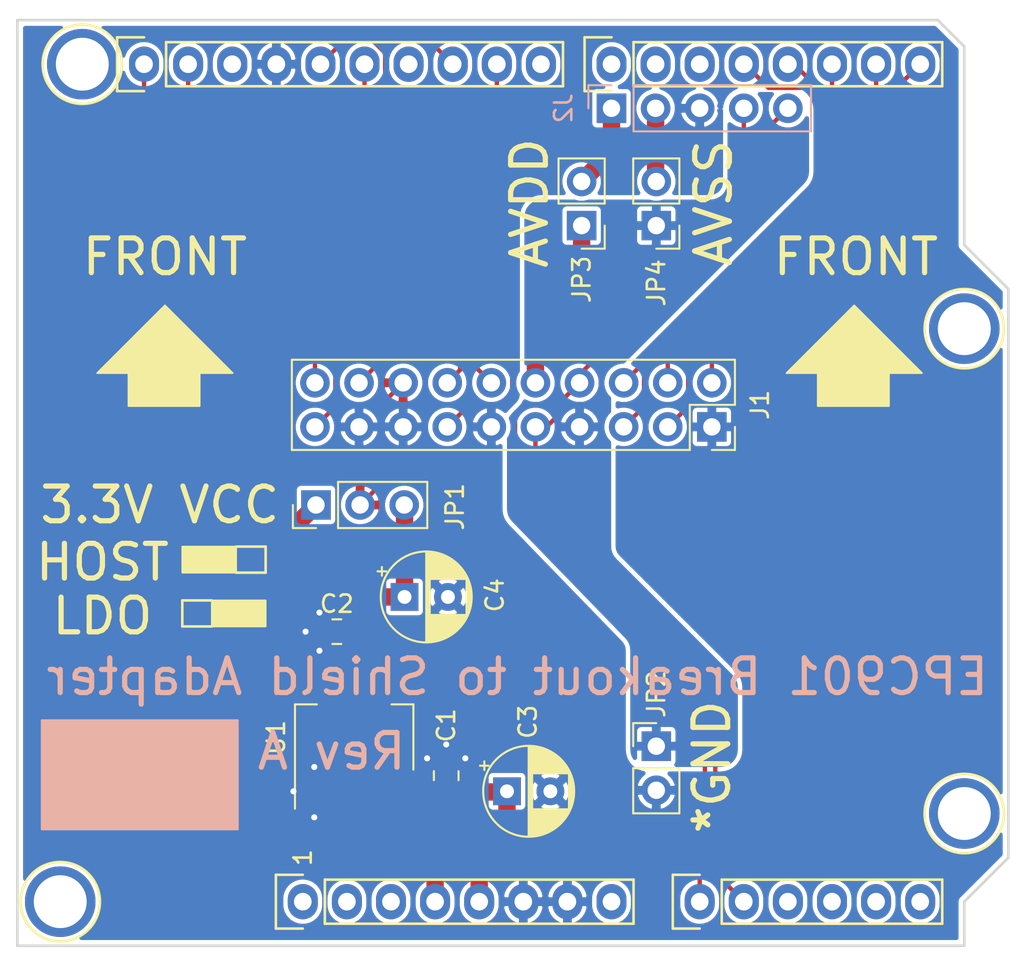
<source format=kicad_pcb>
(kicad_pcb (version 20171130) (host pcbnew "(5.1.6)-1")

  (general
    (thickness 1.6)
    (drawings 31)
    (tracks 149)
    (zones 0)
    (modules 19)
    (nets 41)
  )

  (page A4)
  (title_block
    (title "epc901 Breakout to Shield Adapter")
    (rev A)
  )

  (layers
    (0 F.Cu signal)
    (31 B.Cu signal)
    (32 B.Adhes user)
    (33 F.Adhes user)
    (34 B.Paste user)
    (35 F.Paste user)
    (36 B.SilkS user)
    (37 F.SilkS user)
    (38 B.Mask user)
    (39 F.Mask user)
    (40 Dwgs.User user)
    (41 Cmts.User user)
    (42 Eco1.User user)
    (43 Eco2.User user)
    (44 Edge.Cuts user)
    (45 Margin user)
    (46 B.CrtYd user)
    (47 F.CrtYd user)
    (48 B.Fab user)
    (49 F.Fab user)
  )

  (setup
    (last_trace_width 0.25)
    (user_trace_width 0.5)
    (user_trace_width 1)
    (trace_clearance 0.2)
    (zone_clearance 0.254)
    (zone_45_only no)
    (trace_min 0.2)
    (via_size 0.6)
    (via_drill 0.35)
    (via_min_size 0.4)
    (via_min_drill 0.3)
    (uvia_size 0.3)
    (uvia_drill 0.1)
    (uvias_allowed no)
    (uvia_min_size 0.2)
    (uvia_min_drill 0.1)
    (edge_width 0.15)
    (segment_width 0.15)
    (pcb_text_width 0.3)
    (pcb_text_size 1.5 1.5)
    (mod_edge_width 0.15)
    (mod_text_size 1 1)
    (mod_text_width 0.15)
    (pad_size 4.064 4.064)
    (pad_drill 3.048)
    (pad_to_mask_clearance 0)
    (aux_axis_origin 110.998 126.365)
    (grid_origin 110.998 126.365)
    (visible_elements 7FFDFFFF)
    (pcbplotparams
      (layerselection 0x00030_80000001)
      (usegerberextensions false)
      (usegerberattributes true)
      (usegerberadvancedattributes true)
      (creategerberjobfile true)
      (excludeedgelayer true)
      (linewidth 0.100000)
      (plotframeref false)
      (viasonmask false)
      (mode 1)
      (useauxorigin false)
      (hpglpennumber 1)
      (hpglpenspeed 20)
      (hpglpendiameter 15.000000)
      (psnegative false)
      (psa4output false)
      (plotreference true)
      (plotvalue true)
      (plotinvisibletext false)
      (padsonsilk false)
      (subtractmaskfromsilk false)
      (outputformat 1)
      (mirror false)
      (drillshape 1)
      (scaleselection 1)
      (outputdirectory ""))
  )

  (net 0 "")
  (net 1 /IOREF)
  (net 2 /Reset)
  (net 3 +5V)
  (net 4 GND)
  (net 5 /Vin)
  (net 6 /AREF)
  (net 7 "Net-(P5-Pad1)")
  (net 8 "Net-(P6-Pad1)")
  (net 9 "Net-(P7-Pad1)")
  (net 10 "Net-(P8-Pad1)")
  (net 11 "Net-(P1-Pad1)")
  (net 12 +3V3)
  (net 13 /SCL)
  (net 14 /SDA)
  (net 15 /READ)
  (net 16 /VCC_3V3)
  (net 17 /ADC_CS)
  (net 18 /ADC_DATA)
  (net 19 /ADC_CLK)
  (net 20 GNDA)
  (net 21 /VIDEO_N)
  (net 22 /VIDEO_P)
  (net 23 /CLR_PIX)
  (net 24 /SHUTTER)
  (net 25 /CLR_DATA)
  (net 26 /DATA_RDY)
  (net 27 /PWR_DOWN)
  (net 28 "Net-(P3-Pad7)")
  (net 29 "Net-(P3-Pad10)")
  (net 30 "Net-(P2-Pad3)")
  (net 31 "Net-(P2-Pad4)")
  (net 32 "Net-(P2-Pad5)")
  (net 33 "Net-(P2-Pad6)")
  (net 34 /VDD_OA)
  (net 35 /AVDD)
  (net 36 /AVSS)
  (net 37 "Net-(C2-Pad1)")
  (net 38 "Net-(P4-Pad1)")
  (net 39 "Net-(P4-Pad2)")
  (net 40 "Net-(P4-Pad3)")

  (net_class Default "This is the default net class."
    (clearance 0.2)
    (trace_width 0.25)
    (via_dia 0.6)
    (via_drill 0.35)
    (uvia_dia 0.3)
    (uvia_drill 0.1)
    (add_net +3V3)
    (add_net +5V)
    (add_net /ADC_CLK)
    (add_net /ADC_CS)
    (add_net /ADC_DATA)
    (add_net /AREF)
    (add_net /AVDD)
    (add_net /AVSS)
    (add_net /CLR_DATA)
    (add_net /CLR_PIX)
    (add_net /DATA_RDY)
    (add_net /IOREF)
    (add_net /PWR_DOWN)
    (add_net /READ)
    (add_net /Reset)
    (add_net /SCL)
    (add_net /SDA)
    (add_net /SHUTTER)
    (add_net /VCC_3V3)
    (add_net /VDD_OA)
    (add_net /VIDEO_N)
    (add_net /VIDEO_P)
    (add_net /Vin)
    (add_net GND)
    (add_net GNDA)
    (add_net "Net-(C2-Pad1)")
    (add_net "Net-(P1-Pad1)")
    (add_net "Net-(P2-Pad3)")
    (add_net "Net-(P2-Pad4)")
    (add_net "Net-(P2-Pad5)")
    (add_net "Net-(P2-Pad6)")
    (add_net "Net-(P3-Pad10)")
    (add_net "Net-(P3-Pad7)")
    (add_net "Net-(P4-Pad1)")
    (add_net "Net-(P4-Pad2)")
    (add_net "Net-(P4-Pad3)")
    (add_net "Net-(P5-Pad1)")
    (add_net "Net-(P6-Pad1)")
    (add_net "Net-(P7-Pad1)")
    (add_net "Net-(P8-Pad1)")
  )

  (module Socket_Arduino_Uno:Arduino_1pin locked (layer F.Cu) (tedit 5F82805D) (tstamp 5524FC3F)
    (at 124.968 123.825)
    (descr "module 1 pin (ou trou mecanique de percage)")
    (tags DEV)
    (path /56D71177)
    (fp_text reference P5 (at 0 -3.048) (layer F.SilkS) hide
      (effects (font (size 1 1) (thickness 0.15)))
    )
    (fp_text value CONN_01X01 (at 0 2.794) (layer F.Fab) hide
      (effects (font (size 1 1) (thickness 0.15)))
    )
    (fp_circle (center 0 0) (end 0 -2.286) (layer F.SilkS) (width 0.15))
    (pad 1 thru_hole circle (at 0 0) (size 4.064 4.064) (drill 3.048) (layers *.Cu *.Mask)
      (net 7 "Net-(P5-Pad1)"))
  )

  (module Socket_Arduino_Uno:Arduino_1pin locked (layer F.Cu) (tedit 5F82805D) (tstamp 5524FC44)
    (at 177.038 118.745)
    (descr "module 1 pin (ou trou mecanique de percage)")
    (tags DEV)
    (path /56D71274)
    (fp_text reference P6 (at 0 -3.048) (layer F.SilkS) hide
      (effects (font (size 1 1) (thickness 0.15)))
    )
    (fp_text value CONN_01X01 (at 0 2.794) (layer F.Fab) hide
      (effects (font (size 1 1) (thickness 0.15)))
    )
    (fp_circle (center 0 0) (end 0 -2.286) (layer F.SilkS) (width 0.15))
    (pad 1 thru_hole circle (at 0 0) (size 4.064 4.064) (drill 3.048) (layers *.Cu *.Mask)
      (net 8 "Net-(P6-Pad1)"))
  )

  (module Socket_Arduino_Uno:Arduino_1pin locked (layer F.Cu) (tedit 5F82805D) (tstamp 5524FC49)
    (at 126.238 75.565)
    (descr "module 1 pin (ou trou mecanique de percage)")
    (tags DEV)
    (path /56D712A8)
    (fp_text reference P7 (at 0 -3.048) (layer F.SilkS) hide
      (effects (font (size 1 1) (thickness 0.15)))
    )
    (fp_text value CONN_01X01 (at 0 2.794) (layer F.Fab) hide
      (effects (font (size 1 1) (thickness 0.15)))
    )
    (fp_circle (center 0 0) (end 0 -2.286) (layer F.SilkS) (width 0.15))
    (pad 1 thru_hole circle (at 0 0) (size 4.064 4.064) (drill 3.048) (layers *.Cu *.Mask)
      (net 9 "Net-(P7-Pad1)"))
  )

  (module Socket_Arduino_Uno:Arduino_1pin locked (layer F.Cu) (tedit 5F82805D) (tstamp 5524FC4E)
    (at 177.038 90.805)
    (descr "module 1 pin (ou trou mecanique de percage)")
    (tags DEV)
    (path /56D712DB)
    (fp_text reference P8 (at 0 -3.048) (layer F.SilkS) hide
      (effects (font (size 1 1) (thickness 0.15)))
    )
    (fp_text value CONN_01X01 (at 0 2.794) (layer F.Fab) hide
      (effects (font (size 1 1) (thickness 0.15)))
    )
    (fp_circle (center 0 0) (end 0 -2.286) (layer F.SilkS) (width 0.15))
    (pad 1 thru_hole circle (at 0 0) (size 4.064 4.064) (drill 3.048) (layers *.Cu *.Mask)
      (net 10 "Net-(P8-Pad1)"))
  )

  (module Socket_Arduino_Uno:Socket_Strip_Arduino_1x06 locked (layer F.Cu) (tedit 5F827FDE) (tstamp 551AF9FF)
    (at 161.798 123.825)
    (descr "Through hole socket strip")
    (tags "socket strip")
    (path /56D70DD8)
    (fp_text reference P2 (at 6.604 -2.54) (layer F.SilkS) hide
      (effects (font (size 1 1) (thickness 0.15)))
    )
    (fp_text value Analog (at 6.604 -4.064) (layer F.Fab)
      (effects (font (size 1 1) (thickness 0.15)))
    )
    (fp_line (start -1.75 -1.75) (end -1.75 1.75) (layer F.CrtYd) (width 0.05))
    (fp_line (start 14.45 -1.75) (end 14.45 1.75) (layer F.CrtYd) (width 0.05))
    (fp_line (start -1.75 -1.75) (end 14.45 -1.75) (layer F.CrtYd) (width 0.05))
    (fp_line (start -1.75 1.75) (end 14.45 1.75) (layer F.CrtYd) (width 0.05))
    (fp_line (start 1.27 1.27) (end 13.97 1.27) (layer F.SilkS) (width 0.15))
    (fp_line (start 13.97 1.27) (end 13.97 -1.27) (layer F.SilkS) (width 0.15))
    (fp_line (start 13.97 -1.27) (end 1.27 -1.27) (layer F.SilkS) (width 0.15))
    (fp_line (start -1.55 1.55) (end 0 1.55) (layer F.SilkS) (width 0.15))
    (fp_line (start 1.27 1.27) (end 1.27 -1.27) (layer F.SilkS) (width 0.15))
    (fp_line (start 0 -1.55) (end -1.55 -1.55) (layer F.SilkS) (width 0.15))
    (fp_line (start -1.55 -1.55) (end -1.55 1.55) (layer F.SilkS) (width 0.15))
    (pad 6 thru_hole oval (at 12.7 0) (size 1.7272 2.032) (drill 1.016) (layers *.Cu *.Mask)
      (net 33 "Net-(P2-Pad6)"))
    (pad 5 thru_hole oval (at 10.16 0) (size 1.7272 2.032) (drill 1.016) (layers *.Cu *.Mask)
      (net 32 "Net-(P2-Pad5)"))
    (pad 4 thru_hole oval (at 7.62 0) (size 1.7272 2.032) (drill 1.016) (layers *.Cu *.Mask)
      (net 31 "Net-(P2-Pad4)"))
    (pad 3 thru_hole oval (at 5.08 0) (size 1.7272 2.032) (drill 1.016) (layers *.Cu *.Mask)
      (net 30 "Net-(P2-Pad3)"))
    (pad 2 thru_hole oval (at 2.54 0) (size 1.7272 2.032) (drill 1.016) (layers *.Cu *.Mask)
      (net 21 /VIDEO_N))
    (pad 1 thru_hole oval (at 0 0) (size 1.7272 2.032) (drill 1.016) (layers *.Cu *.Mask)
      (net 22 /VIDEO_P))
    (model ${KIPRJMOD}/Socket_Arduino_Uno.3dshapes/Socket_header_Arduino_1x06.wrl
      (offset (xyz 6.349999904632568 0 0))
      (scale (xyz 1 1 1))
      (rotate (xyz 0 0 180))
    )
  )

  (module Socket_Arduino_Uno:Socket_Strip_Arduino_1x08 locked (layer F.Cu) (tedit 5F828000) (tstamp 551AF9EA)
    (at 138.938 123.825)
    (descr "Through hole socket strip")
    (tags "socket strip")
    (path /56D70129)
    (fp_text reference P1 (at 8.89 -2.54) (layer F.SilkS) hide
      (effects (font (size 1 1) (thickness 0.15)))
    )
    (fp_text value Power (at 8.89 -4.064) (layer F.Fab)
      (effects (font (size 1 1) (thickness 0.15)))
    )
    (fp_line (start -1.75 -1.75) (end -1.75 1.75) (layer F.CrtYd) (width 0.05))
    (fp_line (start 19.55 -1.75) (end 19.55 1.75) (layer F.CrtYd) (width 0.05))
    (fp_line (start -1.75 -1.75) (end 19.55 -1.75) (layer F.CrtYd) (width 0.05))
    (fp_line (start -1.75 1.75) (end 19.55 1.75) (layer F.CrtYd) (width 0.05))
    (fp_line (start 1.27 1.27) (end 19.05 1.27) (layer F.SilkS) (width 0.15))
    (fp_line (start 19.05 1.27) (end 19.05 -1.27) (layer F.SilkS) (width 0.15))
    (fp_line (start 19.05 -1.27) (end 1.27 -1.27) (layer F.SilkS) (width 0.15))
    (fp_line (start -1.55 1.55) (end 0 1.55) (layer F.SilkS) (width 0.15))
    (fp_line (start 1.27 1.27) (end 1.27 -1.27) (layer F.SilkS) (width 0.15))
    (fp_line (start 0 -1.55) (end -1.55 -1.55) (layer F.SilkS) (width 0.15))
    (fp_line (start -1.55 -1.55) (end -1.55 1.55) (layer F.SilkS) (width 0.15))
    (pad 8 thru_hole oval (at 17.78 0) (size 1.7272 2.032) (drill 1.016) (layers *.Cu *.Mask)
      (net 5 /Vin))
    (pad 7 thru_hole oval (at 15.24 0) (size 1.7272 2.032) (drill 1.016) (layers *.Cu *.Mask)
      (net 4 GND))
    (pad 6 thru_hole oval (at 12.7 0) (size 1.7272 2.032) (drill 1.016) (layers *.Cu *.Mask)
      (net 4 GND))
    (pad 5 thru_hole oval (at 10.16 0) (size 1.7272 2.032) (drill 1.016) (layers *.Cu *.Mask)
      (net 3 +5V))
    (pad 4 thru_hole oval (at 7.62 0) (size 1.7272 2.032) (drill 1.016) (layers *.Cu *.Mask)
      (net 12 +3V3))
    (pad 3 thru_hole oval (at 5.08 0) (size 1.7272 2.032) (drill 1.016) (layers *.Cu *.Mask)
      (net 2 /Reset))
    (pad 2 thru_hole oval (at 2.54 0) (size 1.7272 2.032) (drill 1.016) (layers *.Cu *.Mask)
      (net 1 /IOREF))
    (pad 1 thru_hole oval (at 0 0) (size 1.7272 2.032) (drill 1.016) (layers *.Cu *.Mask)
      (net 11 "Net-(P1-Pad1)"))
    (model ${KIPRJMOD}/Socket_Arduino_Uno.3dshapes/Socket_header_Arduino_1x08.wrl
      (offset (xyz 8.889999866485596 0 0))
      (scale (xyz 1 1 1))
      (rotate (xyz 0 0 180))
    )
  )

  (module Socket_Arduino_Uno:Socket_Strip_Arduino_1x08 locked (layer F.Cu) (tedit 5F828000) (tstamp 551AFA2F)
    (at 156.718 75.565)
    (descr "Through hole socket strip")
    (tags "socket strip")
    (path /56D7164F)
    (fp_text reference P4 (at 8.89 2.794) (layer F.SilkS) hide
      (effects (font (size 1 1) (thickness 0.15)))
    )
    (fp_text value Digital (at 8.89 4.318) (layer F.Fab)
      (effects (font (size 1 1) (thickness 0.15)))
    )
    (fp_line (start -1.75 -1.75) (end -1.75 1.75) (layer F.CrtYd) (width 0.05))
    (fp_line (start 19.55 -1.75) (end 19.55 1.75) (layer F.CrtYd) (width 0.05))
    (fp_line (start -1.75 -1.75) (end 19.55 -1.75) (layer F.CrtYd) (width 0.05))
    (fp_line (start -1.75 1.75) (end 19.55 1.75) (layer F.CrtYd) (width 0.05))
    (fp_line (start 1.27 1.27) (end 19.05 1.27) (layer F.SilkS) (width 0.15))
    (fp_line (start 19.05 1.27) (end 19.05 -1.27) (layer F.SilkS) (width 0.15))
    (fp_line (start 19.05 -1.27) (end 1.27 -1.27) (layer F.SilkS) (width 0.15))
    (fp_line (start -1.55 1.55) (end 0 1.55) (layer F.SilkS) (width 0.15))
    (fp_line (start 1.27 1.27) (end 1.27 -1.27) (layer F.SilkS) (width 0.15))
    (fp_line (start 0 -1.55) (end -1.55 -1.55) (layer F.SilkS) (width 0.15))
    (fp_line (start -1.55 -1.55) (end -1.55 1.55) (layer F.SilkS) (width 0.15))
    (pad 8 thru_hole oval (at 17.78 0) (size 1.7272 2.032) (drill 1.016) (layers *.Cu *.Mask)
      (net 27 /PWR_DOWN))
    (pad 7 thru_hole oval (at 15.24 0) (size 1.7272 2.032) (drill 1.016) (layers *.Cu *.Mask)
      (net 26 /DATA_RDY))
    (pad 6 thru_hole oval (at 12.7 0) (size 1.7272 2.032) (drill 1.016) (layers *.Cu *.Mask)
      (net 25 /CLR_DATA))
    (pad 5 thru_hole oval (at 10.16 0) (size 1.7272 2.032) (drill 1.016) (layers *.Cu *.Mask)
      (net 24 /SHUTTER))
    (pad 4 thru_hole oval (at 7.62 0) (size 1.7272 2.032) (drill 1.016) (layers *.Cu *.Mask)
      (net 23 /CLR_PIX))
    (pad 3 thru_hole oval (at 5.08 0) (size 1.7272 2.032) (drill 1.016) (layers *.Cu *.Mask)
      (net 40 "Net-(P4-Pad3)"))
    (pad 2 thru_hole oval (at 2.54 0) (size 1.7272 2.032) (drill 1.016) (layers *.Cu *.Mask)
      (net 39 "Net-(P4-Pad2)"))
    (pad 1 thru_hole oval (at 0 0) (size 1.7272 2.032) (drill 1.016) (layers *.Cu *.Mask)
      (net 38 "Net-(P4-Pad1)"))
    (model ${KIPRJMOD}/Socket_Arduino_Uno.3dshapes/Socket_header_Arduino_1x08.wrl
      (offset (xyz 8.889999866485596 0 0))
      (scale (xyz 1 1 1))
      (rotate (xyz 0 0 180))
    )
  )

  (module Socket_Arduino_Uno:Socket_Strip_Arduino_1x10 locked (layer F.Cu) (tedit 5F828027) (tstamp 551AFA18)
    (at 129.794 75.565)
    (descr "Through hole socket strip")
    (tags "socket strip")
    (path /56D721E0)
    (fp_text reference P3 (at 11.43 2.794) (layer F.SilkS) hide
      (effects (font (size 1 1) (thickness 0.15)))
    )
    (fp_text value Digital (at 11.43 4.318) (layer F.Fab)
      (effects (font (size 1 1) (thickness 0.15)))
    )
    (fp_line (start -1.75 -1.75) (end -1.75 1.75) (layer F.CrtYd) (width 0.05))
    (fp_line (start 24.65 -1.75) (end 24.65 1.75) (layer F.CrtYd) (width 0.05))
    (fp_line (start -1.75 -1.75) (end 24.65 -1.75) (layer F.CrtYd) (width 0.05))
    (fp_line (start -1.75 1.75) (end 24.65 1.75) (layer F.CrtYd) (width 0.05))
    (fp_line (start 1.27 1.27) (end 24.13 1.27) (layer F.SilkS) (width 0.15))
    (fp_line (start 24.13 1.27) (end 24.13 -1.27) (layer F.SilkS) (width 0.15))
    (fp_line (start 24.13 -1.27) (end 1.27 -1.27) (layer F.SilkS) (width 0.15))
    (fp_line (start -1.55 1.55) (end 0 1.55) (layer F.SilkS) (width 0.15))
    (fp_line (start 1.27 1.27) (end 1.27 -1.27) (layer F.SilkS) (width 0.15))
    (fp_line (start 0 -1.55) (end -1.55 -1.55) (layer F.SilkS) (width 0.15))
    (fp_line (start -1.55 -1.55) (end -1.55 1.55) (layer F.SilkS) (width 0.15))
    (pad 10 thru_hole oval (at 22.86 0) (size 1.7272 2.032) (drill 1.016) (layers *.Cu *.Mask)
      (net 29 "Net-(P3-Pad10)"))
    (pad 9 thru_hole oval (at 20.32 0) (size 1.7272 2.032) (drill 1.016) (layers *.Cu *.Mask)
      (net 15 /READ))
    (pad 8 thru_hole oval (at 17.78 0) (size 1.7272 2.032) (drill 1.016) (layers *.Cu *.Mask)
      (net 17 /ADC_CS))
    (pad 7 thru_hole oval (at 15.24 0) (size 1.7272 2.032) (drill 1.016) (layers *.Cu *.Mask)
      (net 28 "Net-(P3-Pad7)"))
    (pad 6 thru_hole oval (at 12.7 0) (size 1.7272 2.032) (drill 1.016) (layers *.Cu *.Mask)
      (net 18 /ADC_DATA))
    (pad 5 thru_hole oval (at 10.16 0) (size 1.7272 2.032) (drill 1.016) (layers *.Cu *.Mask)
      (net 19 /ADC_CLK))
    (pad 4 thru_hole oval (at 7.62 0) (size 1.7272 2.032) (drill 1.016) (layers *.Cu *.Mask)
      (net 4 GND))
    (pad 3 thru_hole oval (at 5.08 0) (size 1.7272 2.032) (drill 1.016) (layers *.Cu *.Mask)
      (net 6 /AREF))
    (pad 2 thru_hole oval (at 2.54 0) (size 1.7272 2.032) (drill 1.016) (layers *.Cu *.Mask)
      (net 14 /SDA))
    (pad 1 thru_hole oval (at 0 0) (size 1.7272 2.032) (drill 1.016) (layers *.Cu *.Mask)
      (net 13 /SCL))
    (model ${KIPRJMOD}/Socket_Arduino_Uno.3dshapes/Socket_header_Arduino_1x10.wrl
      (offset (xyz 11.42999982833862 0 0))
      (scale (xyz 1 1 1))
      (rotate (xyz 0 0 180))
    )
  )

  (module Capacitor_SMD:C_0805_2012Metric (layer F.Cu) (tedit 5B36C52B) (tstamp 5F82AD21)
    (at 140.898 108.265 180)
    (descr "Capacitor SMD 0805 (2012 Metric), square (rectangular) end terminal, IPC_7351 nominal, (Body size source: https://docs.google.com/spreadsheets/d/1BsfQQcO9C6DZCsRaXUlFlo91Tg2WpOkGARC1WS5S8t0/edit?usp=sharing), generated with kicad-footprint-generator")
    (tags capacitor)
    (path /5F8498E6)
    (attr smd)
    (fp_text reference C2 (at 0 1.6) (layer F.SilkS)
      (effects (font (size 1 1) (thickness 0.15)))
    )
    (fp_text value 1uF (at 0 1.65) (layer F.Fab)
      (effects (font (size 1 1) (thickness 0.15)))
    )
    (fp_line (start 1.68 0.95) (end -1.68 0.95) (layer F.CrtYd) (width 0.05))
    (fp_line (start 1.68 -0.95) (end 1.68 0.95) (layer F.CrtYd) (width 0.05))
    (fp_line (start -1.68 -0.95) (end 1.68 -0.95) (layer F.CrtYd) (width 0.05))
    (fp_line (start -1.68 0.95) (end -1.68 -0.95) (layer F.CrtYd) (width 0.05))
    (fp_line (start -0.258578 0.71) (end 0.258578 0.71) (layer F.SilkS) (width 0.12))
    (fp_line (start -0.258578 -0.71) (end 0.258578 -0.71) (layer F.SilkS) (width 0.12))
    (fp_line (start 1 0.6) (end -1 0.6) (layer F.Fab) (width 0.1))
    (fp_line (start 1 -0.6) (end 1 0.6) (layer F.Fab) (width 0.1))
    (fp_line (start -1 -0.6) (end 1 -0.6) (layer F.Fab) (width 0.1))
    (fp_line (start -1 0.6) (end -1 -0.6) (layer F.Fab) (width 0.1))
    (fp_text user %R (at 0 0) (layer F.Fab)
      (effects (font (size 0.5 0.5) (thickness 0.08)))
    )
    (pad 2 smd roundrect (at 0.9375 0 180) (size 0.975 1.4) (layers F.Cu F.Paste F.Mask) (roundrect_rratio 0.25)
      (net 4 GND))
    (pad 1 smd roundrect (at -0.9375 0 180) (size 0.975 1.4) (layers F.Cu F.Paste F.Mask) (roundrect_rratio 0.25)
      (net 37 "Net-(C2-Pad1)"))
    (model ${KISYS3DMOD}/Capacitor_SMD.3dshapes/C_0805_2012Metric.wrl
      (at (xyz 0 0 0))
      (scale (xyz 1 1 1))
      (rotate (xyz 0 0 0))
    )
  )

  (module Capacitor_SMD:C_0805_2012Metric (layer F.Cu) (tedit 5B36C52B) (tstamp 5F82AD10)
    (at 147.198 116.565 90)
    (descr "Capacitor SMD 0805 (2012 Metric), square (rectangular) end terminal, IPC_7351 nominal, (Body size source: https://docs.google.com/spreadsheets/d/1BsfQQcO9C6DZCsRaXUlFlo91Tg2WpOkGARC1WS5S8t0/edit?usp=sharing), generated with kicad-footprint-generator")
    (tags capacitor)
    (path /5F849329)
    (attr smd)
    (fp_text reference C1 (at 2.9 0 90) (layer F.SilkS)
      (effects (font (size 1 1) (thickness 0.15)))
    )
    (fp_text value 1uF (at 0 1.65 90) (layer F.Fab)
      (effects (font (size 1 1) (thickness 0.15)))
    )
    (fp_line (start 1.68 0.95) (end -1.68 0.95) (layer F.CrtYd) (width 0.05))
    (fp_line (start 1.68 -0.95) (end 1.68 0.95) (layer F.CrtYd) (width 0.05))
    (fp_line (start -1.68 -0.95) (end 1.68 -0.95) (layer F.CrtYd) (width 0.05))
    (fp_line (start -1.68 0.95) (end -1.68 -0.95) (layer F.CrtYd) (width 0.05))
    (fp_line (start -0.258578 0.71) (end 0.258578 0.71) (layer F.SilkS) (width 0.12))
    (fp_line (start -0.258578 -0.71) (end 0.258578 -0.71) (layer F.SilkS) (width 0.12))
    (fp_line (start 1 0.6) (end -1 0.6) (layer F.Fab) (width 0.1))
    (fp_line (start 1 -0.6) (end 1 0.6) (layer F.Fab) (width 0.1))
    (fp_line (start -1 -0.6) (end 1 -0.6) (layer F.Fab) (width 0.1))
    (fp_line (start -1 0.6) (end -1 -0.6) (layer F.Fab) (width 0.1))
    (fp_text user %R (at 0 0 90) (layer F.Fab)
      (effects (font (size 0.5 0.5) (thickness 0.08)))
    )
    (pad 2 smd roundrect (at 0.9375 0 90) (size 0.975 1.4) (layers F.Cu F.Paste F.Mask) (roundrect_rratio 0.25)
      (net 4 GND))
    (pad 1 smd roundrect (at -0.9375 0 90) (size 0.975 1.4) (layers F.Cu F.Paste F.Mask) (roundrect_rratio 0.25)
      (net 3 +5V))
    (model ${KISYS3DMOD}/Capacitor_SMD.3dshapes/C_0805_2012Metric.wrl
      (at (xyz 0 0 0))
      (scale (xyz 1 1 1))
      (rotate (xyz 0 0 0))
    )
  )

  (module Package_TO_SOT_SMD:SOT-223-3_TabPin2 (layer F.Cu) (tedit 5A02FF57) (tstamp 5F82A361)
    (at 141.898 114.365 90)
    (descr "module CMS SOT223 4 pins")
    (tags "CMS SOT")
    (path /5F888340)
    (attr smd)
    (fp_text reference U1 (at 0 -4.5 90) (layer F.SilkS)
      (effects (font (size 1 1) (thickness 0.15)))
    )
    (fp_text value AP1117-33 (at 0 4.5 90) (layer F.Fab)
      (effects (font (size 1 1) (thickness 0.15)))
    )
    (fp_line (start 1.85 -3.35) (end 1.85 3.35) (layer F.Fab) (width 0.1))
    (fp_line (start -1.85 3.35) (end 1.85 3.35) (layer F.Fab) (width 0.1))
    (fp_line (start -4.1 -3.41) (end 1.91 -3.41) (layer F.SilkS) (width 0.12))
    (fp_line (start -0.85 -3.35) (end 1.85 -3.35) (layer F.Fab) (width 0.1))
    (fp_line (start -1.85 3.41) (end 1.91 3.41) (layer F.SilkS) (width 0.12))
    (fp_line (start -1.85 -2.35) (end -1.85 3.35) (layer F.Fab) (width 0.1))
    (fp_line (start -1.85 -2.35) (end -0.85 -3.35) (layer F.Fab) (width 0.1))
    (fp_line (start -4.4 -3.6) (end -4.4 3.6) (layer F.CrtYd) (width 0.05))
    (fp_line (start -4.4 3.6) (end 4.4 3.6) (layer F.CrtYd) (width 0.05))
    (fp_line (start 4.4 3.6) (end 4.4 -3.6) (layer F.CrtYd) (width 0.05))
    (fp_line (start 4.4 -3.6) (end -4.4 -3.6) (layer F.CrtYd) (width 0.05))
    (fp_line (start 1.91 -3.41) (end 1.91 -2.15) (layer F.SilkS) (width 0.12))
    (fp_line (start 1.91 3.41) (end 1.91 2.15) (layer F.SilkS) (width 0.12))
    (fp_text user %R (at 0 0) (layer F.Fab)
      (effects (font (size 0.8 0.8) (thickness 0.12)))
    )
    (pad 1 smd rect (at -3.15 -2.3 90) (size 2 1.5) (layers F.Cu F.Paste F.Mask)
      (net 4 GND))
    (pad 3 smd rect (at -3.15 2.3 90) (size 2 1.5) (layers F.Cu F.Paste F.Mask)
      (net 3 +5V))
    (pad 2 smd rect (at -3.15 0 90) (size 2 1.5) (layers F.Cu F.Paste F.Mask)
      (net 37 "Net-(C2-Pad1)"))
    (pad 2 smd rect (at 3.15 0 90) (size 2 3.8) (layers F.Cu F.Paste F.Mask)
      (net 37 "Net-(C2-Pad1)"))
    (model ${KISYS3DMOD}/Package_TO_SOT_SMD.3dshapes/SOT-223.wrl
      (at (xyz 0 0 0))
      (scale (xyz 1 1 1))
      (rotate (xyz 0 0 0))
    )
  )

  (module Connector_PinHeader_2.54mm:PinHeader_1x05_P2.54mm_Vertical (layer B.Cu) (tedit 59FED5CC) (tstamp 5F8261E4)
    (at 156.718 78.105 270)
    (descr "Through hole straight pin header, 1x05, 2.54mm pitch, single row")
    (tags "Through hole pin header THT 1x05 2.54mm single row")
    (path /5F86FF89)
    (fp_text reference J2 (at 0 2.77 270) (layer B.SilkS)
      (effects (font (size 1 1) (thickness 0.15)) (justify mirror))
    )
    (fp_text value Conn_01x05 (at 0 -12.93 270) (layer B.Fab)
      (effects (font (size 1 1) (thickness 0.15)) (justify mirror))
    )
    (fp_line (start 1.8 1.8) (end -1.8 1.8) (layer B.CrtYd) (width 0.05))
    (fp_line (start 1.8 -11.95) (end 1.8 1.8) (layer B.CrtYd) (width 0.05))
    (fp_line (start -1.8 -11.95) (end 1.8 -11.95) (layer B.CrtYd) (width 0.05))
    (fp_line (start -1.8 1.8) (end -1.8 -11.95) (layer B.CrtYd) (width 0.05))
    (fp_line (start -1.33 1.33) (end 0 1.33) (layer B.SilkS) (width 0.12))
    (fp_line (start -1.33 0) (end -1.33 1.33) (layer B.SilkS) (width 0.12))
    (fp_line (start -1.33 -1.27) (end 1.33 -1.27) (layer B.SilkS) (width 0.12))
    (fp_line (start 1.33 -1.27) (end 1.33 -11.49) (layer B.SilkS) (width 0.12))
    (fp_line (start -1.33 -1.27) (end -1.33 -11.49) (layer B.SilkS) (width 0.12))
    (fp_line (start -1.33 -11.49) (end 1.33 -11.49) (layer B.SilkS) (width 0.12))
    (fp_line (start -1.27 0.635) (end -0.635 1.27) (layer B.Fab) (width 0.1))
    (fp_line (start -1.27 -11.43) (end -1.27 0.635) (layer B.Fab) (width 0.1))
    (fp_line (start 1.27 -11.43) (end -1.27 -11.43) (layer B.Fab) (width 0.1))
    (fp_line (start 1.27 1.27) (end 1.27 -11.43) (layer B.Fab) (width 0.1))
    (fp_line (start -0.635 1.27) (end 1.27 1.27) (layer B.Fab) (width 0.1))
    (fp_text user %R (at 0 -5.08) (layer B.Fab)
      (effects (font (size 1 1) (thickness 0.15)) (justify mirror))
    )
    (pad 5 thru_hole oval (at 0 -10.16 270) (size 1.7 1.7) (drill 1) (layers *.Cu *.Mask)
      (net 21 /VIDEO_N))
    (pad 4 thru_hole oval (at 0 -7.62 270) (size 1.7 1.7) (drill 1) (layers *.Cu *.Mask)
      (net 22 /VIDEO_P))
    (pad 3 thru_hole oval (at 0 -5.08 270) (size 1.7 1.7) (drill 1) (layers *.Cu *.Mask)
      (net 4 GND))
    (pad 2 thru_hole oval (at 0 -2.54 270) (size 1.7 1.7) (drill 1) (layers *.Cu *.Mask)
      (net 36 /AVSS))
    (pad 1 thru_hole rect (at 0 0 270) (size 1.7 1.7) (drill 1) (layers *.Cu *.Mask)
      (net 35 /AVDD))
    (model ${KISYS3DMOD}/Connector_PinHeader_2.54mm.3dshapes/PinHeader_1x05_P2.54mm_Vertical.wrl
      (at (xyz 0 0 0))
      (scale (xyz 1 1 1))
      (rotate (xyz 0 0 0))
    )
  )

  (module Connector_PinHeader_2.54mm:PinHeader_1x03_P2.54mm_Vertical (layer F.Cu) (tedit 59FED5CC) (tstamp 5F825F2C)
    (at 139.698 100.965 90)
    (descr "Through hole straight pin header, 1x03, 2.54mm pitch, single row")
    (tags "Through hole pin header THT 1x03 2.54mm single row")
    (path /5F83A8B0)
    (fp_text reference JP1 (at -0.1 8 90) (layer F.SilkS)
      (effects (font (size 1 1) (thickness 0.15)))
    )
    (fp_text value Jumper (at 0 7.41 90) (layer F.Fab)
      (effects (font (size 1 1) (thickness 0.15)))
    )
    (fp_line (start 1.8 -1.8) (end -1.8 -1.8) (layer F.CrtYd) (width 0.05))
    (fp_line (start 1.8 6.85) (end 1.8 -1.8) (layer F.CrtYd) (width 0.05))
    (fp_line (start -1.8 6.85) (end 1.8 6.85) (layer F.CrtYd) (width 0.05))
    (fp_line (start -1.8 -1.8) (end -1.8 6.85) (layer F.CrtYd) (width 0.05))
    (fp_line (start -1.33 -1.33) (end 0 -1.33) (layer F.SilkS) (width 0.12))
    (fp_line (start -1.33 0) (end -1.33 -1.33) (layer F.SilkS) (width 0.12))
    (fp_line (start -1.33 1.27) (end 1.33 1.27) (layer F.SilkS) (width 0.12))
    (fp_line (start 1.33 1.27) (end 1.33 6.41) (layer F.SilkS) (width 0.12))
    (fp_line (start -1.33 1.27) (end -1.33 6.41) (layer F.SilkS) (width 0.12))
    (fp_line (start -1.33 6.41) (end 1.33 6.41) (layer F.SilkS) (width 0.12))
    (fp_line (start -1.27 -0.635) (end -0.635 -1.27) (layer F.Fab) (width 0.1))
    (fp_line (start -1.27 6.35) (end -1.27 -0.635) (layer F.Fab) (width 0.1))
    (fp_line (start 1.27 6.35) (end -1.27 6.35) (layer F.Fab) (width 0.1))
    (fp_line (start 1.27 -1.27) (end 1.27 6.35) (layer F.Fab) (width 0.1))
    (fp_line (start -0.635 -1.27) (end 1.27 -1.27) (layer F.Fab) (width 0.1))
    (fp_text user %R (at 0 2.54) (layer F.Fab)
      (effects (font (size 1 1) (thickness 0.15)))
    )
    (pad 3 thru_hole oval (at 0 5.08 90) (size 1.7 1.7) (drill 1) (layers *.Cu *.Mask)
      (net 37 "Net-(C2-Pad1)"))
    (pad 2 thru_hole oval (at 0 2.54 90) (size 1.7 1.7) (drill 1) (layers *.Cu *.Mask)
      (net 16 /VCC_3V3))
    (pad 1 thru_hole rect (at 0 0 90) (size 1.7 1.7) (drill 1) (layers *.Cu *.Mask)
      (net 12 +3V3))
    (model ${KISYS3DMOD}/Connector_PinHeader_2.54mm.3dshapes/PinHeader_1x03_P2.54mm_Vertical.wrl
      (at (xyz 0 0 0))
      (scale (xyz 1 1 1))
      (rotate (xyz 0 0 0))
    )
  )

  (module Capacitor_THT:CP_Radial_D5.0mm_P2.50mm (layer F.Cu) (tedit 5AE50EF0) (tstamp 5F824B35)
    (at 144.798 106.265)
    (descr "CP, Radial series, Radial, pin pitch=2.50mm, , diameter=5mm, Electrolytic Capacitor")
    (tags "CP Radial series Radial pin pitch 2.50mm  diameter 5mm Electrolytic Capacitor")
    (path /5F85A5A8)
    (fp_text reference C4 (at 5.2 -0.1 90) (layer F.SilkS)
      (effects (font (size 1 1) (thickness 0.15)))
    )
    (fp_text value 100uF (at 1.25 3.75) (layer F.Fab)
      (effects (font (size 1 1) (thickness 0.15)))
    )
    (fp_line (start -1.304775 -1.725) (end -1.304775 -1.225) (layer F.SilkS) (width 0.12))
    (fp_line (start -1.554775 -1.475) (end -1.054775 -1.475) (layer F.SilkS) (width 0.12))
    (fp_line (start 3.851 -0.284) (end 3.851 0.284) (layer F.SilkS) (width 0.12))
    (fp_line (start 3.811 -0.518) (end 3.811 0.518) (layer F.SilkS) (width 0.12))
    (fp_line (start 3.771 -0.677) (end 3.771 0.677) (layer F.SilkS) (width 0.12))
    (fp_line (start 3.731 -0.805) (end 3.731 0.805) (layer F.SilkS) (width 0.12))
    (fp_line (start 3.691 -0.915) (end 3.691 0.915) (layer F.SilkS) (width 0.12))
    (fp_line (start 3.651 -1.011) (end 3.651 1.011) (layer F.SilkS) (width 0.12))
    (fp_line (start 3.611 -1.098) (end 3.611 1.098) (layer F.SilkS) (width 0.12))
    (fp_line (start 3.571 -1.178) (end 3.571 1.178) (layer F.SilkS) (width 0.12))
    (fp_line (start 3.531 1.04) (end 3.531 1.251) (layer F.SilkS) (width 0.12))
    (fp_line (start 3.531 -1.251) (end 3.531 -1.04) (layer F.SilkS) (width 0.12))
    (fp_line (start 3.491 1.04) (end 3.491 1.319) (layer F.SilkS) (width 0.12))
    (fp_line (start 3.491 -1.319) (end 3.491 -1.04) (layer F.SilkS) (width 0.12))
    (fp_line (start 3.451 1.04) (end 3.451 1.383) (layer F.SilkS) (width 0.12))
    (fp_line (start 3.451 -1.383) (end 3.451 -1.04) (layer F.SilkS) (width 0.12))
    (fp_line (start 3.411 1.04) (end 3.411 1.443) (layer F.SilkS) (width 0.12))
    (fp_line (start 3.411 -1.443) (end 3.411 -1.04) (layer F.SilkS) (width 0.12))
    (fp_line (start 3.371 1.04) (end 3.371 1.5) (layer F.SilkS) (width 0.12))
    (fp_line (start 3.371 -1.5) (end 3.371 -1.04) (layer F.SilkS) (width 0.12))
    (fp_line (start 3.331 1.04) (end 3.331 1.554) (layer F.SilkS) (width 0.12))
    (fp_line (start 3.331 -1.554) (end 3.331 -1.04) (layer F.SilkS) (width 0.12))
    (fp_line (start 3.291 1.04) (end 3.291 1.605) (layer F.SilkS) (width 0.12))
    (fp_line (start 3.291 -1.605) (end 3.291 -1.04) (layer F.SilkS) (width 0.12))
    (fp_line (start 3.251 1.04) (end 3.251 1.653) (layer F.SilkS) (width 0.12))
    (fp_line (start 3.251 -1.653) (end 3.251 -1.04) (layer F.SilkS) (width 0.12))
    (fp_line (start 3.211 1.04) (end 3.211 1.699) (layer F.SilkS) (width 0.12))
    (fp_line (start 3.211 -1.699) (end 3.211 -1.04) (layer F.SilkS) (width 0.12))
    (fp_line (start 3.171 1.04) (end 3.171 1.743) (layer F.SilkS) (width 0.12))
    (fp_line (start 3.171 -1.743) (end 3.171 -1.04) (layer F.SilkS) (width 0.12))
    (fp_line (start 3.131 1.04) (end 3.131 1.785) (layer F.SilkS) (width 0.12))
    (fp_line (start 3.131 -1.785) (end 3.131 -1.04) (layer F.SilkS) (width 0.12))
    (fp_line (start 3.091 1.04) (end 3.091 1.826) (layer F.SilkS) (width 0.12))
    (fp_line (start 3.091 -1.826) (end 3.091 -1.04) (layer F.SilkS) (width 0.12))
    (fp_line (start 3.051 1.04) (end 3.051 1.864) (layer F.SilkS) (width 0.12))
    (fp_line (start 3.051 -1.864) (end 3.051 -1.04) (layer F.SilkS) (width 0.12))
    (fp_line (start 3.011 1.04) (end 3.011 1.901) (layer F.SilkS) (width 0.12))
    (fp_line (start 3.011 -1.901) (end 3.011 -1.04) (layer F.SilkS) (width 0.12))
    (fp_line (start 2.971 1.04) (end 2.971 1.937) (layer F.SilkS) (width 0.12))
    (fp_line (start 2.971 -1.937) (end 2.971 -1.04) (layer F.SilkS) (width 0.12))
    (fp_line (start 2.931 1.04) (end 2.931 1.971) (layer F.SilkS) (width 0.12))
    (fp_line (start 2.931 -1.971) (end 2.931 -1.04) (layer F.SilkS) (width 0.12))
    (fp_line (start 2.891 1.04) (end 2.891 2.004) (layer F.SilkS) (width 0.12))
    (fp_line (start 2.891 -2.004) (end 2.891 -1.04) (layer F.SilkS) (width 0.12))
    (fp_line (start 2.851 1.04) (end 2.851 2.035) (layer F.SilkS) (width 0.12))
    (fp_line (start 2.851 -2.035) (end 2.851 -1.04) (layer F.SilkS) (width 0.12))
    (fp_line (start 2.811 1.04) (end 2.811 2.065) (layer F.SilkS) (width 0.12))
    (fp_line (start 2.811 -2.065) (end 2.811 -1.04) (layer F.SilkS) (width 0.12))
    (fp_line (start 2.771 1.04) (end 2.771 2.095) (layer F.SilkS) (width 0.12))
    (fp_line (start 2.771 -2.095) (end 2.771 -1.04) (layer F.SilkS) (width 0.12))
    (fp_line (start 2.731 1.04) (end 2.731 2.122) (layer F.SilkS) (width 0.12))
    (fp_line (start 2.731 -2.122) (end 2.731 -1.04) (layer F.SilkS) (width 0.12))
    (fp_line (start 2.691 1.04) (end 2.691 2.149) (layer F.SilkS) (width 0.12))
    (fp_line (start 2.691 -2.149) (end 2.691 -1.04) (layer F.SilkS) (width 0.12))
    (fp_line (start 2.651 1.04) (end 2.651 2.175) (layer F.SilkS) (width 0.12))
    (fp_line (start 2.651 -2.175) (end 2.651 -1.04) (layer F.SilkS) (width 0.12))
    (fp_line (start 2.611 1.04) (end 2.611 2.2) (layer F.SilkS) (width 0.12))
    (fp_line (start 2.611 -2.2) (end 2.611 -1.04) (layer F.SilkS) (width 0.12))
    (fp_line (start 2.571 1.04) (end 2.571 2.224) (layer F.SilkS) (width 0.12))
    (fp_line (start 2.571 -2.224) (end 2.571 -1.04) (layer F.SilkS) (width 0.12))
    (fp_line (start 2.531 1.04) (end 2.531 2.247) (layer F.SilkS) (width 0.12))
    (fp_line (start 2.531 -2.247) (end 2.531 -1.04) (layer F.SilkS) (width 0.12))
    (fp_line (start 2.491 1.04) (end 2.491 2.268) (layer F.SilkS) (width 0.12))
    (fp_line (start 2.491 -2.268) (end 2.491 -1.04) (layer F.SilkS) (width 0.12))
    (fp_line (start 2.451 1.04) (end 2.451 2.29) (layer F.SilkS) (width 0.12))
    (fp_line (start 2.451 -2.29) (end 2.451 -1.04) (layer F.SilkS) (width 0.12))
    (fp_line (start 2.411 1.04) (end 2.411 2.31) (layer F.SilkS) (width 0.12))
    (fp_line (start 2.411 -2.31) (end 2.411 -1.04) (layer F.SilkS) (width 0.12))
    (fp_line (start 2.371 1.04) (end 2.371 2.329) (layer F.SilkS) (width 0.12))
    (fp_line (start 2.371 -2.329) (end 2.371 -1.04) (layer F.SilkS) (width 0.12))
    (fp_line (start 2.331 1.04) (end 2.331 2.348) (layer F.SilkS) (width 0.12))
    (fp_line (start 2.331 -2.348) (end 2.331 -1.04) (layer F.SilkS) (width 0.12))
    (fp_line (start 2.291 1.04) (end 2.291 2.365) (layer F.SilkS) (width 0.12))
    (fp_line (start 2.291 -2.365) (end 2.291 -1.04) (layer F.SilkS) (width 0.12))
    (fp_line (start 2.251 1.04) (end 2.251 2.382) (layer F.SilkS) (width 0.12))
    (fp_line (start 2.251 -2.382) (end 2.251 -1.04) (layer F.SilkS) (width 0.12))
    (fp_line (start 2.211 1.04) (end 2.211 2.398) (layer F.SilkS) (width 0.12))
    (fp_line (start 2.211 -2.398) (end 2.211 -1.04) (layer F.SilkS) (width 0.12))
    (fp_line (start 2.171 1.04) (end 2.171 2.414) (layer F.SilkS) (width 0.12))
    (fp_line (start 2.171 -2.414) (end 2.171 -1.04) (layer F.SilkS) (width 0.12))
    (fp_line (start 2.131 1.04) (end 2.131 2.428) (layer F.SilkS) (width 0.12))
    (fp_line (start 2.131 -2.428) (end 2.131 -1.04) (layer F.SilkS) (width 0.12))
    (fp_line (start 2.091 1.04) (end 2.091 2.442) (layer F.SilkS) (width 0.12))
    (fp_line (start 2.091 -2.442) (end 2.091 -1.04) (layer F.SilkS) (width 0.12))
    (fp_line (start 2.051 1.04) (end 2.051 2.455) (layer F.SilkS) (width 0.12))
    (fp_line (start 2.051 -2.455) (end 2.051 -1.04) (layer F.SilkS) (width 0.12))
    (fp_line (start 2.011 1.04) (end 2.011 2.468) (layer F.SilkS) (width 0.12))
    (fp_line (start 2.011 -2.468) (end 2.011 -1.04) (layer F.SilkS) (width 0.12))
    (fp_line (start 1.971 1.04) (end 1.971 2.48) (layer F.SilkS) (width 0.12))
    (fp_line (start 1.971 -2.48) (end 1.971 -1.04) (layer F.SilkS) (width 0.12))
    (fp_line (start 1.93 1.04) (end 1.93 2.491) (layer F.SilkS) (width 0.12))
    (fp_line (start 1.93 -2.491) (end 1.93 -1.04) (layer F.SilkS) (width 0.12))
    (fp_line (start 1.89 1.04) (end 1.89 2.501) (layer F.SilkS) (width 0.12))
    (fp_line (start 1.89 -2.501) (end 1.89 -1.04) (layer F.SilkS) (width 0.12))
    (fp_line (start 1.85 1.04) (end 1.85 2.511) (layer F.SilkS) (width 0.12))
    (fp_line (start 1.85 -2.511) (end 1.85 -1.04) (layer F.SilkS) (width 0.12))
    (fp_line (start 1.81 1.04) (end 1.81 2.52) (layer F.SilkS) (width 0.12))
    (fp_line (start 1.81 -2.52) (end 1.81 -1.04) (layer F.SilkS) (width 0.12))
    (fp_line (start 1.77 1.04) (end 1.77 2.528) (layer F.SilkS) (width 0.12))
    (fp_line (start 1.77 -2.528) (end 1.77 -1.04) (layer F.SilkS) (width 0.12))
    (fp_line (start 1.73 1.04) (end 1.73 2.536) (layer F.SilkS) (width 0.12))
    (fp_line (start 1.73 -2.536) (end 1.73 -1.04) (layer F.SilkS) (width 0.12))
    (fp_line (start 1.69 1.04) (end 1.69 2.543) (layer F.SilkS) (width 0.12))
    (fp_line (start 1.69 -2.543) (end 1.69 -1.04) (layer F.SilkS) (width 0.12))
    (fp_line (start 1.65 1.04) (end 1.65 2.55) (layer F.SilkS) (width 0.12))
    (fp_line (start 1.65 -2.55) (end 1.65 -1.04) (layer F.SilkS) (width 0.12))
    (fp_line (start 1.61 1.04) (end 1.61 2.556) (layer F.SilkS) (width 0.12))
    (fp_line (start 1.61 -2.556) (end 1.61 -1.04) (layer F.SilkS) (width 0.12))
    (fp_line (start 1.57 1.04) (end 1.57 2.561) (layer F.SilkS) (width 0.12))
    (fp_line (start 1.57 -2.561) (end 1.57 -1.04) (layer F.SilkS) (width 0.12))
    (fp_line (start 1.53 1.04) (end 1.53 2.565) (layer F.SilkS) (width 0.12))
    (fp_line (start 1.53 -2.565) (end 1.53 -1.04) (layer F.SilkS) (width 0.12))
    (fp_line (start 1.49 1.04) (end 1.49 2.569) (layer F.SilkS) (width 0.12))
    (fp_line (start 1.49 -2.569) (end 1.49 -1.04) (layer F.SilkS) (width 0.12))
    (fp_line (start 1.45 -2.573) (end 1.45 2.573) (layer F.SilkS) (width 0.12))
    (fp_line (start 1.41 -2.576) (end 1.41 2.576) (layer F.SilkS) (width 0.12))
    (fp_line (start 1.37 -2.578) (end 1.37 2.578) (layer F.SilkS) (width 0.12))
    (fp_line (start 1.33 -2.579) (end 1.33 2.579) (layer F.SilkS) (width 0.12))
    (fp_line (start 1.29 -2.58) (end 1.29 2.58) (layer F.SilkS) (width 0.12))
    (fp_line (start 1.25 -2.58) (end 1.25 2.58) (layer F.SilkS) (width 0.12))
    (fp_line (start -0.633605 -1.3375) (end -0.633605 -0.8375) (layer F.Fab) (width 0.1))
    (fp_line (start -0.883605 -1.0875) (end -0.383605 -1.0875) (layer F.Fab) (width 0.1))
    (fp_circle (center 1.25 0) (end 4 0) (layer F.CrtYd) (width 0.05))
    (fp_circle (center 1.25 0) (end 3.87 0) (layer F.SilkS) (width 0.12))
    (fp_circle (center 1.25 0) (end 3.75 0) (layer F.Fab) (width 0.1))
    (fp_text user %R (at 1.25 0) (layer F.Fab)
      (effects (font (size 1 1) (thickness 0.15)))
    )
    (pad 2 thru_hole circle (at 2.5 0) (size 1.6 1.6) (drill 0.8) (layers *.Cu *.Mask)
      (net 4 GND))
    (pad 1 thru_hole rect (at 0 0) (size 1.6 1.6) (drill 0.8) (layers *.Cu *.Mask)
      (net 37 "Net-(C2-Pad1)"))
    (model ${KISYS3DMOD}/Capacitor_THT.3dshapes/CP_Radial_D5.0mm_P2.50mm.wrl
      (at (xyz 0 0 0))
      (scale (xyz 1 1 1))
      (rotate (xyz 0 0 0))
    )
  )

  (module Capacitor_THT:CP_Radial_D5.0mm_P2.50mm (layer F.Cu) (tedit 5AE50EF0) (tstamp 5F824AB1)
    (at 150.698 117.465)
    (descr "CP, Radial series, Radial, pin pitch=2.50mm, , diameter=5mm, Electrolytic Capacitor")
    (tags "CP Radial series Radial pin pitch 2.50mm  diameter 5mm Electrolytic Capacitor")
    (path /5F859DEA)
    (fp_text reference C3 (at 1.2 -4 90) (layer F.SilkS)
      (effects (font (size 1 1) (thickness 0.15)))
    )
    (fp_text value 100uF (at 1.25 3.75) (layer F.Fab)
      (effects (font (size 1 1) (thickness 0.15)))
    )
    (fp_line (start -1.304775 -1.725) (end -1.304775 -1.225) (layer F.SilkS) (width 0.12))
    (fp_line (start -1.554775 -1.475) (end -1.054775 -1.475) (layer F.SilkS) (width 0.12))
    (fp_line (start 3.851 -0.284) (end 3.851 0.284) (layer F.SilkS) (width 0.12))
    (fp_line (start 3.811 -0.518) (end 3.811 0.518) (layer F.SilkS) (width 0.12))
    (fp_line (start 3.771 -0.677) (end 3.771 0.677) (layer F.SilkS) (width 0.12))
    (fp_line (start 3.731 -0.805) (end 3.731 0.805) (layer F.SilkS) (width 0.12))
    (fp_line (start 3.691 -0.915) (end 3.691 0.915) (layer F.SilkS) (width 0.12))
    (fp_line (start 3.651 -1.011) (end 3.651 1.011) (layer F.SilkS) (width 0.12))
    (fp_line (start 3.611 -1.098) (end 3.611 1.098) (layer F.SilkS) (width 0.12))
    (fp_line (start 3.571 -1.178) (end 3.571 1.178) (layer F.SilkS) (width 0.12))
    (fp_line (start 3.531 1.04) (end 3.531 1.251) (layer F.SilkS) (width 0.12))
    (fp_line (start 3.531 -1.251) (end 3.531 -1.04) (layer F.SilkS) (width 0.12))
    (fp_line (start 3.491 1.04) (end 3.491 1.319) (layer F.SilkS) (width 0.12))
    (fp_line (start 3.491 -1.319) (end 3.491 -1.04) (layer F.SilkS) (width 0.12))
    (fp_line (start 3.451 1.04) (end 3.451 1.383) (layer F.SilkS) (width 0.12))
    (fp_line (start 3.451 -1.383) (end 3.451 -1.04) (layer F.SilkS) (width 0.12))
    (fp_line (start 3.411 1.04) (end 3.411 1.443) (layer F.SilkS) (width 0.12))
    (fp_line (start 3.411 -1.443) (end 3.411 -1.04) (layer F.SilkS) (width 0.12))
    (fp_line (start 3.371 1.04) (end 3.371 1.5) (layer F.SilkS) (width 0.12))
    (fp_line (start 3.371 -1.5) (end 3.371 -1.04) (layer F.SilkS) (width 0.12))
    (fp_line (start 3.331 1.04) (end 3.331 1.554) (layer F.SilkS) (width 0.12))
    (fp_line (start 3.331 -1.554) (end 3.331 -1.04) (layer F.SilkS) (width 0.12))
    (fp_line (start 3.291 1.04) (end 3.291 1.605) (layer F.SilkS) (width 0.12))
    (fp_line (start 3.291 -1.605) (end 3.291 -1.04) (layer F.SilkS) (width 0.12))
    (fp_line (start 3.251 1.04) (end 3.251 1.653) (layer F.SilkS) (width 0.12))
    (fp_line (start 3.251 -1.653) (end 3.251 -1.04) (layer F.SilkS) (width 0.12))
    (fp_line (start 3.211 1.04) (end 3.211 1.699) (layer F.SilkS) (width 0.12))
    (fp_line (start 3.211 -1.699) (end 3.211 -1.04) (layer F.SilkS) (width 0.12))
    (fp_line (start 3.171 1.04) (end 3.171 1.743) (layer F.SilkS) (width 0.12))
    (fp_line (start 3.171 -1.743) (end 3.171 -1.04) (layer F.SilkS) (width 0.12))
    (fp_line (start 3.131 1.04) (end 3.131 1.785) (layer F.SilkS) (width 0.12))
    (fp_line (start 3.131 -1.785) (end 3.131 -1.04) (layer F.SilkS) (width 0.12))
    (fp_line (start 3.091 1.04) (end 3.091 1.826) (layer F.SilkS) (width 0.12))
    (fp_line (start 3.091 -1.826) (end 3.091 -1.04) (layer F.SilkS) (width 0.12))
    (fp_line (start 3.051 1.04) (end 3.051 1.864) (layer F.SilkS) (width 0.12))
    (fp_line (start 3.051 -1.864) (end 3.051 -1.04) (layer F.SilkS) (width 0.12))
    (fp_line (start 3.011 1.04) (end 3.011 1.901) (layer F.SilkS) (width 0.12))
    (fp_line (start 3.011 -1.901) (end 3.011 -1.04) (layer F.SilkS) (width 0.12))
    (fp_line (start 2.971 1.04) (end 2.971 1.937) (layer F.SilkS) (width 0.12))
    (fp_line (start 2.971 -1.937) (end 2.971 -1.04) (layer F.SilkS) (width 0.12))
    (fp_line (start 2.931 1.04) (end 2.931 1.971) (layer F.SilkS) (width 0.12))
    (fp_line (start 2.931 -1.971) (end 2.931 -1.04) (layer F.SilkS) (width 0.12))
    (fp_line (start 2.891 1.04) (end 2.891 2.004) (layer F.SilkS) (width 0.12))
    (fp_line (start 2.891 -2.004) (end 2.891 -1.04) (layer F.SilkS) (width 0.12))
    (fp_line (start 2.851 1.04) (end 2.851 2.035) (layer F.SilkS) (width 0.12))
    (fp_line (start 2.851 -2.035) (end 2.851 -1.04) (layer F.SilkS) (width 0.12))
    (fp_line (start 2.811 1.04) (end 2.811 2.065) (layer F.SilkS) (width 0.12))
    (fp_line (start 2.811 -2.065) (end 2.811 -1.04) (layer F.SilkS) (width 0.12))
    (fp_line (start 2.771 1.04) (end 2.771 2.095) (layer F.SilkS) (width 0.12))
    (fp_line (start 2.771 -2.095) (end 2.771 -1.04) (layer F.SilkS) (width 0.12))
    (fp_line (start 2.731 1.04) (end 2.731 2.122) (layer F.SilkS) (width 0.12))
    (fp_line (start 2.731 -2.122) (end 2.731 -1.04) (layer F.SilkS) (width 0.12))
    (fp_line (start 2.691 1.04) (end 2.691 2.149) (layer F.SilkS) (width 0.12))
    (fp_line (start 2.691 -2.149) (end 2.691 -1.04) (layer F.SilkS) (width 0.12))
    (fp_line (start 2.651 1.04) (end 2.651 2.175) (layer F.SilkS) (width 0.12))
    (fp_line (start 2.651 -2.175) (end 2.651 -1.04) (layer F.SilkS) (width 0.12))
    (fp_line (start 2.611 1.04) (end 2.611 2.2) (layer F.SilkS) (width 0.12))
    (fp_line (start 2.611 -2.2) (end 2.611 -1.04) (layer F.SilkS) (width 0.12))
    (fp_line (start 2.571 1.04) (end 2.571 2.224) (layer F.SilkS) (width 0.12))
    (fp_line (start 2.571 -2.224) (end 2.571 -1.04) (layer F.SilkS) (width 0.12))
    (fp_line (start 2.531 1.04) (end 2.531 2.247) (layer F.SilkS) (width 0.12))
    (fp_line (start 2.531 -2.247) (end 2.531 -1.04) (layer F.SilkS) (width 0.12))
    (fp_line (start 2.491 1.04) (end 2.491 2.268) (layer F.SilkS) (width 0.12))
    (fp_line (start 2.491 -2.268) (end 2.491 -1.04) (layer F.SilkS) (width 0.12))
    (fp_line (start 2.451 1.04) (end 2.451 2.29) (layer F.SilkS) (width 0.12))
    (fp_line (start 2.451 -2.29) (end 2.451 -1.04) (layer F.SilkS) (width 0.12))
    (fp_line (start 2.411 1.04) (end 2.411 2.31) (layer F.SilkS) (width 0.12))
    (fp_line (start 2.411 -2.31) (end 2.411 -1.04) (layer F.SilkS) (width 0.12))
    (fp_line (start 2.371 1.04) (end 2.371 2.329) (layer F.SilkS) (width 0.12))
    (fp_line (start 2.371 -2.329) (end 2.371 -1.04) (layer F.SilkS) (width 0.12))
    (fp_line (start 2.331 1.04) (end 2.331 2.348) (layer F.SilkS) (width 0.12))
    (fp_line (start 2.331 -2.348) (end 2.331 -1.04) (layer F.SilkS) (width 0.12))
    (fp_line (start 2.291 1.04) (end 2.291 2.365) (layer F.SilkS) (width 0.12))
    (fp_line (start 2.291 -2.365) (end 2.291 -1.04) (layer F.SilkS) (width 0.12))
    (fp_line (start 2.251 1.04) (end 2.251 2.382) (layer F.SilkS) (width 0.12))
    (fp_line (start 2.251 -2.382) (end 2.251 -1.04) (layer F.SilkS) (width 0.12))
    (fp_line (start 2.211 1.04) (end 2.211 2.398) (layer F.SilkS) (width 0.12))
    (fp_line (start 2.211 -2.398) (end 2.211 -1.04) (layer F.SilkS) (width 0.12))
    (fp_line (start 2.171 1.04) (end 2.171 2.414) (layer F.SilkS) (width 0.12))
    (fp_line (start 2.171 -2.414) (end 2.171 -1.04) (layer F.SilkS) (width 0.12))
    (fp_line (start 2.131 1.04) (end 2.131 2.428) (layer F.SilkS) (width 0.12))
    (fp_line (start 2.131 -2.428) (end 2.131 -1.04) (layer F.SilkS) (width 0.12))
    (fp_line (start 2.091 1.04) (end 2.091 2.442) (layer F.SilkS) (width 0.12))
    (fp_line (start 2.091 -2.442) (end 2.091 -1.04) (layer F.SilkS) (width 0.12))
    (fp_line (start 2.051 1.04) (end 2.051 2.455) (layer F.SilkS) (width 0.12))
    (fp_line (start 2.051 -2.455) (end 2.051 -1.04) (layer F.SilkS) (width 0.12))
    (fp_line (start 2.011 1.04) (end 2.011 2.468) (layer F.SilkS) (width 0.12))
    (fp_line (start 2.011 -2.468) (end 2.011 -1.04) (layer F.SilkS) (width 0.12))
    (fp_line (start 1.971 1.04) (end 1.971 2.48) (layer F.SilkS) (width 0.12))
    (fp_line (start 1.971 -2.48) (end 1.971 -1.04) (layer F.SilkS) (width 0.12))
    (fp_line (start 1.93 1.04) (end 1.93 2.491) (layer F.SilkS) (width 0.12))
    (fp_line (start 1.93 -2.491) (end 1.93 -1.04) (layer F.SilkS) (width 0.12))
    (fp_line (start 1.89 1.04) (end 1.89 2.501) (layer F.SilkS) (width 0.12))
    (fp_line (start 1.89 -2.501) (end 1.89 -1.04) (layer F.SilkS) (width 0.12))
    (fp_line (start 1.85 1.04) (end 1.85 2.511) (layer F.SilkS) (width 0.12))
    (fp_line (start 1.85 -2.511) (end 1.85 -1.04) (layer F.SilkS) (width 0.12))
    (fp_line (start 1.81 1.04) (end 1.81 2.52) (layer F.SilkS) (width 0.12))
    (fp_line (start 1.81 -2.52) (end 1.81 -1.04) (layer F.SilkS) (width 0.12))
    (fp_line (start 1.77 1.04) (end 1.77 2.528) (layer F.SilkS) (width 0.12))
    (fp_line (start 1.77 -2.528) (end 1.77 -1.04) (layer F.SilkS) (width 0.12))
    (fp_line (start 1.73 1.04) (end 1.73 2.536) (layer F.SilkS) (width 0.12))
    (fp_line (start 1.73 -2.536) (end 1.73 -1.04) (layer F.SilkS) (width 0.12))
    (fp_line (start 1.69 1.04) (end 1.69 2.543) (layer F.SilkS) (width 0.12))
    (fp_line (start 1.69 -2.543) (end 1.69 -1.04) (layer F.SilkS) (width 0.12))
    (fp_line (start 1.65 1.04) (end 1.65 2.55) (layer F.SilkS) (width 0.12))
    (fp_line (start 1.65 -2.55) (end 1.65 -1.04) (layer F.SilkS) (width 0.12))
    (fp_line (start 1.61 1.04) (end 1.61 2.556) (layer F.SilkS) (width 0.12))
    (fp_line (start 1.61 -2.556) (end 1.61 -1.04) (layer F.SilkS) (width 0.12))
    (fp_line (start 1.57 1.04) (end 1.57 2.561) (layer F.SilkS) (width 0.12))
    (fp_line (start 1.57 -2.561) (end 1.57 -1.04) (layer F.SilkS) (width 0.12))
    (fp_line (start 1.53 1.04) (end 1.53 2.565) (layer F.SilkS) (width 0.12))
    (fp_line (start 1.53 -2.565) (end 1.53 -1.04) (layer F.SilkS) (width 0.12))
    (fp_line (start 1.49 1.04) (end 1.49 2.569) (layer F.SilkS) (width 0.12))
    (fp_line (start 1.49 -2.569) (end 1.49 -1.04) (layer F.SilkS) (width 0.12))
    (fp_line (start 1.45 -2.573) (end 1.45 2.573) (layer F.SilkS) (width 0.12))
    (fp_line (start 1.41 -2.576) (end 1.41 2.576) (layer F.SilkS) (width 0.12))
    (fp_line (start 1.37 -2.578) (end 1.37 2.578) (layer F.SilkS) (width 0.12))
    (fp_line (start 1.33 -2.579) (end 1.33 2.579) (layer F.SilkS) (width 0.12))
    (fp_line (start 1.29 -2.58) (end 1.29 2.58) (layer F.SilkS) (width 0.12))
    (fp_line (start 1.25 -2.58) (end 1.25 2.58) (layer F.SilkS) (width 0.12))
    (fp_line (start -0.633605 -1.3375) (end -0.633605 -0.8375) (layer F.Fab) (width 0.1))
    (fp_line (start -0.883605 -1.0875) (end -0.383605 -1.0875) (layer F.Fab) (width 0.1))
    (fp_circle (center 1.25 0) (end 4 0) (layer F.CrtYd) (width 0.05))
    (fp_circle (center 1.25 0) (end 3.87 0) (layer F.SilkS) (width 0.12))
    (fp_circle (center 1.25 0) (end 3.75 0) (layer F.Fab) (width 0.1))
    (fp_text user %R (at 1.25 0) (layer F.Fab)
      (effects (font (size 1 1) (thickness 0.15)))
    )
    (pad 2 thru_hole circle (at 2.5 0) (size 1.6 1.6) (drill 0.8) (layers *.Cu *.Mask)
      (net 4 GND))
    (pad 1 thru_hole rect (at 0 0) (size 1.6 1.6) (drill 0.8) (layers *.Cu *.Mask)
      (net 3 +5V))
    (model ${KISYS3DMOD}/Capacitor_THT.3dshapes/CP_Radial_D5.0mm_P2.50mm.wrl
      (at (xyz 0 0 0))
      (scale (xyz 1 1 1))
      (rotate (xyz 0 0 0))
    )
  )

  (module Connector_PinHeader_2.54mm:PinHeader_1x02_P2.54mm_Vertical (layer F.Cu) (tedit 59FED5CC) (tstamp 5F823E11)
    (at 159.298 84.865 180)
    (descr "Through hole straight pin header, 1x02, 2.54mm pitch, single row")
    (tags "Through hole pin header THT 1x02 2.54mm single row")
    (path /5F83FE30)
    (fp_text reference JP4 (at 0 -3.3 90) (layer F.SilkS)
      (effects (font (size 1 1) (thickness 0.15)))
    )
    (fp_text value Jumper (at 0 4.87) (layer F.Fab)
      (effects (font (size 1 1) (thickness 0.15)))
    )
    (fp_line (start 1.8 -1.8) (end -1.8 -1.8) (layer F.CrtYd) (width 0.05))
    (fp_line (start 1.8 4.35) (end 1.8 -1.8) (layer F.CrtYd) (width 0.05))
    (fp_line (start -1.8 4.35) (end 1.8 4.35) (layer F.CrtYd) (width 0.05))
    (fp_line (start -1.8 -1.8) (end -1.8 4.35) (layer F.CrtYd) (width 0.05))
    (fp_line (start -1.33 -1.33) (end 0 -1.33) (layer F.SilkS) (width 0.12))
    (fp_line (start -1.33 0) (end -1.33 -1.33) (layer F.SilkS) (width 0.12))
    (fp_line (start -1.33 1.27) (end 1.33 1.27) (layer F.SilkS) (width 0.12))
    (fp_line (start 1.33 1.27) (end 1.33 3.87) (layer F.SilkS) (width 0.12))
    (fp_line (start -1.33 1.27) (end -1.33 3.87) (layer F.SilkS) (width 0.12))
    (fp_line (start -1.33 3.87) (end 1.33 3.87) (layer F.SilkS) (width 0.12))
    (fp_line (start -1.27 -0.635) (end -0.635 -1.27) (layer F.Fab) (width 0.1))
    (fp_line (start -1.27 3.81) (end -1.27 -0.635) (layer F.Fab) (width 0.1))
    (fp_line (start 1.27 3.81) (end -1.27 3.81) (layer F.Fab) (width 0.1))
    (fp_line (start 1.27 -1.27) (end 1.27 3.81) (layer F.Fab) (width 0.1))
    (fp_line (start -0.635 -1.27) (end 1.27 -1.27) (layer F.Fab) (width 0.1))
    (fp_text user %R (at 0 1.27 90) (layer F.Fab)
      (effects (font (size 1 1) (thickness 0.15)))
    )
    (pad 2 thru_hole oval (at 0 2.54 180) (size 1.7 1.7) (drill 1) (layers *.Cu *.Mask)
      (net 36 /AVSS))
    (pad 1 thru_hole rect (at 0 0 180) (size 1.7 1.7) (drill 1) (layers *.Cu *.Mask)
      (net 20 GNDA))
    (model ${KISYS3DMOD}/Connector_PinHeader_2.54mm.3dshapes/PinHeader_1x02_P2.54mm_Vertical.wrl
      (at (xyz 0 0 0))
      (scale (xyz 1 1 1))
      (rotate (xyz 0 0 0))
    )
  )

  (module Connector_PinHeader_2.54mm:PinHeader_1x02_P2.54mm_Vertical (layer F.Cu) (tedit 59FED5CC) (tstamp 5F823DFB)
    (at 154.998 84.865 180)
    (descr "Through hole straight pin header, 1x02, 2.54mm pitch, single row")
    (tags "Through hole pin header THT 1x02 2.54mm single row")
    (path /5F83D9C5)
    (fp_text reference JP3 (at 0 -3.1 90) (layer F.SilkS)
      (effects (font (size 1 1) (thickness 0.15)))
    )
    (fp_text value Jumper (at 0 4.87) (layer F.Fab)
      (effects (font (size 1 1) (thickness 0.15)))
    )
    (fp_line (start 1.8 -1.8) (end -1.8 -1.8) (layer F.CrtYd) (width 0.05))
    (fp_line (start 1.8 4.35) (end 1.8 -1.8) (layer F.CrtYd) (width 0.05))
    (fp_line (start -1.8 4.35) (end 1.8 4.35) (layer F.CrtYd) (width 0.05))
    (fp_line (start -1.8 -1.8) (end -1.8 4.35) (layer F.CrtYd) (width 0.05))
    (fp_line (start -1.33 -1.33) (end 0 -1.33) (layer F.SilkS) (width 0.12))
    (fp_line (start -1.33 0) (end -1.33 -1.33) (layer F.SilkS) (width 0.12))
    (fp_line (start -1.33 1.27) (end 1.33 1.27) (layer F.SilkS) (width 0.12))
    (fp_line (start 1.33 1.27) (end 1.33 3.87) (layer F.SilkS) (width 0.12))
    (fp_line (start -1.33 1.27) (end -1.33 3.87) (layer F.SilkS) (width 0.12))
    (fp_line (start -1.33 3.87) (end 1.33 3.87) (layer F.SilkS) (width 0.12))
    (fp_line (start -1.27 -0.635) (end -0.635 -1.27) (layer F.Fab) (width 0.1))
    (fp_line (start -1.27 3.81) (end -1.27 -0.635) (layer F.Fab) (width 0.1))
    (fp_line (start 1.27 3.81) (end -1.27 3.81) (layer F.Fab) (width 0.1))
    (fp_line (start 1.27 -1.27) (end 1.27 3.81) (layer F.Fab) (width 0.1))
    (fp_line (start -0.635 -1.27) (end 1.27 -1.27) (layer F.Fab) (width 0.1))
    (fp_text user %R (at 0 1.27 90) (layer F.Fab)
      (effects (font (size 1 1) (thickness 0.15)))
    )
    (pad 2 thru_hole oval (at 0 2.54 180) (size 1.7 1.7) (drill 1) (layers *.Cu *.Mask)
      (net 35 /AVDD))
    (pad 1 thru_hole rect (at 0 0 180) (size 1.7 1.7) (drill 1) (layers *.Cu *.Mask)
      (net 34 /VDD_OA))
    (model ${KISYS3DMOD}/Connector_PinHeader_2.54mm.3dshapes/PinHeader_1x02_P2.54mm_Vertical.wrl
      (at (xyz 0 0 0))
      (scale (xyz 1 1 1))
      (rotate (xyz 0 0 0))
    )
  )

  (module Connector_PinHeader_2.54mm:PinHeader_1x02_P2.54mm_Vertical (layer F.Cu) (tedit 59FED5CC) (tstamp 5F822FFF)
    (at 159.298 114.865)
    (descr "Through hole straight pin header, 1x02, 2.54mm pitch, single row")
    (tags "Through hole pin header THT 1x02 2.54mm single row")
    (path /5F82808C)
    (fp_text reference JP2 (at 0 -3 90) (layer F.SilkS)
      (effects (font (size 1 1) (thickness 0.15)))
    )
    (fp_text value Jumper (at 0 4.87) (layer F.Fab)
      (effects (font (size 1 1) (thickness 0.15)))
    )
    (fp_line (start 1.8 -1.8) (end -1.8 -1.8) (layer F.CrtYd) (width 0.05))
    (fp_line (start 1.8 4.35) (end 1.8 -1.8) (layer F.CrtYd) (width 0.05))
    (fp_line (start -1.8 4.35) (end 1.8 4.35) (layer F.CrtYd) (width 0.05))
    (fp_line (start -1.8 -1.8) (end -1.8 4.35) (layer F.CrtYd) (width 0.05))
    (fp_line (start -1.33 -1.33) (end 0 -1.33) (layer F.SilkS) (width 0.12))
    (fp_line (start -1.33 0) (end -1.33 -1.33) (layer F.SilkS) (width 0.12))
    (fp_line (start -1.33 1.27) (end 1.33 1.27) (layer F.SilkS) (width 0.12))
    (fp_line (start 1.33 1.27) (end 1.33 3.87) (layer F.SilkS) (width 0.12))
    (fp_line (start -1.33 1.27) (end -1.33 3.87) (layer F.SilkS) (width 0.12))
    (fp_line (start -1.33 3.87) (end 1.33 3.87) (layer F.SilkS) (width 0.12))
    (fp_line (start -1.27 -0.635) (end -0.635 -1.27) (layer F.Fab) (width 0.1))
    (fp_line (start -1.27 3.81) (end -1.27 -0.635) (layer F.Fab) (width 0.1))
    (fp_line (start 1.27 3.81) (end -1.27 3.81) (layer F.Fab) (width 0.1))
    (fp_line (start 1.27 -1.27) (end 1.27 3.81) (layer F.Fab) (width 0.1))
    (fp_line (start -0.635 -1.27) (end 1.27 -1.27) (layer F.Fab) (width 0.1))
    (fp_text user %R (at 0 1.27 90) (layer F.Fab)
      (effects (font (size 1 1) (thickness 0.15)))
    )
    (pad 2 thru_hole oval (at 0 2.54) (size 1.7 1.7) (drill 1) (layers *.Cu *.Mask)
      (net 4 GND))
    (pad 1 thru_hole rect (at 0 0) (size 1.7 1.7) (drill 1) (layers *.Cu *.Mask)
      (net 20 GNDA))
    (model ${KISYS3DMOD}/Connector_PinHeader_2.54mm.3dshapes/PinHeader_1x02_P2.54mm_Vertical.wrl
      (at (xyz 0 0 0))
      (scale (xyz 1 1 1))
      (rotate (xyz 0 0 0))
    )
  )

  (module Connector_PinSocket_2.54mm:PinSocket_2x10_P2.54mm_Vertical (layer F.Cu) (tedit 5A19A427) (tstamp 5F822FE9)
    (at 162.498 96.465 270)
    (descr "Through hole straight socket strip, 2x10, 2.54mm pitch, double cols (from Kicad 4.0.7), script generated")
    (tags "Through hole socket strip THT 2x10 2.54mm double row")
    (path /5F823CC8)
    (fp_text reference J1 (at -1.27 -2.77 90) (layer F.SilkS)
      (effects (font (size 1 1) (thickness 0.15)))
    )
    (fp_text value Camera (at -1.27 25.63 90) (layer F.Fab)
      (effects (font (size 1 1) (thickness 0.15)))
    )
    (fp_line (start -4.34 24.6) (end -4.34 -1.8) (layer F.CrtYd) (width 0.05))
    (fp_line (start 1.76 24.6) (end -4.34 24.6) (layer F.CrtYd) (width 0.05))
    (fp_line (start 1.76 -1.8) (end 1.76 24.6) (layer F.CrtYd) (width 0.05))
    (fp_line (start -4.34 -1.8) (end 1.76 -1.8) (layer F.CrtYd) (width 0.05))
    (fp_line (start 0 -1.33) (end 1.33 -1.33) (layer F.SilkS) (width 0.12))
    (fp_line (start 1.33 -1.33) (end 1.33 0) (layer F.SilkS) (width 0.12))
    (fp_line (start -1.27 -1.33) (end -1.27 1.27) (layer F.SilkS) (width 0.12))
    (fp_line (start -1.27 1.27) (end 1.33 1.27) (layer F.SilkS) (width 0.12))
    (fp_line (start 1.33 1.27) (end 1.33 24.19) (layer F.SilkS) (width 0.12))
    (fp_line (start -3.87 24.19) (end 1.33 24.19) (layer F.SilkS) (width 0.12))
    (fp_line (start -3.87 -1.33) (end -3.87 24.19) (layer F.SilkS) (width 0.12))
    (fp_line (start -3.87 -1.33) (end -1.27 -1.33) (layer F.SilkS) (width 0.12))
    (fp_line (start -3.81 24.13) (end -3.81 -1.27) (layer F.Fab) (width 0.1))
    (fp_line (start 1.27 24.13) (end -3.81 24.13) (layer F.Fab) (width 0.1))
    (fp_line (start 1.27 -0.27) (end 1.27 24.13) (layer F.Fab) (width 0.1))
    (fp_line (start 0.27 -1.27) (end 1.27 -0.27) (layer F.Fab) (width 0.1))
    (fp_line (start -3.81 -1.27) (end 0.27 -1.27) (layer F.Fab) (width 0.1))
    (fp_text user %R (at -1.27 11.43) (layer F.Fab)
      (effects (font (size 1 1) (thickness 0.15)))
    )
    (pad 20 thru_hole oval (at -2.54 22.86 270) (size 1.7 1.7) (drill 1) (layers *.Cu *.Mask)
      (net 13 /SCL))
    (pad 19 thru_hole oval (at 0 22.86 270) (size 1.7 1.7) (drill 1) (layers *.Cu *.Mask)
      (net 14 /SDA))
    (pad 18 thru_hole oval (at -2.54 20.32 270) (size 1.7 1.7) (drill 1) (layers *.Cu *.Mask)
      (net 15 /READ))
    (pad 17 thru_hole oval (at 0 20.32 270) (size 1.7 1.7) (drill 1) (layers *.Cu *.Mask)
      (net 4 GND))
    (pad 16 thru_hole oval (at -2.54 17.78 270) (size 1.7 1.7) (drill 1) (layers *.Cu *.Mask)
      (net 16 /VCC_3V3))
    (pad 15 thru_hole oval (at 0 17.78 270) (size 1.7 1.7) (drill 1) (layers *.Cu *.Mask)
      (net 4 GND))
    (pad 14 thru_hole oval (at -2.54 15.24 270) (size 1.7 1.7) (drill 1) (layers *.Cu *.Mask)
      (net 17 /ADC_CS))
    (pad 13 thru_hole oval (at 0 15.24 270) (size 1.7 1.7) (drill 1) (layers *.Cu *.Mask)
      (net 18 /ADC_DATA))
    (pad 12 thru_hole oval (at -2.54 12.7 270) (size 1.7 1.7) (drill 1) (layers *.Cu *.Mask)
      (net 19 /ADC_CLK))
    (pad 11 thru_hole oval (at 0 12.7 270) (size 1.7 1.7) (drill 1) (layers *.Cu *.Mask)
      (net 4 GND))
    (pad 10 thru_hole oval (at -2.54 10.16 270) (size 1.7 1.7) (drill 1) (layers *.Cu *.Mask)
      (net 34 /VDD_OA))
    (pad 9 thru_hole oval (at 0 10.16 270) (size 1.7 1.7) (drill 1) (layers *.Cu *.Mask)
      (net 21 /VIDEO_N))
    (pad 8 thru_hole oval (at -2.54 7.62 270) (size 1.7 1.7) (drill 1) (layers *.Cu *.Mask)
      (net 22 /VIDEO_P))
    (pad 7 thru_hole oval (at 0 7.62 270) (size 1.7 1.7) (drill 1) (layers *.Cu *.Mask)
      (net 20 GNDA))
    (pad 6 thru_hole oval (at -2.54 5.08 270) (size 1.7 1.7) (drill 1) (layers *.Cu *.Mask)
      (net 23 /CLR_PIX))
    (pad 5 thru_hole oval (at 0 5.08 270) (size 1.7 1.7) (drill 1) (layers *.Cu *.Mask)
      (net 24 /SHUTTER))
    (pad 4 thru_hole oval (at -2.54 2.54 270) (size 1.7 1.7) (drill 1) (layers *.Cu *.Mask)
      (net 25 /CLR_DATA))
    (pad 3 thru_hole oval (at 0 2.54 270) (size 1.7 1.7) (drill 1) (layers *.Cu *.Mask)
      (net 26 /DATA_RDY))
    (pad 2 thru_hole oval (at -2.54 0 270) (size 1.7 1.7) (drill 1) (layers *.Cu *.Mask)
      (net 27 /PWR_DOWN))
    (pad 1 thru_hole rect (at 0 0 270) (size 1.7 1.7) (drill 1) (layers *.Cu *.Mask)
      (net 4 GND))
    (model ${KISYS3DMOD}/Connector_PinSocket_2.54mm.3dshapes/PinSocket_2x10_P2.54mm_Vertical.wrl
      (at (xyz 0 0 0))
      (scale (xyz 1 1 1))
      (rotate (xyz 0 0 0))
    )
  )

  (gr_poly (pts (xy 135.198 119.665) (xy 123.898 119.665) (xy 123.898 113.365) (xy 135.198 113.365)) (layer B.SilkS) (width 0.1))
  (gr_text "Rev A" (at 140.598 115.165) (layer B.SilkS)
    (effects (font (size 2 2) (thickness 0.3)) (justify mirror))
  )
  (gr_text "EPC901 Breakout to Shield Adapter" (at 151.298 110.865) (layer B.SilkS)
    (effects (font (size 2 2) (thickness 0.3)) (justify mirror))
  )
  (gr_text FRONT (at 170.798 86.665) (layer F.SilkS) (tstamp 5F833E9A)
    (effects (font (size 2 2) (thickness 0.3)))
  )
  (gr_text FRONT (at 130.998 86.665) (layer F.SilkS) (tstamp 5F833D82)
    (effects (font (size 2 2) (thickness 0.3)))
  )
  (gr_poly (pts (xy 174.598 93.365) (xy 172.698 93.365) (xy 172.698 95.265) (xy 168.598 95.265) (xy 168.598 93.365) (xy 166.798 93.365) (xy 170.698 89.465)) (layer F.SilkS) (width 0.1) (tstamp 5F833C6A))
  (gr_poly (pts (xy 134.898 93.365) (xy 132.998 93.365) (xy 132.998 95.265) (xy 128.898 95.265) (xy 128.898 93.365) (xy 127.098 93.365) (xy 130.998 89.465)) (layer F.SilkS) (width 0.1))
  (gr_poly (pts (xy 133.698 106.465) (xy 136.798 106.465) (xy 136.798 107.965) (xy 133.698 107.965)) (layer F.SilkS) (width 0.1) (tstamp 5F833B45))
  (gr_line (start 131.998 107.965) (end 131.998 106.465) (layer F.SilkS) (width 0.15) (tstamp 5F833B44))
  (gr_line (start 131.998 106.465) (end 133.698 106.465) (layer F.SilkS) (width 0.15) (tstamp 5F833B43))
  (gr_line (start 133.698 107.965) (end 131.998 107.965) (layer F.SilkS) (width 0.15) (tstamp 5F833B42))
  (gr_line (start 136.798 104.865) (end 135.098 104.865) (layer F.SilkS) (width 0.15) (tstamp 5F833B41))
  (gr_line (start 136.798 103.365) (end 136.798 104.865) (layer F.SilkS) (width 0.15))
  (gr_line (start 135.098 103.365) (end 136.798 103.365) (layer F.SilkS) (width 0.15))
  (gr_poly (pts (xy 135.098 104.865) (xy 131.998 104.865) (xy 131.998 103.365) (xy 135.098 103.365)) (layer F.SilkS) (width 0.1))
  (gr_text LDO (at 127.398 107.365) (layer F.SilkS) (tstamp 5F833B3E)
    (effects (font (size 2 2) (thickness 0.3)))
  )
  (gr_text HOST (at 127.398 104.265) (layer F.SilkS) (tstamp 5F833B3B)
    (effects (font (size 2 2) (thickness 0.3)))
  )
  (gr_text "3.3V VCC" (at 130.698 100.965) (layer F.SilkS) (tstamp 5F833B1B)
    (effects (font (size 2 2) (thickness 0.3)))
  )
  (gr_text *GND (at 162.498 116.065 90) (layer F.SilkS) (tstamp 5F833B17)
    (effects (font (size 2 2) (thickness 0.3)))
  )
  (gr_text AVDD (at 151.998 83.565 90) (layer F.SilkS) (tstamp 5F82D8F5)
    (effects (font (size 2 2) (thickness 0.3)))
  )
  (gr_text AVSS (at 162.598 83.565 90) (layer F.SilkS)
    (effects (font (size 2 2) (thickness 0.3)))
  )
  (gr_line (start 122.498 126.365) (end 122.498 73.025) (layer Edge.Cuts) (width 0.15))
  (gr_text 1 (at 138.938 121.285 90) (layer F.SilkS)
    (effects (font (size 1 1) (thickness 0.15)))
  )
  (gr_line (start 177.038 74.549) (end 175.514 73.025) (angle 90) (layer Edge.Cuts) (width 0.15))
  (gr_line (start 177.038 85.979) (end 177.038 74.549) (angle 90) (layer Edge.Cuts) (width 0.15))
  (gr_line (start 179.578 88.519) (end 177.038 85.979) (angle 90) (layer Edge.Cuts) (width 0.15))
  (gr_line (start 179.578 121.285) (end 179.578 88.519) (angle 90) (layer Edge.Cuts) (width 0.15))
  (gr_line (start 177.038 123.825) (end 179.578 121.285) (angle 90) (layer Edge.Cuts) (width 0.15))
  (gr_line (start 177.038 126.365) (end 177.038 123.825) (angle 90) (layer Edge.Cuts) (width 0.15))
  (gr_line (start 122.498 126.365) (end 177.038 126.365) (angle 90) (layer Edge.Cuts) (width 0.15))
  (gr_line (start 175.514 73.025) (end 122.498 73.025) (angle 90) (layer Edge.Cuts) (width 0.15))

  (segment (start 147.1855 117.515) (end 147.198 117.5025) (width 1) (layer F.Cu) (net 3))
  (segment (start 144.198 117.515) (end 147.1855 117.515) (width 1) (layer F.Cu) (net 3))
  (segment (start 150.6605 117.5025) (end 150.698 117.465) (width 1) (layer F.Cu) (net 3))
  (segment (start 147.198 117.5025) (end 150.6605 117.5025) (width 1) (layer F.Cu) (net 3))
  (segment (start 150.698 117.465) (end 150.698 120.165) (width 1) (layer F.Cu) (net 3))
  (segment (start 149.098 121.765) (end 149.098 123.825) (width 1) (layer F.Cu) (net 3))
  (segment (start 150.698 120.165) (end 149.098 121.765) (width 1) (layer F.Cu) (net 3))
  (via (at 139.098 108.265) (size 0.6) (drill 0.35) (layers F.Cu B.Cu) (net 4))
  (segment (start 139.9605 108.265) (end 139.098 108.265) (width 0.5) (layer F.Cu) (net 4))
  (via (at 139.898 109.365) (size 0.6) (drill 0.35) (layers F.Cu B.Cu) (net 4))
  (segment (start 139.9605 108.265) (end 139.9605 109.3025) (width 0.5) (layer F.Cu) (net 4))
  (segment (start 139.9605 109.3025) (end 139.898 109.365) (width 0.5) (layer F.Cu) (net 4))
  (segment (start 139.9605 107.227512) (end 139.898 107.165012) (width 0.5) (layer F.Cu) (net 4))
  (via (at 139.898 107.165012) (size 0.6) (drill 0.35) (layers F.Cu B.Cu) (net 4))
  (segment (start 139.9605 108.265) (end 139.9605 107.227512) (width 0.5) (layer F.Cu) (net 4))
  (via (at 147.198 114.765) (size 0.6) (drill 0.35) (layers F.Cu B.Cu) (net 4))
  (segment (start 147.198 115.6275) (end 147.198 114.765) (width 0.5) (layer F.Cu) (net 4))
  (via (at 148.298 115.565) (size 0.6) (drill 0.35) (layers F.Cu B.Cu) (net 4))
  (segment (start 147.198 115.6275) (end 148.2355 115.6275) (width 0.5) (layer F.Cu) (net 4))
  (segment (start 148.2355 115.6275) (end 148.298 115.565) (width 0.5) (layer F.Cu) (net 4))
  (via (at 146.098 115.565) (size 0.6) (drill 0.35) (layers F.Cu B.Cu) (net 4))
  (segment (start 147.198 115.6275) (end 146.1605 115.6275) (width 0.5) (layer F.Cu) (net 4))
  (segment (start 146.1605 115.6275) (end 146.098 115.565) (width 0.5) (layer F.Cu) (net 4))
  (via (at 139.598 116.065) (size 0.6) (drill 0.35) (layers F.Cu B.Cu) (net 4))
  (segment (start 139.598 117.515) (end 139.598 116.065) (width 0.5) (layer F.Cu) (net 4))
  (segment (start 139.598 117.515) (end 138.448 117.515) (width 0.5) (layer F.Cu) (net 4))
  (via (at 138.398 117.465) (size 0.6) (drill 0.35) (layers F.Cu B.Cu) (net 4))
  (segment (start 138.448 117.515) (end 138.398 117.465) (width 0.5) (layer F.Cu) (net 4))
  (via (at 139.598 118.965) (size 0.6) (drill 0.35) (layers F.Cu B.Cu) (net 4))
  (segment (start 139.598 117.515) (end 139.598 118.965) (width 0.5) (layer F.Cu) (net 4))
  (segment (start 146.558 123.825) (end 146.558 122.225) (width 1) (layer F.Cu) (net 12))
  (segment (start 146.558 122.225) (end 145.098 120.765) (width 1) (layer F.Cu) (net 12))
  (segment (start 145.098 120.765) (end 138.498 120.765) (width 1) (layer F.Cu) (net 12))
  (segment (start 138.498 120.765) (end 136.798 119.065) (width 1) (layer F.Cu) (net 12))
  (segment (start 136.798 103.865) (end 139.698 100.965) (width 1) (layer F.Cu) (net 12))
  (segment (start 136.798 119.065) (end 136.798 103.865) (width 1) (layer F.Cu) (net 12))
  (segment (start 139.638 93.925) (end 139.638 86.805) (width 0.25) (layer F.Cu) (net 13))
  (segment (start 129.794 76.961) (end 129.794 75.565) (width 0.25) (layer F.Cu) (net 13))
  (segment (start 139.638 86.805) (end 129.794 76.961) (width 0.25) (layer F.Cu) (net 13))
  (segment (start 140.813001 95.289999) (end 139.638 96.465) (width 0.25) (layer F.Cu) (net 14))
  (segment (start 132.334 78.701) (end 140.198 86.565) (width 0.25) (layer F.Cu) (net 14))
  (segment (start 140.813001 93.080001) (end 140.813001 95.289999) (width 0.25) (layer F.Cu) (net 14))
  (segment (start 132.334 75.565) (end 132.334 78.701) (width 0.25) (layer F.Cu) (net 14))
  (segment (start 140.198 92.465) (end 140.813001 93.080001) (width 0.25) (layer F.Cu) (net 14))
  (segment (start 140.198 86.565) (end 140.198 92.465) (width 0.25) (layer F.Cu) (net 14))
  (segment (start 150.114 78.681) (end 150.114 75.565) (width 0.25) (layer F.Cu) (net 15))
  (segment (start 150.998 79.565) (end 150.114 78.681) (width 0.25) (layer F.Cu) (net 15))
  (segment (start 150.998 94.765) (end 150.998 79.565) (width 0.25) (layer F.Cu) (net 15))
  (segment (start 145.998 97.365) (end 146.498 97.865) (width 0.25) (layer F.Cu) (net 15))
  (segment (start 145.998 93.165) (end 145.998 97.365) (width 0.25) (layer F.Cu) (net 15))
  (segment (start 145.298 92.465) (end 145.998 93.165) (width 0.25) (layer F.Cu) (net 15))
  (segment (start 142.178 93.925) (end 143.638 92.465) (width 0.25) (layer F.Cu) (net 15))
  (segment (start 148.598 96.965) (end 148.598 95.865) (width 0.25) (layer F.Cu) (net 15))
  (segment (start 143.638 92.465) (end 145.298 92.465) (width 0.25) (layer F.Cu) (net 15))
  (segment (start 148.598 95.865) (end 149.298 95.165) (width 0.25) (layer F.Cu) (net 15))
  (segment (start 147.698 97.865) (end 148.598 96.965) (width 0.25) (layer F.Cu) (net 15))
  (segment (start 146.498 97.865) (end 147.698 97.865) (width 0.25) (layer F.Cu) (net 15))
  (segment (start 149.298 95.165) (end 150.598 95.165) (width 0.25) (layer F.Cu) (net 15))
  (segment (start 150.598 95.165) (end 150.998 94.765) (width 0.25) (layer F.Cu) (net 15))
  (segment (start 143.542999 99.660001) (end 142.238 100.965) (width 0.25) (layer F.Cu) (net 16))
  (segment (start 143.542999 95.100001) (end 143.542999 99.660001) (width 0.25) (layer F.Cu) (net 16))
  (segment (start 144.718 93.925) (end 143.542999 95.100001) (width 0.25) (layer F.Cu) (net 16))
  (segment (start 139.598 73.665) (end 145.674 73.665) (width 0.25) (layer F.Cu) (net 17))
  (segment (start 138.698 74.565) (end 139.598 73.665) (width 0.25) (layer F.Cu) (net 17))
  (segment (start 138.698 77.065) (end 138.698 74.565) (width 0.25) (layer F.Cu) (net 17))
  (segment (start 147.998 93.185) (end 147.998 86.365) (width 0.25) (layer F.Cu) (net 17))
  (segment (start 145.674 73.665) (end 147.574 75.565) (width 0.25) (layer F.Cu) (net 17))
  (segment (start 147.998 86.365) (end 138.698 77.065) (width 0.25) (layer F.Cu) (net 17))
  (segment (start 147.258 93.925) (end 147.998 93.185) (width 0.25) (layer F.Cu) (net 17))
  (segment (start 148.498 86.22859) (end 142.494 80.22459) (width 0.25) (layer F.Cu) (net 18))
  (segment (start 147.258 96.465) (end 148.498 95.225) (width 0.25) (layer F.Cu) (net 18))
  (segment (start 142.494 80.22459) (end 142.494 75.565) (width 0.25) (layer F.Cu) (net 18))
  (segment (start 148.498 95.225) (end 148.498 86.22859) (width 0.25) (layer F.Cu) (net 18))
  (segment (start 141.403989 74.115011) (end 139.954 75.565) (width 0.25) (layer F.Cu) (net 19))
  (segment (start 142.877359 74.115011) (end 141.403989 74.115011) (width 0.25) (layer F.Cu) (net 19))
  (segment (start 149.798 93.925) (end 148.998 93.125) (width 0.25) (layer F.Cu) (net 19))
  (segment (start 148.998 86.092179) (end 143.68261 80.776789) (width 0.25) (layer F.Cu) (net 19))
  (segment (start 148.998 93.125) (end 148.998 86.092179) (width 0.25) (layer F.Cu) (net 19))
  (segment (start 143.68261 80.776789) (end 143.68261 74.920262) (width 0.25) (layer F.Cu) (net 19))
  (segment (start 143.68261 74.920262) (end 142.877359 74.115011) (width 0.25) (layer F.Cu) (net 19))
  (segment (start 154.295408 95.144002) (end 152.97441 96.465) (width 0.25) (layer F.Cu) (net 21))
  (segment (start 155.398 95.144002) (end 154.295408 95.144002) (width 0.25) (layer F.Cu) (net 21))
  (segment (start 152.97441 96.465) (end 152.338 96.465) (width 0.25) (layer F.Cu) (net 21))
  (segment (start 166.878 78.105) (end 164.898 80.085) (width 0.25) (layer F.Cu) (net 21))
  (segment (start 156.098 92.865) (end 156.098 94.444002) (width 0.25) (layer F.Cu) (net 21))
  (segment (start 156.098 94.444002) (end 155.398 95.144002) (width 0.25) (layer F.Cu) (net 21))
  (segment (start 164.898 80.085) (end 164.898 84.065) (width 0.25) (layer F.Cu) (net 21))
  (segment (start 164.898 84.065) (end 156.098 92.865) (width 0.25) (layer F.Cu) (net 21))
  (segment (start 162.698 111.365) (end 162.698 122.185) (width 0.25) (layer F.Cu) (net 21))
  (segment (start 152.338 96.465) (end 152.338 101.005) (width 0.25) (layer F.Cu) (net 21))
  (segment (start 162.698 122.185) (end 164.338 123.825) (width 0.25) (layer F.Cu) (net 21))
  (segment (start 152.338 101.005) (end 162.698 111.365) (width 0.25) (layer F.Cu) (net 21))
  (segment (start 164.338 78.105) (end 164.338 83.98859) (width 0.25) (layer F.Cu) (net 22))
  (segment (start 154.878 93.44859) (end 154.878 93.925) (width 0.25) (layer F.Cu) (net 22))
  (segment (start 164.338 83.98859) (end 154.878 93.44859) (width 0.25) (layer F.Cu) (net 22))
  (segment (start 151.848 101.215) (end 162.098 111.465) (width 0.25) (layer F.Cu) (net 22))
  (segment (start 151.848 98.515) (end 151.848 101.215) (width 0.25) (layer F.Cu) (net 22))
  (segment (start 153.638 95.165) (end 151.698 95.165) (width 0.25) (layer F.Cu) (net 22))
  (segment (start 151.698 95.165) (end 151.162999 95.700001) (width 0.25) (layer F.Cu) (net 22))
  (segment (start 151.162999 97.829999) (end 151.848 98.515) (width 0.25) (layer F.Cu) (net 22))
  (segment (start 154.878 93.925) (end 153.638 95.165) (width 0.25) (layer F.Cu) (net 22))
  (segment (start 151.162999 95.700001) (end 151.162999 97.829999) (width 0.25) (layer F.Cu) (net 22))
  (segment (start 161.798 122.365) (end 162.098 122.065) (width 0.25) (layer F.Cu) (net 22))
  (segment (start 161.798 123.825) (end 161.798 122.365) (width 0.25) (layer F.Cu) (net 22))
  (segment (start 162.098 111.465) (end 162.098 122.065) (width 0.25) (layer F.Cu) (net 22))
  (segment (start 164.338 75.565) (end 164.338 75.855) (width 0.25) (layer F.Cu) (net 23))
  (segment (start 164.338 75.565) (end 164.398 75.565) (width 0.25) (layer F.Cu) (net 23))
  (segment (start 169.197978 82.145022) (end 158.267999 93.075001) (width 0.25) (layer F.Cu) (net 23))
  (segment (start 164.398 75.565) (end 165.762999 76.929999) (width 0.25) (layer F.Cu) (net 23))
  (segment (start 169.197978 78.164978) (end 169.197978 82.145022) (width 0.25) (layer F.Cu) (net 23))
  (segment (start 165.762999 76.929999) (end 167.962999 76.929999) (width 0.25) (layer F.Cu) (net 23))
  (segment (start 158.267999 93.075001) (end 157.418 93.925) (width 0.25) (layer F.Cu) (net 23))
  (segment (start 167.962999 76.929999) (end 169.197978 78.164978) (width 0.25) (layer F.Cu) (net 23))
  (segment (start 167.234411 75.565) (end 166.878 75.565) (width 0.25) (layer F.Cu) (net 24))
  (segment (start 158.593001 93.433589) (end 169.647989 82.378601) (width 0.25) (layer F.Cu) (net 24))
  (segment (start 158.593001 95.289999) (end 158.593001 93.433589) (width 0.25) (layer F.Cu) (net 24))
  (segment (start 169.647989 77.978578) (end 167.234411 75.565) (width 0.25) (layer F.Cu) (net 24))
  (segment (start 169.647989 82.378601) (end 169.647989 77.978578) (width 0.25) (layer F.Cu) (net 24))
  (segment (start 157.418 96.465) (end 158.593001 95.289999) (width 0.25) (layer F.Cu) (net 24))
  (segment (start 159.958 92.722919) (end 159.958 93.925) (width 0.25) (layer F.Cu) (net 25))
  (segment (start 170.098 82.582919) (end 159.958 92.722919) (width 0.25) (layer F.Cu) (net 25))
  (segment (start 169.418 77.085) (end 170.098 77.765) (width 0.25) (layer F.Cu) (net 25))
  (segment (start 169.418 75.565) (end 169.418 77.085) (width 0.25) (layer F.Cu) (net 25))
  (segment (start 170.098 77.765) (end 170.098 82.582919) (width 0.25) (layer F.Cu) (net 25))
  (segment (start 171.958 77.405) (end 171.958 75.565) (width 0.25) (layer F.Cu) (net 26))
  (segment (start 161.133001 95.289999) (end 161.133001 92.229999) (width 0.25) (layer F.Cu) (net 26))
  (segment (start 159.958 96.465) (end 161.133001 95.289999) (width 0.25) (layer F.Cu) (net 26))
  (segment (start 161.133001 92.229999) (end 170.598 82.765) (width 0.25) (layer F.Cu) (net 26))
  (segment (start 170.598 82.765) (end 170.598 78.765) (width 0.25) (layer F.Cu) (net 26))
  (segment (start 170.598 78.765) (end 171.958 77.405) (width 0.25) (layer F.Cu) (net 26))
  (segment (start 162.498 93.925) (end 162.498 91.565) (width 0.25) (layer F.Cu) (net 27))
  (segment (start 171.098 78.965) (end 174.498 75.565) (width 0.25) (layer F.Cu) (net 27))
  (segment (start 171.098 82.965) (end 171.098 78.965) (width 0.25) (layer F.Cu) (net 27))
  (segment (start 162.498 91.565) (end 171.098 82.965) (width 0.25) (layer F.Cu) (net 27))
  (segment (start 152.338 93.925) (end 152.338 92.425) (width 1) (layer F.Cu) (net 34))
  (segment (start 154.998 89.765) (end 154.998 84.865) (width 1) (layer F.Cu) (net 34))
  (segment (start 152.338 92.425) (end 154.998 89.765) (width 1) (layer F.Cu) (net 34))
  (segment (start 156.718 80.605) (end 156.718 78.105) (width 1) (layer F.Cu) (net 35))
  (segment (start 154.998 82.325) (end 156.718 80.605) (width 1) (layer F.Cu) (net 35))
  (segment (start 159.258 82.285) (end 159.298 82.325) (width 1) (layer F.Cu) (net 36))
  (segment (start 159.258 78.105) (end 159.258 82.285) (width 1) (layer F.Cu) (net 36))
  (segment (start 144.798 100.985) (end 144.778 100.965) (width 1) (layer F.Cu) (net 37))
  (segment (start 144.798 106.265) (end 144.798 100.985) (width 1) (layer F.Cu) (net 37))
  (segment (start 141.898 117.515) (end 141.898 111.215) (width 1) (layer F.Cu) (net 37))
  (segment (start 141.8355 111.1525) (end 141.898 111.215) (width 1) (layer F.Cu) (net 37))
  (segment (start 141.8355 108.265) (end 141.8355 111.1525) (width 1) (layer F.Cu) (net 37))
  (segment (start 141.8355 108.265) (end 141.8355 107.1275) (width 1) (layer F.Cu) (net 37))
  (segment (start 142.698 106.265) (end 144.798 106.265) (width 1) (layer F.Cu) (net 37))
  (segment (start 141.8355 107.1275) (end 142.698 106.265) (width 1) (layer F.Cu) (net 37))

  (zone (net 4) (net_name GND) (layer B.Cu) (tstamp 5F833FBE) (hatch edge 0.508)
    (connect_pads (clearance 0.254))
    (min_thickness 0.254)
    (fill yes (arc_segments 32) (thermal_gap 0.254) (thermal_bridge_width 0.508) (smoothing fillet) (radius 1))
    (polygon
      (pts
        (xy 180.498 127.365) (xy 121.498 127.365) (xy 121.498 71.865) (xy 180.498 71.865)
      )
    )
    (filled_polygon
      (pts
        (xy 124.699802 73.690701) (xy 124.363701 74.026802) (xy 124.099628 74.422016) (xy 123.917731 74.861154) (xy 123.825 75.32734)
        (xy 123.825 75.80266) (xy 123.917731 76.268846) (xy 124.099628 76.707984) (xy 124.363701 77.103198) (xy 124.699802 77.439299)
        (xy 125.095016 77.703372) (xy 125.534154 77.885269) (xy 126.00034 77.978) (xy 126.47566 77.978) (xy 126.941846 77.885269)
        (xy 127.380984 77.703372) (xy 127.776198 77.439299) (xy 128.112299 77.103198) (xy 128.376372 76.707984) (xy 128.558269 76.268846)
        (xy 128.598826 76.064954) (xy 128.638576 76.195992) (xy 128.754147 76.412208) (xy 128.909678 76.601723) (xy 129.099193 76.757254)
        (xy 129.315409 76.872824) (xy 129.550017 76.943992) (xy 129.794 76.968022) (xy 130.037984 76.943992) (xy 130.272592 76.872824)
        (xy 130.488808 76.757254) (xy 130.678323 76.601723) (xy 130.833854 76.412207) (xy 130.949424 76.195991) (xy 131.020592 75.961383)
        (xy 131.0386 75.778542) (xy 131.0386 75.351458) (xy 131.0894 75.351458) (xy 131.0894 75.778543) (xy 131.107408 75.961384)
        (xy 131.178576 76.195992) (xy 131.294147 76.412208) (xy 131.449678 76.601723) (xy 131.639193 76.757254) (xy 131.855409 76.872824)
        (xy 132.090017 76.943992) (xy 132.334 76.968022) (xy 132.577984 76.943992) (xy 132.812592 76.872824) (xy 133.028808 76.757254)
        (xy 133.218323 76.601723) (xy 133.373854 76.412207) (xy 133.489424 76.195991) (xy 133.560592 75.961383) (xy 133.5786 75.778542)
        (xy 133.5786 75.351458) (xy 133.6294 75.351458) (xy 133.6294 75.778543) (xy 133.647408 75.961384) (xy 133.718576 76.195992)
        (xy 133.834147 76.412208) (xy 133.989678 76.601723) (xy 134.179193 76.757254) (xy 134.395409 76.872824) (xy 134.630017 76.943992)
        (xy 134.874 76.968022) (xy 135.117984 76.943992) (xy 135.352592 76.872824) (xy 135.568808 76.757254) (xy 135.758323 76.601723)
        (xy 135.913854 76.412207) (xy 136.029424 76.195991) (xy 136.100592 75.961383) (xy 136.107896 75.887213) (xy 136.179472 75.887213)
        (xy 136.236322 76.124795) (xy 136.33843 76.346721) (xy 136.481871 76.544462) (xy 136.661133 76.71042) (xy 136.869328 76.838216)
        (xy 137.094882 76.920393) (xy 137.287 76.859712) (xy 137.287 75.692) (xy 137.541 75.692) (xy 137.541 76.859712)
        (xy 137.733118 76.920393) (xy 137.958672 76.838216) (xy 138.166867 76.71042) (xy 138.346129 76.544462) (xy 138.48957 76.346721)
        (xy 138.591678 76.124795) (xy 138.648528 75.887213) (xy 138.564644 75.692) (xy 137.541 75.692) (xy 137.287 75.692)
        (xy 136.263356 75.692) (xy 136.179472 75.887213) (xy 136.107896 75.887213) (xy 136.1186 75.778542) (xy 136.1186 75.351457)
        (xy 136.107898 75.242787) (xy 136.179472 75.242787) (xy 136.263356 75.438) (xy 137.287 75.438) (xy 137.287 74.270288)
        (xy 137.541 74.270288) (xy 137.541 75.438) (xy 138.564644 75.438) (xy 138.601831 75.351458) (xy 138.7094 75.351458)
        (xy 138.7094 75.778543) (xy 138.727408 75.961384) (xy 138.798576 76.195992) (xy 138.914147 76.412208) (xy 139.069678 76.601723)
        (xy 139.259193 76.757254) (xy 139.475409 76.872824) (xy 139.710017 76.943992) (xy 139.954 76.968022) (xy 140.197984 76.943992)
        (xy 140.432592 76.872824) (xy 140.648808 76.757254) (xy 140.838323 76.601723) (xy 140.993854 76.412207) (xy 141.109424 76.195991)
        (xy 141.180592 75.961383) (xy 141.1986 75.778542) (xy 141.1986 75.351458) (xy 141.2494 75.351458) (xy 141.2494 75.778543)
        (xy 141.267408 75.961384) (xy 141.338576 76.195992) (xy 141.454147 76.412208) (xy 141.609678 76.601723) (xy 141.799193 76.757254)
        (xy 142.015409 76.872824) (xy 142.250017 76.943992) (xy 142.494 76.968022) (xy 142.737984 76.943992) (xy 142.972592 76.872824)
        (xy 143.188808 76.757254) (xy 143.378323 76.601723) (xy 143.533854 76.412207) (xy 143.649424 76.195991) (xy 143.720592 75.961383)
        (xy 143.7386 75.778542) (xy 143.7386 75.351458) (xy 143.7894 75.351458) (xy 143.7894 75.778543) (xy 143.807408 75.961384)
        (xy 143.878576 76.195992) (xy 143.994147 76.412208) (xy 144.149678 76.601723) (xy 144.339193 76.757254) (xy 144.555409 76.872824)
        (xy 144.790017 76.943992) (xy 145.034 76.968022) (xy 145.277984 76.943992) (xy 145.512592 76.872824) (xy 145.728808 76.757254)
        (xy 145.918323 76.601723) (xy 146.073854 76.412207) (xy 146.189424 76.195991) (xy 146.260592 75.961383) (xy 146.2786 75.778542)
        (xy 146.2786 75.351458) (xy 146.3294 75.351458) (xy 146.3294 75.778543) (xy 146.347408 75.961384) (xy 146.418576 76.195992)
        (xy 146.534147 76.412208) (xy 146.689678 76.601723) (xy 146.879193 76.757254) (xy 147.095409 76.872824) (xy 147.330017 76.943992)
        (xy 147.574 76.968022) (xy 147.817984 76.943992) (xy 148.052592 76.872824) (xy 148.268808 76.757254) (xy 148.458323 76.601723)
        (xy 148.613854 76.412207) (xy 148.729424 76.195991) (xy 148.800592 75.961383) (xy 148.8186 75.778542) (xy 148.8186 75.351458)
        (xy 148.8694 75.351458) (xy 148.8694 75.778543) (xy 148.887408 75.961384) (xy 148.958576 76.195992) (xy 149.074147 76.412208)
        (xy 149.229678 76.601723) (xy 149.419193 76.757254) (xy 149.635409 76.872824) (xy 149.870017 76.943992) (xy 150.114 76.968022)
        (xy 150.357984 76.943992) (xy 150.592592 76.872824) (xy 150.808808 76.757254) (xy 150.998323 76.601723) (xy 151.153854 76.412207)
        (xy 151.269424 76.195991) (xy 151.340592 75.961383) (xy 151.3586 75.778542) (xy 151.3586 75.351458) (xy 151.4094 75.351458)
        (xy 151.4094 75.778543) (xy 151.427408 75.961384) (xy 151.498576 76.195992) (xy 151.614147 76.412208) (xy 151.769678 76.601723)
        (xy 151.959193 76.757254) (xy 152.175409 76.872824) (xy 152.410017 76.943992) (xy 152.654 76.968022) (xy 152.897984 76.943992)
        (xy 153.132592 76.872824) (xy 153.348808 76.757254) (xy 153.538323 76.601723) (xy 153.693854 76.412207) (xy 153.809424 76.195991)
        (xy 153.880592 75.961383) (xy 153.8986 75.778542) (xy 153.8986 75.351458) (xy 155.4734 75.351458) (xy 155.4734 75.778543)
        (xy 155.491408 75.961384) (xy 155.562576 76.195992) (xy 155.678147 76.412208) (xy 155.833678 76.601723) (xy 156.023193 76.757254)
        (xy 156.238161 76.872157) (xy 155.868 76.872157) (xy 155.793311 76.879513) (xy 155.721492 76.901299) (xy 155.655304 76.936678)
        (xy 155.597289 76.984289) (xy 155.549678 77.042304) (xy 155.514299 77.108492) (xy 155.492513 77.180311) (xy 155.485157 77.255)
        (xy 155.485157 78.955) (xy 155.492513 79.029689) (xy 155.514299 79.101508) (xy 155.549678 79.167696) (xy 155.597289 79.225711)
        (xy 155.655304 79.273322) (xy 155.721492 79.308701) (xy 155.793311 79.330487) (xy 155.868 79.337843) (xy 157.568 79.337843)
        (xy 157.642689 79.330487) (xy 157.714508 79.308701) (xy 157.780696 79.273322) (xy 157.838711 79.225711) (xy 157.886322 79.167696)
        (xy 157.921701 79.101508) (xy 157.943487 79.029689) (xy 157.950843 78.955) (xy 157.950843 77.255) (xy 157.943487 77.180311)
        (xy 157.921701 77.108492) (xy 157.886322 77.042304) (xy 157.838711 76.984289) (xy 157.780696 76.936678) (xy 157.714508 76.901299)
        (xy 157.642689 76.879513) (xy 157.568 76.872157) (xy 157.19784 76.872157) (xy 157.412808 76.757254) (xy 157.602323 76.601723)
        (xy 157.757854 76.412207) (xy 157.873424 76.195991) (xy 157.944592 75.961383) (xy 157.9626 75.778542) (xy 157.9626 75.351458)
        (xy 158.0134 75.351458) (xy 158.0134 75.778543) (xy 158.031408 75.961384) (xy 158.102576 76.195992) (xy 158.218147 76.412208)
        (xy 158.373678 76.601723) (xy 158.563193 76.757254) (xy 158.779409 76.872824) (xy 158.923273 76.916465) (xy 158.898931 76.921307)
        (xy 158.674903 77.014102) (xy 158.473283 77.14882) (xy 158.30182 77.320283) (xy 158.167102 77.521903) (xy 158.074307 77.745931)
        (xy 158.027 77.983757) (xy 158.027 78.226243) (xy 158.074307 78.464069) (xy 158.167102 78.688097) (xy 158.30182 78.889717)
        (xy 158.473283 79.06118) (xy 158.674903 79.195898) (xy 158.898931 79.288693) (xy 159.136757 79.336) (xy 159.379243 79.336)
        (xy 159.617069 79.288693) (xy 159.841097 79.195898) (xy 160.042717 79.06118) (xy 160.21418 78.889717) (xy 160.348898 78.688097)
        (xy 160.441693 78.464069) (xy 160.450064 78.421981) (xy 160.608505 78.421981) (xy 160.693201 78.647949) (xy 160.820353 78.853052)
        (xy 160.985076 79.029408) (xy 161.181039 79.170239) (xy 161.400712 79.270134) (xy 161.48102 79.294489) (xy 161.671 79.233627)
        (xy 161.671 78.232) (xy 160.668813 78.232) (xy 160.608505 78.421981) (xy 160.450064 78.421981) (xy 160.489 78.226243)
        (xy 160.489 77.983757) (xy 160.441693 77.745931) (xy 160.348898 77.521903) (xy 160.21418 77.320283) (xy 160.042717 77.14882)
        (xy 159.841097 77.014102) (xy 159.617069 76.921307) (xy 159.592727 76.916465) (xy 159.736592 76.872824) (xy 159.952808 76.757254)
        (xy 160.142323 76.601723) (xy 160.297854 76.412207) (xy 160.413424 76.195991) (xy 160.484592 75.961383) (xy 160.5026 75.778542)
        (xy 160.5026 75.351457) (xy 160.484592 75.168616) (xy 160.413424 74.934008) (xy 160.297854 74.717792) (xy 160.142323 74.528277)
        (xy 159.952807 74.372746) (xy 159.736591 74.257176) (xy 159.501983 74.186008) (xy 159.258 74.161978) (xy 159.014016 74.186008)
        (xy 158.779408 74.257176) (xy 158.563192 74.372746) (xy 158.373677 74.528277) (xy 158.218146 74.717793) (xy 158.102576 74.934009)
        (xy 158.031408 75.168617) (xy 158.0134 75.351458) (xy 157.9626 75.351458) (xy 157.9626 75.351457) (xy 157.944592 75.168616)
        (xy 157.873424 74.934008) (xy 157.757854 74.717792) (xy 157.602323 74.528277) (xy 157.412807 74.372746) (xy 157.196591 74.257176)
        (xy 156.961983 74.186008) (xy 156.718 74.161978) (xy 156.474016 74.186008) (xy 156.239408 74.257176) (xy 156.023192 74.372746)
        (xy 155.833677 74.528277) (xy 155.678146 74.717793) (xy 155.562576 74.934009) (xy 155.491408 75.168617) (xy 155.4734 75.351458)
        (xy 153.8986 75.351458) (xy 153.8986 75.351457) (xy 153.880592 75.168616) (xy 153.809424 74.934008) (xy 153.693854 74.717792)
        (xy 153.538323 74.528277) (xy 153.348807 74.372746) (xy 153.132591 74.257176) (xy 152.897983 74.186008) (xy 152.654 74.161978)
        (xy 152.410016 74.186008) (xy 152.175408 74.257176) (xy 151.959192 74.372746) (xy 151.769677 74.528277) (xy 151.614146 74.717793)
        (xy 151.498576 74.934009) (xy 151.427408 75.168617) (xy 151.4094 75.351458) (xy 151.3586 75.351458) (xy 151.3586 75.351457)
        (xy 151.340592 75.168616) (xy 151.269424 74.934008) (xy 151.153854 74.717792) (xy 150.998323 74.528277) (xy 150.808807 74.372746)
        (xy 150.592591 74.257176) (xy 150.357983 74.186008) (xy 150.114 74.161978) (xy 149.870016 74.186008) (xy 149.635408 74.257176)
        (xy 149.419192 74.372746) (xy 149.229677 74.528277) (xy 149.074146 74.717793) (xy 148.958576 74.934009) (xy 148.887408 75.168617)
        (xy 148.8694 75.351458) (xy 148.8186 75.351458) (xy 148.8186 75.351457) (xy 148.800592 75.168616) (xy 148.729424 74.934008)
        (xy 148.613854 74.717792) (xy 148.458323 74.528277) (xy 148.268807 74.372746) (xy 148.052591 74.257176) (xy 147.817983 74.186008)
        (xy 147.574 74.161978) (xy 147.330016 74.186008) (xy 147.095408 74.257176) (xy 146.879192 74.372746) (xy 146.689677 74.528277)
        (xy 146.534146 74.717793) (xy 146.418576 74.934009) (xy 146.347408 75.168617) (xy 146.3294 75.351458) (xy 146.2786 75.351458)
        (xy 146.2786 75.351457) (xy 146.260592 75.168616) (xy 146.189424 74.934008) (xy 146.073854 74.717792) (xy 145.918323 74.528277)
        (xy 145.728807 74.372746) (xy 145.512591 74.257176) (xy 145.277983 74.186008) (xy 145.034 74.161978) (xy 144.790016 74.186008)
        (xy 144.555408 74.257176) (xy 144.339192 74.372746) (xy 144.149677 74.528277) (xy 143.994146 74.717793) (xy 143.878576 74.934009)
        (xy 143.807408 75.168617) (xy 143.7894 75.351458) (xy 143.7386 75.351458) (xy 143.7386 75.351457) (xy 143.720592 75.168616)
        (xy 143.649424 74.934008) (xy 143.533854 74.717792) (xy 143.378323 74.528277) (xy 143.188807 74.372746) (xy 142.972591 74.257176)
        (xy 142.737983 74.186008) (xy 142.494 74.161978) (xy 142.250016 74.186008) (xy 142.015408 74.257176) (xy 141.799192 74.372746)
        (xy 141.609677 74.528277) (xy 141.454146 74.717793) (xy 141.338576 74.934009) (xy 141.267408 75.168617) (xy 141.2494 75.351458)
        (xy 141.1986 75.351458) (xy 141.1986 75.351457) (xy 141.180592 75.168616) (xy 141.109424 74.934008) (xy 140.993854 74.717792)
        (xy 140.838323 74.528277) (xy 140.648807 74.372746) (xy 140.432591 74.257176) (xy 140.197983 74.186008) (xy 139.954 74.161978)
        (xy 139.710016 74.186008) (xy 139.475408 74.257176) (xy 139.259192 74.372746) (xy 139.069677 74.528277) (xy 138.914146 74.717793)
        (xy 138.798576 74.934009) (xy 138.727408 75.168617) (xy 138.7094 75.351458) (xy 138.601831 75.351458) (xy 138.648528 75.242787)
        (xy 138.591678 75.005205) (xy 138.48957 74.783279) (xy 138.346129 74.585538) (xy 138.166867 74.41958) (xy 137.958672 74.291784)
        (xy 137.733118 74.209607) (xy 137.541 74.270288) (xy 137.287 74.270288) (xy 137.094882 74.209607) (xy 136.869328 74.291784)
        (xy 136.661133 74.41958) (xy 136.481871 74.585538) (xy 136.33843 74.783279) (xy 136.236322 75.005205) (xy 136.179472 75.242787)
        (xy 136.107898 75.242787) (xy 136.100592 75.168616) (xy 136.029424 74.934008) (xy 135.913854 74.717792) (xy 135.758323 74.528277)
        (xy 135.568807 74.372746) (xy 135.352591 74.257176) (xy 135.117983 74.186008) (xy 134.874 74.161978) (xy 134.630016 74.186008)
        (xy 134.395408 74.257176) (xy 134.179192 74.372746) (xy 133.989677 74.528277) (xy 133.834146 74.717793) (xy 133.718576 74.934009)
        (xy 133.647408 75.168617) (xy 133.6294 75.351458) (xy 133.5786 75.351458) (xy 133.5786 75.351457) (xy 133.560592 75.168616)
        (xy 133.489424 74.934008) (xy 133.373854 74.717792) (xy 133.218323 74.528277) (xy 133.028807 74.372746) (xy 132.812591 74.257176)
        (xy 132.577983 74.186008) (xy 132.334 74.161978) (xy 132.090016 74.186008) (xy 131.855408 74.257176) (xy 131.639192 74.372746)
        (xy 131.449677 74.528277) (xy 131.294146 74.717793) (xy 131.178576 74.934009) (xy 131.107408 75.168617) (xy 131.0894 75.351458)
        (xy 131.0386 75.351458) (xy 131.0386 75.351457) (xy 131.020592 75.168616) (xy 130.949424 74.934008) (xy 130.833854 74.717792)
        (xy 130.678323 74.528277) (xy 130.488807 74.372746) (xy 130.272591 74.257176) (xy 130.037983 74.186008) (xy 129.794 74.161978)
        (xy 129.550016 74.186008) (xy 129.315408 74.257176) (xy 129.099192 74.372746) (xy 128.909677 74.528277) (xy 128.754146 74.717793)
        (xy 128.638576 74.934009) (xy 128.598826 75.065046) (xy 128.558269 74.861154) (xy 128.376372 74.422016) (xy 128.112299 74.026802)
        (xy 127.776198 73.690701) (xy 127.462358 73.481) (xy 175.325119 73.481) (xy 176.582001 74.737882) (xy 176.582 85.956604)
        (xy 176.579794 85.979) (xy 176.582 86.001396) (xy 176.582 86.001398) (xy 176.588598 86.068391) (xy 176.614673 86.154347)
        (xy 176.657016 86.233565) (xy 176.713999 86.303001) (xy 176.731402 86.317283) (xy 179.122001 88.707882) (xy 179.122001 89.580644)
        (xy 178.912299 89.266802) (xy 178.576198 88.930701) (xy 178.180984 88.666628) (xy 177.741846 88.484731) (xy 177.27566 88.392)
        (xy 176.80034 88.392) (xy 176.334154 88.484731) (xy 175.895016 88.666628) (xy 175.499802 88.930701) (xy 175.163701 89.266802)
        (xy 174.899628 89.662016) (xy 174.717731 90.101154) (xy 174.625 90.56734) (xy 174.625 91.04266) (xy 174.717731 91.508846)
        (xy 174.899628 91.947984) (xy 175.163701 92.343198) (xy 175.499802 92.679299) (xy 175.895016 92.943372) (xy 176.334154 93.125269)
        (xy 176.80034 93.218) (xy 177.27566 93.218) (xy 177.741846 93.125269) (xy 178.180984 92.943372) (xy 178.576198 92.679299)
        (xy 178.912299 92.343198) (xy 179.122001 92.029356) (xy 179.122 117.520643) (xy 178.912299 117.206802) (xy 178.576198 116.870701)
        (xy 178.180984 116.606628) (xy 177.741846 116.424731) (xy 177.27566 116.332) (xy 176.80034 116.332) (xy 176.334154 116.424731)
        (xy 175.895016 116.606628) (xy 175.499802 116.870701) (xy 175.163701 117.206802) (xy 174.899628 117.602016) (xy 174.717731 118.041154)
        (xy 174.625 118.50734) (xy 174.625 118.98266) (xy 174.717731 119.448846) (xy 174.899628 119.887984) (xy 175.163701 120.283198)
        (xy 175.499802 120.619299) (xy 175.895016 120.883372) (xy 176.334154 121.065269) (xy 176.80034 121.158) (xy 177.27566 121.158)
        (xy 177.741846 121.065269) (xy 178.180984 120.883372) (xy 178.576198 120.619299) (xy 178.912299 120.283198) (xy 179.122 119.969358)
        (xy 179.122 121.096119) (xy 176.731398 123.486721) (xy 176.714 123.500999) (xy 176.699722 123.518397) (xy 176.699721 123.518398)
        (xy 176.657016 123.570435) (xy 176.614673 123.649653) (xy 176.588599 123.735609) (xy 176.579794 123.825) (xy 176.582001 123.847406)
        (xy 176.582 125.909) (xy 126.192358 125.909) (xy 126.506198 125.699299) (xy 126.842299 125.363198) (xy 127.106372 124.967984)
        (xy 127.288269 124.528846) (xy 127.381 124.06266) (xy 127.381 123.611458) (xy 137.6934 123.611458) (xy 137.6934 124.038543)
        (xy 137.711408 124.221384) (xy 137.782576 124.455992) (xy 137.898147 124.672208) (xy 138.053678 124.861723) (xy 138.243193 125.017254)
        (xy 138.459409 125.132824) (xy 138.694017 125.203992) (xy 138.938 125.228022) (xy 139.181984 125.203992) (xy 139.416592 125.132824)
        (xy 139.632808 125.017254) (xy 139.822323 124.861723) (xy 139.977854 124.672207) (xy 140.093424 124.455991) (xy 140.164592 124.221383)
        (xy 140.1826 124.038542) (xy 140.1826 123.611458) (xy 140.2334 123.611458) (xy 140.2334 124.038543) (xy 140.251408 124.221384)
        (xy 140.322576 124.455992) (xy 140.438147 124.672208) (xy 140.593678 124.861723) (xy 140.783193 125.017254) (xy 140.999409 125.132824)
        (xy 141.234017 125.203992) (xy 141.478 125.228022) (xy 141.721984 125.203992) (xy 141.956592 125.132824) (xy 142.172808 125.017254)
        (xy 142.362323 124.861723) (xy 142.517854 124.672207) (xy 142.633424 124.455991) (xy 142.704592 124.221383) (xy 142.7226 124.038542)
        (xy 142.7226 123.611458) (xy 142.7734 123.611458) (xy 142.7734 124.038543) (xy 142.791408 124.221384) (xy 142.862576 124.455992)
        (xy 142.978147 124.672208) (xy 143.133678 124.861723) (xy 143.323193 125.017254) (xy 143.539409 125.132824) (xy 143.774017 125.203992)
        (xy 144.018 125.228022) (xy 144.261984 125.203992) (xy 144.496592 125.132824) (xy 144.712808 125.017254) (xy 144.902323 124.861723)
        (xy 145.057854 124.672207) (xy 145.173424 124.455991) (xy 145.244592 124.221383) (xy 145.2626 124.038542) (xy 145.2626 123.611458)
        (xy 145.3134 123.611458) (xy 145.3134 124.038543) (xy 145.331408 124.221384) (xy 145.402576 124.455992) (xy 145.518147 124.672208)
        (xy 145.673678 124.861723) (xy 145.863193 125.017254) (xy 146.079409 125.132824) (xy 146.314017 125.203992) (xy 146.558 125.228022)
        (xy 146.801984 125.203992) (xy 147.036592 125.132824) (xy 147.252808 125.017254) (xy 147.442323 124.861723) (xy 147.597854 124.672207)
        (xy 147.713424 124.455991) (xy 147.784592 124.221383) (xy 147.8026 124.038542) (xy 147.8026 123.611458) (xy 147.8534 123.611458)
        (xy 147.8534 124.038543) (xy 147.871408 124.221384) (xy 147.942576 124.455992) (xy 148.058147 124.672208) (xy 148.213678 124.861723)
        (xy 148.403193 125.017254) (xy 148.619409 125.132824) (xy 148.854017 125.203992) (xy 149.098 125.228022) (xy 149.341984 125.203992)
        (xy 149.576592 125.132824) (xy 149.792808 125.017254) (xy 149.982323 124.861723) (xy 150.137854 124.672207) (xy 150.253424 124.455991)
        (xy 150.324592 124.221383) (xy 150.331896 124.147213) (xy 150.403472 124.147213) (xy 150.460322 124.384795) (xy 150.56243 124.606721)
        (xy 150.705871 124.804462) (xy 150.885133 124.97042) (xy 151.093328 125.098216) (xy 151.318882 125.180393) (xy 151.511 125.119712)
        (xy 151.511 123.952) (xy 151.765 123.952) (xy 151.765 125.119712) (xy 151.957118 125.180393) (xy 152.182672 125.098216)
        (xy 152.390867 124.97042) (xy 152.570129 124.804462) (xy 152.71357 124.606721) (xy 152.815678 124.384795) (xy 152.872528 124.147213)
        (xy 152.943472 124.147213) (xy 153.000322 124.384795) (xy 153.10243 124.606721) (xy 153.245871 124.804462) (xy 153.425133 124.97042)
        (xy 153.633328 125.098216) (xy 153.858882 125.180393) (xy 154.051 125.119712) (xy 154.051 123.952) (xy 154.305 123.952)
        (xy 154.305 125.119712) (xy 154.497118 125.180393) (xy 154.722672 125.098216) (xy 154.930867 124.97042) (xy 155.110129 124.804462)
        (xy 155.25357 124.606721) (xy 155.355678 124.384795) (xy 155.412528 124.147213) (xy 155.328644 123.952) (xy 154.305 123.952)
        (xy 154.051 123.952) (xy 153.027356 123.952) (xy 152.943472 124.147213) (xy 152.872528 124.147213) (xy 152.788644 123.952)
        (xy 151.765 123.952) (xy 151.511 123.952) (xy 150.487356 123.952) (xy 150.403472 124.147213) (xy 150.331896 124.147213)
        (xy 150.3426 124.038542) (xy 150.3426 123.611457) (xy 150.331898 123.502787) (xy 150.403472 123.502787) (xy 150.487356 123.698)
        (xy 151.511 123.698) (xy 151.511 122.530288) (xy 151.765 122.530288) (xy 151.765 123.698) (xy 152.788644 123.698)
        (xy 152.872528 123.502787) (xy 152.943472 123.502787) (xy 153.027356 123.698) (xy 154.051 123.698) (xy 154.051 122.530288)
        (xy 154.305 122.530288) (xy 154.305 123.698) (xy 155.328644 123.698) (xy 155.365831 123.611458) (xy 155.4734 123.611458)
        (xy 155.4734 124.038543) (xy 155.491408 124.221384) (xy 155.562576 124.455992) (xy 155.678147 124.672208) (xy 155.833678 124.861723)
        (xy 156.023193 125.017254) (xy 156.239409 125.132824) (xy 156.474017 125.203992) (xy 156.718 125.228022) (xy 156.961984 125.203992)
        (xy 157.196592 125.132824) (xy 157.412808 125.017254) (xy 157.602323 124.861723) (xy 157.757854 124.672207) (xy 157.873424 124.455991)
        (xy 157.944592 124.221383) (xy 157.9626 124.038542) (xy 157.9626 123.611458) (xy 160.5534 123.611458) (xy 160.5534 124.038543)
        (xy 160.571408 124.221384) (xy 160.642576 124.455992) (xy 160.758147 124.672208) (xy 160.913678 124.861723) (xy 161.103193 125.017254)
        (xy 161.319409 125.132824) (xy 161.554017 125.203992) (xy 161.798 125.228022) (xy 162.041984 125.203992) (xy 162.276592 125.132824)
        (xy 162.492808 125.017254) (xy 162.682323 124.861723) (xy 162.837854 124.672207) (xy 162.953424 124.455991) (xy 163.024592 124.221383)
        (xy 163.0426 124.038542) (xy 163.0426 123.611458) (xy 163.0934 123.611458) (xy 163.0934 124.038543) (xy 163.111408 124.221384)
        (xy 163.182576 124.455992) (xy 163.298147 124.672208) (xy 163.453678 124.861723) (xy 163.643193 125.017254) (xy 163.859409 125.132824)
        (xy 164.094017 125.203992) (xy 164.338 125.228022) (xy 164.581984 125.203992) (xy 164.816592 125.132824) (xy 165.032808 125.017254)
        (xy 165.222323 124.861723) (xy 165.377854 124.672207) (xy 165.493424 124.455991) (xy 165.564592 124.221383) (xy 165.5826 124.038542)
        (xy 165.5826 123.611458) (xy 165.6334 123.611458) (xy 165.6334 124.038543) (xy 165.651408 124.221384) (xy 165.722576 124.455992)
        (xy 165.838147 124.672208) (xy 165.993678 124.861723) (xy 166.183193 125.017254) (xy 166.399409 125.132824) (xy 166.634017 125.203992)
        (xy 166.878 125.228022) (xy 167.121984 125.203992) (xy 167.356592 125.132824) (xy 167.572808 125.017254) (xy 167.762323 124.861723)
        (xy 167.917854 124.672207) (xy 168.033424 124.455991) (xy 168.104592 124.221383) (xy 168.1226 124.038542) (xy 168.1226 123.611458)
        (xy 168.1734 123.611458) (xy 168.1734 124.038543) (xy 168.191408 124.221384) (xy 168.262576 124.455992) (xy 168.378147 124.672208)
        (xy 168.533678 124.861723) (xy 168.723193 125.017254) (xy 168.939409 125.132824) (xy 169.174017 125.203992) (xy 169.418 125.228022)
        (xy 169.661984 125.203992) (xy 169.896592 125.132824) (xy 170.112808 125.017254) (xy 170.302323 124.861723) (xy 170.457854 124.672207)
        (xy 170.573424 124.455991) (xy 170.644592 124.221383) (xy 170.6626 124.038542) (xy 170.6626 123.611458) (xy 170.7134 123.611458)
        (xy 170.7134 124.038543) (xy 170.731408 124.221384) (xy 170.802576 124.455992) (xy 170.918147 124.672208) (xy 171.073678 124.861723)
        (xy 171.263193 125.017254) (xy 171.479409 125.132824) (xy 171.714017 125.203992) (xy 171.958 125.228022) (xy 172.201984 125.203992)
        (xy 172.436592 125.132824) (xy 172.652808 125.017254) (xy 172.842323 124.861723) (xy 172.997854 124.672207) (xy 173.113424 124.455991)
        (xy 173.184592 124.221383) (xy 173.2026 124.038542) (xy 173.2026 123.611458) (xy 173.2534 123.611458) (xy 173.2534 124.038543)
        (xy 173.271408 124.221384) (xy 173.342576 124.455992) (xy 173.458147 124.672208) (xy 173.613678 124.861723) (xy 173.803193 125.017254)
        (xy 174.019409 125.132824) (xy 174.254017 125.203992) (xy 174.498 125.228022) (xy 174.741984 125.203992) (xy 174.976592 125.132824)
        (xy 175.192808 125.017254) (xy 175.382323 124.861723) (xy 175.537854 124.672207) (xy 175.653424 124.455991) (xy 175.724592 124.221383)
        (xy 175.7426 124.038542) (xy 175.7426 123.611457) (xy 175.724592 123.428616) (xy 175.653424 123.194008) (xy 175.537854 122.977792)
        (xy 175.382323 122.788277) (xy 175.192807 122.632746) (xy 174.976591 122.517176) (xy 174.741983 122.446008) (xy 174.498 122.421978)
        (xy 174.254016 122.446008) (xy 174.019408 122.517176) (xy 173.803192 122.632746) (xy 173.613677 122.788277) (xy 173.458146 122.977793)
        (xy 173.342576 123.194009) (xy 173.271408 123.428617) (xy 173.2534 123.611458) (xy 173.2026 123.611458) (xy 173.2026 123.611457)
        (xy 173.184592 123.428616) (xy 173.113424 123.194008) (xy 172.997854 122.977792) (xy 172.842323 122.788277) (xy 172.652807 122.632746)
        (xy 172.436591 122.517176) (xy 172.201983 122.446008) (xy 171.958 122.421978) (xy 171.714016 122.446008) (xy 171.479408 122.517176)
        (xy 171.263192 122.632746) (xy 171.073677 122.788277) (xy 170.918146 122.977793) (xy 170.802576 123.194009) (xy 170.731408 123.428617)
        (xy 170.7134 123.611458) (xy 170.6626 123.611458) (xy 170.6626 123.611457) (xy 170.644592 123.428616) (xy 170.573424 123.194008)
        (xy 170.457854 122.977792) (xy 170.302323 122.788277) (xy 170.112807 122.632746) (xy 169.896591 122.517176) (xy 169.661983 122.446008)
        (xy 169.418 122.421978) (xy 169.174016 122.446008) (xy 168.939408 122.517176) (xy 168.723192 122.632746) (xy 168.533677 122.788277)
        (xy 168.378146 122.977793) (xy 168.262576 123.194009) (xy 168.191408 123.428617) (xy 168.1734 123.611458) (xy 168.1226 123.611458)
        (xy 168.1226 123.611457) (xy 168.104592 123.428616) (xy 168.033424 123.194008) (xy 167.917854 122.977792) (xy 167.762323 122.788277)
        (xy 167.572807 122.632746) (xy 167.356591 122.517176) (xy 167.121983 122.446008) (xy 166.878 122.421978) (xy 166.634016 122.446008)
        (xy 166.399408 122.517176) (xy 166.183192 122.632746) (xy 165.993677 122.788277) (xy 165.838146 122.977793) (xy 165.722576 123.194009)
        (xy 165.651408 123.428617) (xy 165.6334 123.611458) (xy 165.5826 123.611458) (xy 165.5826 123.611457) (xy 165.564592 123.428616)
        (xy 165.493424 123.194008) (xy 165.377854 122.977792) (xy 165.222323 122.788277) (xy 165.032807 122.632746) (xy 164.816591 122.517176)
        (xy 164.581983 122.446008) (xy 164.338 122.421978) (xy 164.094016 122.446008) (xy 163.859408 122.517176) (xy 163.643192 122.632746)
        (xy 163.453677 122.788277) (xy 163.298146 122.977793) (xy 163.182576 123.194009) (xy 163.111408 123.428617) (xy 163.0934 123.611458)
        (xy 163.0426 123.611458) (xy 163.0426 123.611457) (xy 163.024592 123.428616) (xy 162.953424 123.194008) (xy 162.837854 122.977792)
        (xy 162.682323 122.788277) (xy 162.492807 122.632746) (xy 162.276591 122.517176) (xy 162.041983 122.446008) (xy 161.798 122.421978)
        (xy 161.554016 122.446008) (xy 161.319408 122.517176) (xy 161.103192 122.632746) (xy 160.913677 122.788277) (xy 160.758146 122.977793)
        (xy 160.642576 123.194009) (xy 160.571408 123.428617) (xy 160.5534 123.611458) (xy 157.9626 123.611458) (xy 157.9626 123.611457)
        (xy 157.944592 123.428616) (xy 157.873424 123.194008) (xy 157.757854 122.977792) (xy 157.602323 122.788277) (xy 157.412807 122.632746)
        (xy 157.196591 122.517176) (xy 156.961983 122.446008) (xy 156.718 122.421978) (xy 156.474016 122.446008) (xy 156.239408 122.517176)
        (xy 156.023192 122.632746) (xy 155.833677 122.788277) (xy 155.678146 122.977793) (xy 155.562576 123.194009) (xy 155.491408 123.428617)
        (xy 155.4734 123.611458) (xy 155.365831 123.611458) (xy 155.412528 123.502787) (xy 155.355678 123.265205) (xy 155.25357 123.043279)
        (xy 155.110129 122.845538) (xy 154.930867 122.67958) (xy 154.722672 122.551784) (xy 154.497118 122.469607) (xy 154.305 122.530288)
        (xy 154.051 122.530288) (xy 153.858882 122.469607) (xy 153.633328 122.551784) (xy 153.425133 122.67958) (xy 153.245871 122.845538)
        (xy 153.10243 123.043279) (xy 153.000322 123.265205) (xy 152.943472 123.502787) (xy 152.872528 123.502787) (xy 152.815678 123.265205)
        (xy 152.71357 123.043279) (xy 152.570129 122.845538) (xy 152.390867 122.67958) (xy 152.182672 122.551784) (xy 151.957118 122.469607)
        (xy 151.765 122.530288) (xy 151.511 122.530288) (xy 151.318882 122.469607) (xy 151.093328 122.551784) (xy 150.885133 122.67958)
        (xy 150.705871 122.845538) (xy 150.56243 123.043279) (xy 150.460322 123.265205) (xy 150.403472 123.502787) (xy 150.331898 123.502787)
        (xy 150.324592 123.428616) (xy 150.253424 123.194008) (xy 150.137854 122.977792) (xy 149.982323 122.788277) (xy 149.792807 122.632746)
        (xy 149.576591 122.517176) (xy 149.341983 122.446008) (xy 149.098 122.421978) (xy 148.854016 122.446008) (xy 148.619408 122.517176)
        (xy 148.403192 122.632746) (xy 148.213677 122.788277) (xy 148.058146 122.977793) (xy 147.942576 123.194009) (xy 147.871408 123.428617)
        (xy 147.8534 123.611458) (xy 147.8026 123.611458) (xy 147.8026 123.611457) (xy 147.784592 123.428616) (xy 147.713424 123.194008)
        (xy 147.597854 122.977792) (xy 147.442323 122.788277) (xy 147.252807 122.632746) (xy 147.036591 122.517176) (xy 146.801983 122.446008)
        (xy 146.558 122.421978) (xy 146.314016 122.446008) (xy 146.079408 122.517176) (xy 145.863192 122.632746) (xy 145.673677 122.788277)
        (xy 145.518146 122.977793) (xy 145.402576 123.194009) (xy 145.331408 123.428617) (xy 145.3134 123.611458) (xy 145.2626 123.611458)
        (xy 145.2626 123.611457) (xy 145.244592 123.428616) (xy 145.173424 123.194008) (xy 145.057854 122.977792) (xy 144.902323 122.788277)
        (xy 144.712807 122.632746) (xy 144.496591 122.517176) (xy 144.261983 122.446008) (xy 144.018 122.421978) (xy 143.774016 122.446008)
        (xy 143.539408 122.517176) (xy 143.323192 122.632746) (xy 143.133677 122.788277) (xy 142.978146 122.977793) (xy 142.862576 123.194009)
        (xy 142.791408 123.428617) (xy 142.7734 123.611458) (xy 142.7226 123.611458) (xy 142.7226 123.611457) (xy 142.704592 123.428616)
        (xy 142.633424 123.194008) (xy 142.517854 122.977792) (xy 142.362323 122.788277) (xy 142.172807 122.632746) (xy 141.956591 122.517176)
        (xy 141.721983 122.446008) (xy 141.478 122.421978) (xy 141.234016 122.446008) (xy 140.999408 122.517176) (xy 140.783192 122.632746)
        (xy 140.593677 122.788277) (xy 140.438146 122.977793) (xy 140.322576 123.194009) (xy 140.251408 123.428617) (xy 140.2334 123.611458)
        (xy 140.1826 123.611458) (xy 140.1826 123.611457) (xy 140.164592 123.428616) (xy 140.093424 123.194008) (xy 139.977854 122.977792)
        (xy 139.822323 122.788277) (xy 139.632807 122.632746) (xy 139.416591 122.517176) (xy 139.181983 122.446008) (xy 138.938 122.421978)
        (xy 138.694016 122.446008) (xy 138.459408 122.517176) (xy 138.243192 122.632746) (xy 138.053677 122.788277) (xy 137.898146 122.977793)
        (xy 137.782576 123.194009) (xy 137.711408 123.428617) (xy 137.6934 123.611458) (xy 127.381 123.611458) (xy 127.381 123.58734)
        (xy 127.288269 123.121154) (xy 127.106372 122.682016) (xy 126.842299 122.286802) (xy 126.506198 121.950701) (xy 126.110984 121.686628)
        (xy 125.671846 121.504731) (xy 125.20566 121.412) (xy 124.73034 121.412) (xy 124.264154 121.504731) (xy 123.825016 121.686628)
        (xy 123.429802 121.950701) (xy 123.093701 122.286802) (xy 122.954 122.49588) (xy 122.954 116.665) (xy 149.515157 116.665)
        (xy 149.515157 118.265) (xy 149.522513 118.339689) (xy 149.544299 118.411508) (xy 149.579678 118.477696) (xy 149.627289 118.535711)
        (xy 149.685304 118.583322) (xy 149.751492 118.618701) (xy 149.823311 118.640487) (xy 149.898 118.647843) (xy 151.498 118.647843)
        (xy 151.572689 118.640487) (xy 151.644508 118.618701) (xy 151.710696 118.583322) (xy 151.768711 118.535711) (xy 151.816322 118.477696)
        (xy 151.851701 118.411508) (xy 151.873487 118.339689) (xy 151.875293 118.321342) (xy 152.521263 118.321342) (xy 152.607218 118.494207)
        (xy 152.819358 118.589687) (xy 153.046048 118.641945) (xy 153.278578 118.648975) (xy 153.508012 118.610505) (xy 153.725532 118.528014)
        (xy 153.788782 118.494207) (xy 153.874737 118.321342) (xy 153.198 117.644605) (xy 152.521263 118.321342) (xy 151.875293 118.321342)
        (xy 151.880843 118.265) (xy 151.880843 117.545578) (xy 152.014025 117.545578) (xy 152.052495 117.775012) (xy 152.134986 117.992532)
        (xy 152.168793 118.055782) (xy 152.341658 118.141737) (xy 153.018395 117.465) (xy 153.377605 117.465) (xy 154.054342 118.141737)
        (xy 154.227207 118.055782) (xy 154.322687 117.843642) (xy 154.350733 117.72198) (xy 158.108511 117.72198) (xy 158.132866 117.802288)
        (xy 158.232761 118.021961) (xy 158.373592 118.217924) (xy 158.549948 118.382647) (xy 158.755051 118.509799) (xy 158.981019 118.594495)
        (xy 159.171 118.534187) (xy 159.171 117.532) (xy 159.425 117.532) (xy 159.425 118.534187) (xy 159.614981 118.594495)
        (xy 159.840949 118.509799) (xy 160.046052 118.382647) (xy 160.222408 118.217924) (xy 160.363239 118.021961) (xy 160.463134 117.802288)
        (xy 160.487489 117.72198) (xy 160.426627 117.532) (xy 159.425 117.532) (xy 159.171 117.532) (xy 158.169373 117.532)
        (xy 158.108511 117.72198) (xy 154.350733 117.72198) (xy 154.374945 117.616952) (xy 154.381975 117.384422) (xy 154.343505 117.154988)
        (xy 154.261014 116.937468) (xy 154.227207 116.874218) (xy 154.054342 116.788263) (xy 153.377605 117.465) (xy 153.018395 117.465)
        (xy 152.341658 116.788263) (xy 152.168793 116.874218) (xy 152.073313 117.086358) (xy 152.021055 117.313048) (xy 152.014025 117.545578)
        (xy 151.880843 117.545578) (xy 151.880843 116.665) (xy 151.875294 116.608658) (xy 152.521263 116.608658) (xy 153.198 117.285395)
        (xy 153.874737 116.608658) (xy 153.788782 116.435793) (xy 153.576642 116.340313) (xy 153.349952 116.288055) (xy 153.117422 116.281025)
        (xy 152.887988 116.319495) (xy 152.670468 116.401986) (xy 152.607218 116.435793) (xy 152.521263 116.608658) (xy 151.875294 116.608658)
        (xy 151.873487 116.590311) (xy 151.851701 116.518492) (xy 151.816322 116.452304) (xy 151.768711 116.394289) (xy 151.710696 116.346678)
        (xy 151.644508 116.311299) (xy 151.572689 116.289513) (xy 151.498 116.282157) (xy 149.898 116.282157) (xy 149.823311 116.289513)
        (xy 149.751492 116.311299) (xy 149.685304 116.346678) (xy 149.627289 116.394289) (xy 149.579678 116.452304) (xy 149.544299 116.518492)
        (xy 149.522513 116.590311) (xy 149.515157 116.665) (xy 122.954 116.665) (xy 122.954 105.465) (xy 143.615157 105.465)
        (xy 143.615157 107.065) (xy 143.622513 107.139689) (xy 143.644299 107.211508) (xy 143.679678 107.277696) (xy 143.727289 107.335711)
        (xy 143.785304 107.383322) (xy 143.851492 107.418701) (xy 143.923311 107.440487) (xy 143.998 107.447843) (xy 145.598 107.447843)
        (xy 145.672689 107.440487) (xy 145.744508 107.418701) (xy 145.810696 107.383322) (xy 145.868711 107.335711) (xy 145.916322 107.277696)
        (xy 145.951701 107.211508) (xy 145.973487 107.139689) (xy 145.975293 107.121342) (xy 146.621263 107.121342) (xy 146.707218 107.294207)
        (xy 146.919358 107.389687) (xy 147.146048 107.441945) (xy 147.378578 107.448975) (xy 147.608012 107.410505) (xy 147.825532 107.328014)
        (xy 147.888782 107.294207) (xy 147.974737 107.121342) (xy 147.298 106.444605) (xy 146.621263 107.121342) (xy 145.975293 107.121342)
        (xy 145.980843 107.065) (xy 145.980843 106.345578) (xy 146.114025 106.345578) (xy 146.152495 106.575012) (xy 146.234986 106.792532)
        (xy 146.268793 106.855782) (xy 146.441658 106.941737) (xy 147.118395 106.265) (xy 147.477605 106.265) (xy 148.154342 106.941737)
        (xy 148.327207 106.855782) (xy 148.422687 106.643642) (xy 148.474945 106.416952) (xy 148.481975 106.184422) (xy 148.443505 105.954988)
        (xy 148.361014 105.737468) (xy 148.327207 105.674218) (xy 148.154342 105.588263) (xy 147.477605 106.265) (xy 147.118395 106.265)
        (xy 146.441658 105.588263) (xy 146.268793 105.674218) (xy 146.173313 105.886358) (xy 146.121055 106.113048) (xy 146.114025 106.345578)
        (xy 145.980843 106.345578) (xy 145.980843 105.465) (xy 145.975294 105.408658) (xy 146.621263 105.408658) (xy 147.298 106.085395)
        (xy 147.974737 105.408658) (xy 147.888782 105.235793) (xy 147.676642 105.140313) (xy 147.449952 105.088055) (xy 147.217422 105.081025)
        (xy 146.987988 105.119495) (xy 146.770468 105.201986) (xy 146.707218 105.235793) (xy 146.621263 105.408658) (xy 145.975294 105.408658)
        (xy 145.973487 105.390311) (xy 145.951701 105.318492) (xy 145.916322 105.252304) (xy 145.868711 105.194289) (xy 145.810696 105.146678)
        (xy 145.744508 105.111299) (xy 145.672689 105.089513) (xy 145.598 105.082157) (xy 143.998 105.082157) (xy 143.923311 105.089513)
        (xy 143.851492 105.111299) (xy 143.785304 105.146678) (xy 143.727289 105.194289) (xy 143.679678 105.252304) (xy 143.644299 105.318492)
        (xy 143.622513 105.390311) (xy 143.615157 105.465) (xy 122.954 105.465) (xy 122.954 100.115) (xy 138.465157 100.115)
        (xy 138.465157 101.815) (xy 138.472513 101.889689) (xy 138.494299 101.961508) (xy 138.529678 102.027696) (xy 138.577289 102.085711)
        (xy 138.635304 102.133322) (xy 138.701492 102.168701) (xy 138.773311 102.190487) (xy 138.848 102.197843) (xy 140.548 102.197843)
        (xy 140.622689 102.190487) (xy 140.694508 102.168701) (xy 140.760696 102.133322) (xy 140.818711 102.085711) (xy 140.866322 102.027696)
        (xy 140.901701 101.961508) (xy 140.923487 101.889689) (xy 140.930843 101.815) (xy 140.930843 100.843757) (xy 141.007 100.843757)
        (xy 141.007 101.086243) (xy 141.054307 101.324069) (xy 141.147102 101.548097) (xy 141.28182 101.749717) (xy 141.453283 101.92118)
        (xy 141.654903 102.055898) (xy 141.878931 102.148693) (xy 142.116757 102.196) (xy 142.359243 102.196) (xy 142.597069 102.148693)
        (xy 142.821097 102.055898) (xy 143.022717 101.92118) (xy 143.19418 101.749717) (xy 143.328898 101.548097) (xy 143.421693 101.324069)
        (xy 143.469 101.086243) (xy 143.469 100.843757) (xy 143.547 100.843757) (xy 143.547 101.086243) (xy 143.594307 101.324069)
        (xy 143.687102 101.548097) (xy 143.82182 101.749717) (xy 143.993283 101.92118) (xy 144.194903 102.055898) (xy 144.418931 102.148693)
        (xy 144.656757 102.196) (xy 144.899243 102.196) (xy 145.137069 102.148693) (xy 145.361097 102.055898) (xy 145.562717 101.92118)
        (xy 145.73418 101.749717) (xy 145.868898 101.548097) (xy 145.961693 101.324069) (xy 146.009 101.086243) (xy 146.009 100.843757)
        (xy 145.961693 100.605931) (xy 145.868898 100.381903) (xy 145.73418 100.180283) (xy 145.562717 100.00882) (xy 145.361097 99.874102)
        (xy 145.137069 99.781307) (xy 144.899243 99.734) (xy 144.656757 99.734) (xy 144.418931 99.781307) (xy 144.194903 99.874102)
        (xy 143.993283 100.00882) (xy 143.82182 100.180283) (xy 143.687102 100.381903) (xy 143.594307 100.605931) (xy 143.547 100.843757)
        (xy 143.469 100.843757) (xy 143.421693 100.605931) (xy 143.328898 100.381903) (xy 143.19418 100.180283) (xy 143.022717 100.00882)
        (xy 142.821097 99.874102) (xy 142.597069 99.781307) (xy 142.359243 99.734) (xy 142.116757 99.734) (xy 141.878931 99.781307)
        (xy 141.654903 99.874102) (xy 141.453283 100.00882) (xy 141.28182 100.180283) (xy 141.147102 100.381903) (xy 141.054307 100.605931)
        (xy 141.007 100.843757) (xy 140.930843 100.843757) (xy 140.930843 100.115) (xy 140.923487 100.040311) (xy 140.901701 99.968492)
        (xy 140.866322 99.902304) (xy 140.818711 99.844289) (xy 140.760696 99.796678) (xy 140.694508 99.761299) (xy 140.622689 99.739513)
        (xy 140.548 99.732157) (xy 138.848 99.732157) (xy 138.773311 99.739513) (xy 138.701492 99.761299) (xy 138.635304 99.796678)
        (xy 138.577289 99.844289) (xy 138.529678 99.902304) (xy 138.494299 99.968492) (xy 138.472513 100.040311) (xy 138.465157 100.115)
        (xy 122.954 100.115) (xy 122.954 96.343757) (xy 138.407 96.343757) (xy 138.407 96.586243) (xy 138.454307 96.824069)
        (xy 138.547102 97.048097) (xy 138.68182 97.249717) (xy 138.853283 97.42118) (xy 139.054903 97.555898) (xy 139.278931 97.648693)
        (xy 139.516757 97.696) (xy 139.759243 97.696) (xy 139.997069 97.648693) (xy 140.221097 97.555898) (xy 140.422717 97.42118)
        (xy 140.59418 97.249717) (xy 140.728898 97.048097) (xy 140.821693 96.824069) (xy 140.830064 96.781981) (xy 140.988505 96.781981)
        (xy 141.073201 97.007949) (xy 141.200353 97.213052) (xy 141.365076 97.389408) (xy 141.561039 97.530239) (xy 141.780712 97.630134)
        (xy 141.86102 97.654489) (xy 142.051 97.593627) (xy 142.051 96.592) (xy 142.305 96.592) (xy 142.305 97.593627)
        (xy 142.49498 97.654489) (xy 142.575288 97.630134) (xy 142.794961 97.530239) (xy 142.990924 97.389408) (xy 143.155647 97.213052)
        (xy 143.282799 97.007949) (xy 143.367495 96.781981) (xy 143.528505 96.781981) (xy 143.613201 97.007949) (xy 143.740353 97.213052)
        (xy 143.905076 97.389408) (xy 144.101039 97.530239) (xy 144.320712 97.630134) (xy 144.40102 97.654489) (xy 144.591 97.593627)
        (xy 144.591 96.592) (xy 144.845 96.592) (xy 144.845 97.593627) (xy 145.03498 97.654489) (xy 145.115288 97.630134)
        (xy 145.334961 97.530239) (xy 145.530924 97.389408) (xy 145.695647 97.213052) (xy 145.822799 97.007949) (xy 145.907495 96.781981)
        (xy 145.847187 96.592) (xy 144.845 96.592) (xy 144.591 96.592) (xy 143.588813 96.592) (xy 143.528505 96.781981)
        (xy 143.367495 96.781981) (xy 143.307187 96.592) (xy 142.305 96.592) (xy 142.051 96.592) (xy 141.048813 96.592)
        (xy 140.988505 96.781981) (xy 140.830064 96.781981) (xy 140.869 96.586243) (xy 140.869 96.343757) (xy 146.027 96.343757)
        (xy 146.027 96.586243) (xy 146.074307 96.824069) (xy 146.167102 97.048097) (xy 146.30182 97.249717) (xy 146.473283 97.42118)
        (xy 146.674903 97.555898) (xy 146.898931 97.648693) (xy 147.136757 97.696) (xy 147.379243 97.696) (xy 147.617069 97.648693)
        (xy 147.841097 97.555898) (xy 148.042717 97.42118) (xy 148.21418 97.249717) (xy 148.348898 97.048097) (xy 148.441693 96.824069)
        (xy 148.450064 96.781981) (xy 148.608505 96.781981) (xy 148.693201 97.007949) (xy 148.820353 97.213052) (xy 148.985076 97.389408)
        (xy 149.181039 97.530239) (xy 149.400712 97.630134) (xy 149.48102 97.654489) (xy 149.671 97.593627) (xy 149.671 96.592)
        (xy 148.668813 96.592) (xy 148.608505 96.781981) (xy 148.450064 96.781981) (xy 148.489 96.586243) (xy 148.489 96.343757)
        (xy 148.450065 96.148019) (xy 148.608505 96.148019) (xy 148.668813 96.338) (xy 149.671 96.338) (xy 149.671 95.336373)
        (xy 149.925 95.336373) (xy 149.925 96.338) (xy 149.945 96.338) (xy 149.945 96.592) (xy 149.925 96.592)
        (xy 149.925 97.593627) (xy 150.11498 97.654489) (xy 150.195288 97.630134) (xy 150.317 97.574786) (xy 150.317 101.209894)
        (xy 150.318762 101.246498) (xy 150.337223 101.437762) (xy 150.351226 101.509622) (xy 150.405929 101.693825) (xy 150.433418 101.76168)
        (xy 150.522343 101.932019) (xy 150.562301 101.993362) (xy 150.682163 102.143548) (xy 150.706374 102.171059) (xy 157.229706 108.901116)
        (xy 157.315184 109.00822) (xy 157.37007 109.113356) (xy 157.403834 109.22705) (xy 157.417 109.363455) (xy 157.417 115.065)
        (xy 157.418835 115.102345) (xy 157.43805 115.297435) (xy 157.45262 115.370687) (xy 157.509525 115.55828) (xy 157.538108 115.627285)
        (xy 157.630518 115.800172) (xy 157.672013 115.862274) (xy 157.796376 116.013811) (xy 157.849189 116.066624) (xy 158.000726 116.190987)
        (xy 158.062828 116.232482) (xy 158.235715 116.324892) (xy 158.30472 116.353475) (xy 158.492313 116.41038) (xy 158.556676 116.423182)
        (xy 158.549948 116.427353) (xy 158.373592 116.592076) (xy 158.232761 116.788039) (xy 158.132866 117.007712) (xy 158.108511 117.08802)
        (xy 158.169373 117.278) (xy 159.171 117.278) (xy 159.171 117.258) (xy 159.425 117.258) (xy 159.425 117.278)
        (xy 160.426627 117.278) (xy 160.487489 117.08802) (xy 160.463134 117.007712) (xy 160.363239 116.788039) (xy 160.222408 116.592076)
        (xy 160.066016 116.446) (xy 162.998 116.446) (xy 163.035345 116.444165) (xy 163.230435 116.42495) (xy 163.303687 116.41038)
        (xy 163.49128 116.353475) (xy 163.560285 116.324892) (xy 163.733172 116.232482) (xy 163.795274 116.190987) (xy 163.946811 116.066624)
        (xy 163.999624 116.013811) (xy 164.123987 115.862274) (xy 164.165482 115.800172) (xy 164.257892 115.627285) (xy 164.286475 115.55828)
        (xy 164.34338 115.370687) (xy 164.35795 115.297435) (xy 164.377165 115.102345) (xy 164.379 115.065) (xy 164.379 111.479214)
        (xy 164.377165 111.441869) (xy 164.35795 111.246778) (xy 164.34338 111.173526) (xy 164.286475 110.985933) (xy 164.257892 110.916928)
        (xy 164.165482 110.744041) (xy 164.123986 110.681938) (xy 163.999623 110.530402) (xy 163.974515 110.502699) (xy 157.273532 103.801716)
        (xy 157.184852 103.69366) (xy 157.127822 103.586964) (xy 157.092702 103.471185) (xy 157.079 103.332072) (xy 157.079 97.652685)
        (xy 157.296757 97.696) (xy 157.539243 97.696) (xy 157.777069 97.648693) (xy 158.001097 97.555898) (xy 158.202717 97.42118)
        (xy 158.37418 97.249717) (xy 158.508898 97.048097) (xy 158.601693 96.824069) (xy 158.649 96.586243) (xy 158.649 96.343757)
        (xy 158.727 96.343757) (xy 158.727 96.586243) (xy 158.774307 96.824069) (xy 158.867102 97.048097) (xy 159.00182 97.249717)
        (xy 159.173283 97.42118) (xy 159.374903 97.555898) (xy 159.598931 97.648693) (xy 159.836757 97.696) (xy 160.079243 97.696)
        (xy 160.317069 97.648693) (xy 160.541097 97.555898) (xy 160.742717 97.42118) (xy 160.848897 97.315) (xy 161.265157 97.315)
        (xy 161.272513 97.389689) (xy 161.294299 97.461508) (xy 161.329678 97.527696) (xy 161.377289 97.585711) (xy 161.435304 97.633322)
        (xy 161.501492 97.668701) (xy 161.573311 97.690487) (xy 161.648 97.697843) (xy 162.27575 97.696) (xy 162.371 97.60075)
        (xy 162.371 96.592) (xy 162.625 96.592) (xy 162.625 97.60075) (xy 162.72025 97.696) (xy 163.348 97.697843)
        (xy 163.422689 97.690487) (xy 163.494508 97.668701) (xy 163.560696 97.633322) (xy 163.618711 97.585711) (xy 163.666322 97.527696)
        (xy 163.701701 97.461508) (xy 163.723487 97.389689) (xy 163.730843 97.315) (xy 163.729 96.68725) (xy 163.63375 96.592)
        (xy 162.625 96.592) (xy 162.371 96.592) (xy 161.36225 96.592) (xy 161.267 96.68725) (xy 161.265157 97.315)
        (xy 160.848897 97.315) (xy 160.91418 97.249717) (xy 161.048898 97.048097) (xy 161.141693 96.824069) (xy 161.189 96.586243)
        (xy 161.189 96.343757) (xy 161.141693 96.105931) (xy 161.048898 95.881903) (xy 160.91418 95.680283) (xy 160.848897 95.615)
        (xy 161.265157 95.615) (xy 161.267 96.24275) (xy 161.36225 96.338) (xy 162.371 96.338) (xy 162.371 95.32925)
        (xy 162.625 95.32925) (xy 162.625 96.338) (xy 163.63375 96.338) (xy 163.729 96.24275) (xy 163.730843 95.615)
        (xy 163.723487 95.540311) (xy 163.701701 95.468492) (xy 163.666322 95.402304) (xy 163.618711 95.344289) (xy 163.560696 95.296678)
        (xy 163.494508 95.261299) (xy 163.422689 95.239513) (xy 163.348 95.232157) (xy 162.72025 95.234) (xy 162.625 95.32925)
        (xy 162.371 95.32925) (xy 162.27575 95.234) (xy 161.648 95.232157) (xy 161.573311 95.239513) (xy 161.501492 95.261299)
        (xy 161.435304 95.296678) (xy 161.377289 95.344289) (xy 161.329678 95.402304) (xy 161.294299 95.468492) (xy 161.272513 95.540311)
        (xy 161.265157 95.615) (xy 160.848897 95.615) (xy 160.742717 95.50882) (xy 160.541097 95.374102) (xy 160.317069 95.281307)
        (xy 160.079243 95.234) (xy 159.836757 95.234) (xy 159.598931 95.281307) (xy 159.374903 95.374102) (xy 159.173283 95.50882)
        (xy 159.00182 95.680283) (xy 158.867102 95.881903) (xy 158.774307 96.105931) (xy 158.727 96.343757) (xy 158.649 96.343757)
        (xy 158.601693 96.105931) (xy 158.508898 95.881903) (xy 158.37418 95.680283) (xy 158.202717 95.50882) (xy 158.001097 95.374102)
        (xy 157.777069 95.281307) (xy 157.539243 95.234) (xy 157.296757 95.234) (xy 157.079 95.277315) (xy 157.079 95.112685)
        (xy 157.296757 95.156) (xy 157.539243 95.156) (xy 157.777069 95.108693) (xy 158.001097 95.015898) (xy 158.202717 94.88118)
        (xy 158.37418 94.709717) (xy 158.508898 94.508097) (xy 158.601693 94.284069) (xy 158.649 94.046243) (xy 158.649 93.803757)
        (xy 158.727 93.803757) (xy 158.727 94.046243) (xy 158.774307 94.284069) (xy 158.867102 94.508097) (xy 159.00182 94.709717)
        (xy 159.173283 94.88118) (xy 159.374903 95.015898) (xy 159.598931 95.108693) (xy 159.836757 95.156) (xy 160.079243 95.156)
        (xy 160.317069 95.108693) (xy 160.541097 95.015898) (xy 160.742717 94.88118) (xy 160.91418 94.709717) (xy 161.048898 94.508097)
        (xy 161.141693 94.284069) (xy 161.189 94.046243) (xy 161.189 93.803757) (xy 161.267 93.803757) (xy 161.267 94.046243)
        (xy 161.314307 94.284069) (xy 161.407102 94.508097) (xy 161.54182 94.709717) (xy 161.713283 94.88118) (xy 161.914903 95.015898)
        (xy 162.138931 95.108693) (xy 162.376757 95.156) (xy 162.619243 95.156) (xy 162.857069 95.108693) (xy 163.081097 95.015898)
        (xy 163.282717 94.88118) (xy 163.45418 94.709717) (xy 163.588898 94.508097) (xy 163.681693 94.284069) (xy 163.729 94.046243)
        (xy 163.729 93.803757) (xy 163.681693 93.565931) (xy 163.588898 93.341903) (xy 163.45418 93.140283) (xy 163.282717 92.96882)
        (xy 163.081097 92.834102) (xy 162.857069 92.741307) (xy 162.619243 92.694) (xy 162.376757 92.694) (xy 162.138931 92.741307)
        (xy 161.914903 92.834102) (xy 161.713283 92.96882) (xy 161.54182 93.140283) (xy 161.407102 93.341903) (xy 161.314307 93.565931)
        (xy 161.267 93.803757) (xy 161.189 93.803757) (xy 161.141693 93.565931) (xy 161.048898 93.341903) (xy 160.91418 93.140283)
        (xy 160.742717 92.96882) (xy 160.541097 92.834102) (xy 160.317069 92.741307) (xy 160.079243 92.694) (xy 159.836757 92.694)
        (xy 159.598931 92.741307) (xy 159.374903 92.834102) (xy 159.173283 92.96882) (xy 159.00182 93.140283) (xy 158.867102 93.341903)
        (xy 158.774307 93.565931) (xy 158.727 93.803757) (xy 158.649 93.803757) (xy 158.601693 93.565931) (xy 158.508898 93.341903)
        (xy 158.37418 93.140283) (xy 158.202717 92.96882) (xy 158.001097 92.834102) (xy 157.977492 92.824324) (xy 168.074515 82.727301)
        (xy 168.099623 82.699598) (xy 168.223986 82.548062) (xy 168.265482 82.485959) (xy 168.357892 82.313072) (xy 168.386475 82.244067)
        (xy 168.44338 82.056474) (xy 168.45795 81.983222) (xy 168.477165 81.788131) (xy 168.479 81.750786) (xy 168.479 78.185465)
        (xy 168.476966 78.146149) (xy 168.455669 77.940869) (xy 168.439528 77.863912) (xy 168.376545 77.667376) (xy 168.344949 77.595372)
        (xy 168.242962 77.41595) (xy 168.221766 77.382777) (xy 168.158033 77.29355) (xy 168.129596 77.258358) (xy 167.996123 77.111907)
        (xy 167.927795 77.052831) (xy 167.763597 76.941915) (xy 167.683281 76.900583) (xy 167.497588 76.831438) (xy 167.453843 76.820842)
        (xy 167.572808 76.757254) (xy 167.762323 76.601723) (xy 167.917854 76.412207) (xy 168.033424 76.195991) (xy 168.104592 75.961383)
        (xy 168.1226 75.778542) (xy 168.1226 75.351458) (xy 168.1734 75.351458) (xy 168.1734 75.778543) (xy 168.191408 75.961384)
        (xy 168.262576 76.195992) (xy 168.378147 76.412208) (xy 168.533678 76.601723) (xy 168.723193 76.757254) (xy 168.939409 76.872824)
        (xy 169.174017 76.943992) (xy 169.418 76.968022) (xy 169.661984 76.943992) (xy 169.896592 76.872824) (xy 170.112808 76.757254)
        (xy 170.302323 76.601723) (xy 170.457854 76.412207) (xy 170.573424 76.195991) (xy 170.644592 75.961383) (xy 170.6626 75.778542)
        (xy 170.6626 75.351458) (xy 170.7134 75.351458) (xy 170.7134 75.778543) (xy 170.731408 75.961384) (xy 170.802576 76.195992)
        (xy 170.918147 76.412208) (xy 171.073678 76.601723) (xy 171.263193 76.757254) (xy 171.479409 76.872824) (xy 171.714017 76.943992)
        (xy 171.958 76.968022) (xy 172.201984 76.943992) (xy 172.436592 76.872824) (xy 172.652808 76.757254) (xy 172.842323 76.601723)
        (xy 172.997854 76.412207) (xy 173.113424 76.195991) (xy 173.184592 75.961383) (xy 173.2026 75.778542) (xy 173.2026 75.351458)
        (xy 173.2534 75.351458) (xy 173.2534 75.778543) (xy 173.271408 75.961384) (xy 173.342576 76.195992) (xy 173.458147 76.412208)
        (xy 173.613678 76.601723) (xy 173.803193 76.757254) (xy 174.019409 76.872824) (xy 174.254017 76.943992) (xy 174.498 76.968022)
        (xy 174.741984 76.943992) (xy 174.976592 76.872824) (xy 175.192808 76.757254) (xy 175.382323 76.601723) (xy 175.537854 76.412207)
        (xy 175.653424 76.195991) (xy 175.724592 75.961383) (xy 175.7426 75.778542) (xy 175.7426 75.351457) (xy 175.724592 75.168616)
        (xy 175.653424 74.934008) (xy 175.537854 74.717792) (xy 175.382323 74.528277) (xy 175.192807 74.372746) (xy 174.976591 74.257176)
        (xy 174.741983 74.186008) (xy 174.498 74.161978) (xy 174.254016 74.186008) (xy 174.019408 74.257176) (xy 173.803192 74.372746)
        (xy 173.613677 74.528277) (xy 173.458146 74.717793) (xy 173.342576 74.934009) (xy 173.271408 75.168617) (xy 173.2534 75.351458)
        (xy 173.2026 75.351458) (xy 173.2026 75.351457) (xy 173.184592 75.168616) (xy 173.113424 74.934008) (xy 172.997854 74.717792)
        (xy 172.842323 74.528277) (xy 172.652807 74.372746) (xy 172.436591 74.257176) (xy 172.201983 74.186008) (xy 171.958 74.161978)
        (xy 171.714016 74.186008) (xy 171.479408 74.257176) (xy 171.263192 74.372746) (xy 171.073677 74.528277) (xy 170.918146 74.717793)
        (xy 170.802576 74.934009) (xy 170.731408 75.168617) (xy 170.7134 75.351458) (xy 170.6626 75.351458) (xy 170.6626 75.351457)
        (xy 170.644592 75.168616) (xy 170.573424 74.934008) (xy 170.457854 74.717792) (xy 170.302323 74.528277) (xy 170.112807 74.372746)
        (xy 169.896591 74.257176) (xy 169.661983 74.186008) (xy 169.418 74.161978) (xy 169.174016 74.186008) (xy 168.939408 74.257176)
        (xy 168.723192 74.372746) (xy 168.533677 74.528277) (xy 168.378146 74.717793) (xy 168.262576 74.934009) (xy 168.191408 75.168617)
        (xy 168.1734 75.351458) (xy 168.1226 75.351458) (xy 168.1226 75.351457) (xy 168.104592 75.168616) (xy 168.033424 74.934008)
        (xy 167.917854 74.717792) (xy 167.762323 74.528277) (xy 167.572807 74.372746) (xy 167.356591 74.257176) (xy 167.121983 74.186008)
        (xy 166.878 74.161978) (xy 166.634016 74.186008) (xy 166.399408 74.257176) (xy 166.183192 74.372746) (xy 165.993677 74.528277)
        (xy 165.838146 74.717793) (xy 165.722576 74.934009) (xy 165.651408 75.168617) (xy 165.6334 75.351458) (xy 165.6334 75.778543)
        (xy 165.651408 75.961384) (xy 165.722576 76.195992) (xy 165.838147 76.412208) (xy 165.993678 76.601723) (xy 166.183193 76.757254)
        (xy 166.233231 76.784) (xy 164.98277 76.784) (xy 165.032808 76.757254) (xy 165.222323 76.601723) (xy 165.377854 76.412207)
        (xy 165.493424 76.195991) (xy 165.564592 75.961383) (xy 165.5826 75.778542) (xy 165.5826 75.351457) (xy 165.564592 75.168616)
        (xy 165.493424 74.934008) (xy 165.377854 74.717792) (xy 165.222323 74.528277) (xy 165.032807 74.372746) (xy 164.816591 74.257176)
        (xy 164.581983 74.186008) (xy 164.338 74.161978) (xy 164.094016 74.186008) (xy 163.859408 74.257176) (xy 163.643192 74.372746)
        (xy 163.453677 74.528277) (xy 163.298146 74.717793) (xy 163.182576 74.934009) (xy 163.111408 75.168617) (xy 163.0934 75.351458)
        (xy 163.0934 75.778543) (xy 163.111408 75.961384) (xy 163.182576 76.195992) (xy 163.298147 76.412208) (xy 163.453678 76.601723)
        (xy 163.643193 76.757254) (xy 163.859409 76.872824) (xy 163.890723 76.882323) (xy 163.835715 76.905108) (xy 163.662828 76.997518)
        (xy 163.600726 77.039013) (xy 163.449189 77.163376) (xy 163.396376 77.216189) (xy 163.272013 77.367726) (xy 163.230518 77.429828)
        (xy 163.138108 77.602715) (xy 163.109525 77.67172) (xy 163.05262 77.859313) (xy 163.03805 77.932565) (xy 163.029 78.02445)
        (xy 163.029 77.977998) (xy 162.927188 77.977998) (xy 162.987495 77.788019) (xy 162.902799 77.562051) (xy 162.775647 77.356948)
        (xy 162.610924 77.180592) (xy 162.414961 77.039761) (xy 162.195288 76.939866) (xy 162.125428 76.918679) (xy 162.276592 76.872824)
        (xy 162.492808 76.757254) (xy 162.682323 76.601723) (xy 162.837854 76.412207) (xy 162.953424 76.195991) (xy 163.024592 75.961383)
        (xy 163.0426 75.778542) (xy 163.0426 75.351457) (xy 163.024592 75.168616) (xy 162.953424 74.934008) (xy 162.837854 74.717792)
        (xy 162.682323 74.528277) (xy 162.492807 74.372746) (xy 162.276591 74.257176) (xy 162.041983 74.186008) (xy 161.798 74.161978)
        (xy 161.554016 74.186008) (xy 161.319408 74.257176) (xy 161.103192 74.372746) (xy 160.913677 74.528277) (xy 160.758146 74.717793)
        (xy 160.642576 74.934009) (xy 160.571408 75.168617) (xy 160.5534 75.351458) (xy 160.5534 75.778543) (xy 160.571408 75.961384)
        (xy 160.642576 76.195992) (xy 160.758147 76.412208) (xy 160.913678 76.601723) (xy 161.103193 76.757254) (xy 161.319409 76.872824)
        (xy 161.470573 76.918679) (xy 161.400712 76.939866) (xy 161.181039 77.039761) (xy 160.985076 77.180592) (xy 160.820353 77.356948)
        (xy 160.693201 77.562051) (xy 160.608505 77.788019) (xy 160.668813 77.978) (xy 161.671 77.978) (xy 161.671 77.958)
        (xy 161.925 77.958) (xy 161.925 77.978) (xy 161.945 77.978) (xy 161.945 78.232) (xy 161.925 78.232)
        (xy 161.925 79.233627) (xy 162.11498 79.294489) (xy 162.195288 79.270134) (xy 162.414961 79.170239) (xy 162.610924 79.029408)
        (xy 162.775647 78.853052) (xy 162.902799 78.647949) (xy 162.987495 78.421981) (xy 162.927188 78.232002) (xy 163.017 78.232002)
        (xy 163.017 82.346286) (xy 163.003298 82.485398) (xy 162.968178 82.601177) (xy 162.911148 82.707873) (xy 162.834396 82.801396)
        (xy 162.740873 82.878148) (xy 162.634177 82.935178) (xy 162.518398 82.970298) (xy 162.379286 82.984) (xy 160.338181 82.984)
        (xy 160.388898 82.908097) (xy 160.481693 82.684069) (xy 160.529 82.446243) (xy 160.529 82.203757) (xy 160.481693 81.965931)
        (xy 160.388898 81.741903) (xy 160.25418 81.540283) (xy 160.082717 81.36882) (xy 159.881097 81.234102) (xy 159.657069 81.141307)
        (xy 159.419243 81.094) (xy 159.176757 81.094) (xy 158.938931 81.141307) (xy 158.714903 81.234102) (xy 158.513283 81.36882)
        (xy 158.34182 81.540283) (xy 158.207102 81.741903) (xy 158.114307 81.965931) (xy 158.067 82.203757) (xy 158.067 82.446243)
        (xy 158.114307 82.684069) (xy 158.207102 82.908097) (xy 158.257819 82.984) (xy 156.038181 82.984) (xy 156.088898 82.908097)
        (xy 156.181693 82.684069) (xy 156.229 82.446243) (xy 156.229 82.203757) (xy 156.181693 81.965931) (xy 156.088898 81.741903)
        (xy 155.95418 81.540283) (xy 155.782717 81.36882) (xy 155.581097 81.234102) (xy 155.357069 81.141307) (xy 155.119243 81.094)
        (xy 154.876757 81.094) (xy 154.638931 81.141307) (xy 154.414903 81.234102) (xy 154.213283 81.36882) (xy 154.04182 81.540283)
        (xy 153.907102 81.741903) (xy 153.814307 81.965931) (xy 153.767 82.203757) (xy 153.767 82.446243) (xy 153.814307 82.684069)
        (xy 153.907102 82.908097) (xy 153.957819 82.984) (xy 152.698 82.984) (xy 152.660655 82.985835) (xy 152.465565 83.00505)
        (xy 152.392313 83.01962) (xy 152.20472 83.076525) (xy 152.135715 83.105108) (xy 151.962828 83.197518) (xy 151.900726 83.239013)
        (xy 151.749189 83.363376) (xy 151.696376 83.416189) (xy 151.572013 83.567726) (xy 151.530518 83.629828) (xy 151.438108 83.802715)
        (xy 151.409525 83.87172) (xy 151.35262 84.059313) (xy 151.33805 84.132565) (xy 151.318835 84.327655) (xy 151.317 84.365)
        (xy 151.317 93.237293) (xy 151.247102 93.341903) (xy 151.154307 93.565931) (xy 151.107 93.803757) (xy 151.107 94.046243)
        (xy 151.154307 94.284069) (xy 151.247102 94.508097) (xy 151.310078 94.602348) (xy 151.303298 94.671185) (xy 151.268178 94.786964)
        (xy 151.211148 94.89366) (xy 151.122468 95.001716) (xy 150.721485 95.402699) (xy 150.696377 95.430402) (xy 150.607793 95.538342)
        (xy 150.414961 95.399761) (xy 150.195288 95.299866) (xy 150.11498 95.275511) (xy 149.925 95.336373) (xy 149.671 95.336373)
        (xy 149.48102 95.275511) (xy 149.400712 95.299866) (xy 149.181039 95.399761) (xy 148.985076 95.540592) (xy 148.820353 95.716948)
        (xy 148.693201 95.922051) (xy 148.608505 96.148019) (xy 148.450065 96.148019) (xy 148.441693 96.105931) (xy 148.348898 95.881903)
        (xy 148.21418 95.680283) (xy 148.042717 95.50882) (xy 147.841097 95.374102) (xy 147.617069 95.281307) (xy 147.379243 95.234)
        (xy 147.136757 95.234) (xy 146.898931 95.281307) (xy 146.674903 95.374102) (xy 146.473283 95.50882) (xy 146.30182 95.680283)
        (xy 146.167102 95.881903) (xy 146.074307 96.105931) (xy 146.027 96.343757) (xy 140.869 96.343757) (xy 140.830065 96.148019)
        (xy 140.988505 96.148019) (xy 141.048813 96.338) (xy 142.051 96.338) (xy 142.051 95.336373) (xy 142.305 95.336373)
        (xy 142.305 96.338) (xy 143.307187 96.338) (xy 143.367495 96.148019) (xy 143.528505 96.148019) (xy 143.588813 96.338)
        (xy 144.591 96.338) (xy 144.591 95.336373) (xy 144.845 95.336373) (xy 144.845 96.338) (xy 145.847187 96.338)
        (xy 145.907495 96.148019) (xy 145.822799 95.922051) (xy 145.695647 95.716948) (xy 145.530924 95.540592) (xy 145.334961 95.399761)
        (xy 145.115288 95.299866) (xy 145.03498 95.275511) (xy 144.845 95.336373) (xy 144.591 95.336373) (xy 144.40102 95.275511)
        (xy 144.320712 95.299866) (xy 144.101039 95.399761) (xy 143.905076 95.540592) (xy 143.740353 95.716948) (xy 143.613201 95.922051)
        (xy 143.528505 96.148019) (xy 143.367495 96.148019) (xy 143.282799 95.922051) (xy 143.155647 95.716948) (xy 142.990924 95.540592)
        (xy 142.794961 95.399761) (xy 142.575288 95.299866) (xy 142.49498 95.275511) (xy 142.305 95.336373) (xy 142.051 95.336373)
        (xy 141.86102 95.275511) (xy 141.780712 95.299866) (xy 141.561039 95.399761) (xy 141.365076 95.540592) (xy 141.200353 95.716948)
        (xy 141.073201 95.922051) (xy 140.988505 96.148019) (xy 140.830065 96.148019) (xy 140.821693 96.105931) (xy 140.728898 95.881903)
        (xy 140.59418 95.680283) (xy 140.422717 95.50882) (xy 140.221097 95.374102) (xy 139.997069 95.281307) (xy 139.759243 95.234)
        (xy 139.516757 95.234) (xy 139.278931 95.281307) (xy 139.054903 95.374102) (xy 138.853283 95.50882) (xy 138.68182 95.680283)
        (xy 138.547102 95.881903) (xy 138.454307 96.105931) (xy 138.407 96.343757) (xy 122.954 96.343757) (xy 122.954 93.803757)
        (xy 138.407 93.803757) (xy 138.407 94.046243) (xy 138.454307 94.284069) (xy 138.547102 94.508097) (xy 138.68182 94.709717)
        (xy 138.853283 94.88118) (xy 139.054903 95.015898) (xy 139.278931 95.108693) (xy 139.516757 95.156) (xy 139.759243 95.156)
        (xy 139.997069 95.108693) (xy 140.221097 95.015898) (xy 140.422717 94.88118) (xy 140.59418 94.709717) (xy 140.728898 94.508097)
        (xy 140.821693 94.284069) (xy 140.869 94.046243) (xy 140.869 93.803757) (xy 140.947 93.803757) (xy 140.947 94.046243)
        (xy 140.994307 94.284069) (xy 141.087102 94.508097) (xy 141.22182 94.709717) (xy 141.393283 94.88118) (xy 141.594903 95.015898)
        (xy 141.818931 95.108693) (xy 142.056757 95.156) (xy 142.299243 95.156) (xy 142.537069 95.108693) (xy 142.761097 95.015898)
        (xy 142.962717 94.88118) (xy 143.13418 94.709717) (xy 143.268898 94.508097) (xy 143.361693 94.284069) (xy 143.409 94.046243)
        (xy 143.409 93.803757) (xy 143.487 93.803757) (xy 143.487 94.046243) (xy 143.534307 94.284069) (xy 143.627102 94.508097)
        (xy 143.76182 94.709717) (xy 143.933283 94.88118) (xy 144.134903 95.015898) (xy 144.358931 95.108693) (xy 144.596757 95.156)
        (xy 144.839243 95.156) (xy 145.077069 95.108693) (xy 145.301097 95.015898) (xy 145.502717 94.88118) (xy 145.67418 94.709717)
        (xy 145.808898 94.508097) (xy 145.901693 94.284069) (xy 145.949 94.046243) (xy 145.949 93.803757) (xy 146.027 93.803757)
        (xy 146.027 94.046243) (xy 146.074307 94.284069) (xy 146.167102 94.508097) (xy 146.30182 94.709717) (xy 146.473283 94.88118)
        (xy 146.674903 95.015898) (xy 146.898931 95.108693) (xy 147.136757 95.156) (xy 147.379243 95.156) (xy 147.617069 95.108693)
        (xy 147.841097 95.015898) (xy 148.042717 94.88118) (xy 148.21418 94.709717) (xy 148.348898 94.508097) (xy 148.441693 94.284069)
        (xy 148.489 94.046243) (xy 148.489 93.803757) (xy 148.567 93.803757) (xy 148.567 94.046243) (xy 148.614307 94.284069)
        (xy 148.707102 94.508097) (xy 148.84182 94.709717) (xy 149.013283 94.88118) (xy 149.214903 95.015898) (xy 149.438931 95.108693)
        (xy 149.676757 95.156) (xy 149.919243 95.156) (xy 150.157069 95.108693) (xy 150.381097 95.015898) (xy 150.582717 94.88118)
        (xy 150.75418 94.709717) (xy 150.888898 94.508097) (xy 150.981693 94.284069) (xy 151.029 94.046243) (xy 151.029 93.803757)
        (xy 150.981693 93.565931) (xy 150.888898 93.341903) (xy 150.75418 93.140283) (xy 150.582717 92.96882) (xy 150.381097 92.834102)
        (xy 150.157069 92.741307) (xy 149.919243 92.694) (xy 149.676757 92.694) (xy 149.438931 92.741307) (xy 149.214903 92.834102)
        (xy 149.013283 92.96882) (xy 148.84182 93.140283) (xy 148.707102 93.341903) (xy 148.614307 93.565931) (xy 148.567 93.803757)
        (xy 148.489 93.803757) (xy 148.441693 93.565931) (xy 148.348898 93.341903) (xy 148.21418 93.140283) (xy 148.042717 92.96882)
        (xy 147.841097 92.834102) (xy 147.617069 92.741307) (xy 147.379243 92.694) (xy 147.136757 92.694) (xy 146.898931 92.741307)
        (xy 146.674903 92.834102) (xy 146.473283 92.96882) (xy 146.30182 93.140283) (xy 146.167102 93.341903) (xy 146.074307 93.565931)
        (xy 146.027 93.803757) (xy 145.949 93.803757) (xy 145.901693 93.565931) (xy 145.808898 93.341903) (xy 145.67418 93.140283)
        (xy 145.502717 92.96882) (xy 145.301097 92.834102) (xy 145.077069 92.741307) (xy 144.839243 92.694) (xy 144.596757 92.694)
        (xy 144.358931 92.741307) (xy 144.134903 92.834102) (xy 143.933283 92.96882) (xy 143.76182 93.140283) (xy 143.627102 93.341903)
        (xy 143.534307 93.565931) (xy 143.487 93.803757) (xy 143.409 93.803757) (xy 143.361693 93.565931) (xy 143.268898 93.341903)
        (xy 143.13418 93.140283) (xy 142.962717 92.96882) (xy 142.761097 92.834102) (xy 142.537069 92.741307) (xy 142.299243 92.694)
        (xy 142.056757 92.694) (xy 141.818931 92.741307) (xy 141.594903 92.834102) (xy 141.393283 92.96882) (xy 141.22182 93.140283)
        (xy 141.087102 93.341903) (xy 140.994307 93.565931) (xy 140.947 93.803757) (xy 140.869 93.803757) (xy 140.821693 93.565931)
        (xy 140.728898 93.341903) (xy 140.59418 93.140283) (xy 140.422717 92.96882) (xy 140.221097 92.834102) (xy 139.997069 92.741307)
        (xy 139.759243 92.694) (xy 139.516757 92.694) (xy 139.278931 92.741307) (xy 139.054903 92.834102) (xy 138.853283 92.96882)
        (xy 138.68182 93.140283) (xy 138.547102 93.341903) (xy 138.454307 93.565931) (xy 138.407 93.803757) (xy 122.954 93.803757)
        (xy 122.954 73.481) (xy 125.013642 73.481)
      )
    )
  )
  (zone (net 20) (net_name GNDA) (layer B.Cu) (tstamp 5F833FBB) (hatch edge 0.508)
    (priority 1)
    (connect_pads (clearance 0.254))
    (min_thickness 0.254)
    (fill yes (arc_segments 32) (thermal_gap 0.254) (thermal_bridge_width 0.508) (smoothing fillet) (radius 1))
    (polygon
      (pts
        (xy 168.098 77.865) (xy 168.098 82.165) (xy 156.698 93.565) (xy 156.698 96.465) (xy 156.698 103.765)
        (xy 163.998 111.065) (xy 163.998 116.065) (xy 157.798 116.065) (xy 157.798 108.94) (xy 150.698 101.615)
        (xy 150.698 95.965) (xy 151.698 94.965) (xy 151.698 83.365) (xy 163.398 83.365) (xy 163.398 77.165)
        (xy 167.598 77.165)
      )
    )
    (filled_polygon
      (pts
        (xy 165.92182 77.320283) (xy 165.787102 77.521903) (xy 165.694307 77.745931) (xy 165.647 77.983757) (xy 165.647 78.226243)
        (xy 165.694307 78.464069) (xy 165.787102 78.688097) (xy 165.92182 78.889717) (xy 166.093283 79.06118) (xy 166.294903 79.195898)
        (xy 166.518931 79.288693) (xy 166.756757 79.336) (xy 166.999243 79.336) (xy 167.237069 79.288693) (xy 167.461097 79.195898)
        (xy 167.662717 79.06118) (xy 167.83418 78.889717) (xy 167.968898 78.688097) (xy 167.971 78.683022) (xy 167.971 81.744552)
        (xy 167.953624 81.920976) (xy 167.903978 82.084637) (xy 167.823363 82.235458) (xy 167.710898 82.372496) (xy 157.389394 92.694)
        (xy 157.296757 92.694) (xy 157.058931 92.741307) (xy 156.834903 92.834102) (xy 156.633283 92.96882) (xy 156.46182 93.140283)
        (xy 156.327102 93.341903) (xy 156.234307 93.565931) (xy 156.187 93.803757) (xy 156.187 94.046243) (xy 156.234307 94.284069)
        (xy 156.327102 94.508097) (xy 156.46182 94.709717) (xy 156.571 94.818897) (xy 156.571 95.571103) (xy 156.46182 95.680283)
        (xy 156.327102 95.881903) (xy 156.234307 96.105931) (xy 156.187 96.343757) (xy 156.187 96.586243) (xy 156.234307 96.824069)
        (xy 156.327102 97.048097) (xy 156.46182 97.249717) (xy 156.571 97.358897) (xy 156.571 103.350786) (xy 156.571612 103.363234)
        (xy 156.590827 103.558325) (xy 156.595683 103.582743) (xy 156.652588 103.770336) (xy 156.662116 103.793337) (xy 156.754526 103.966224)
        (xy 156.768358 103.986925) (xy 156.892721 104.138461) (xy 156.90109 104.147696) (xy 163.610898 110.857504) (xy 163.723363 110.994542)
        (xy 163.803978 111.145363) (xy 163.853624 111.309024) (xy 163.871 111.485448) (xy 163.871 115.058766) (xy 163.853624 115.235189)
        (xy 163.803978 115.39885) (xy 163.723362 115.549672) (xy 163.61487 115.68187) (xy 163.482672 115.790362) (xy 163.33185 115.870978)
        (xy 163.168189 115.920624) (xy 162.991766 115.938) (xy 160.457866 115.938) (xy 160.466322 115.927696) (xy 160.501701 115.861508)
        (xy 160.523487 115.789689) (xy 160.530843 115.715) (xy 160.529 115.08725) (xy 160.43375 114.992) (xy 159.425 114.992)
        (xy 159.425 115.012) (xy 159.171 115.012) (xy 159.171 114.992) (xy 158.16225 114.992) (xy 158.067 115.08725)
        (xy 158.065681 115.536656) (xy 157.992022 115.39885) (xy 157.942376 115.235189) (xy 157.925 115.058766) (xy 157.925 114.015)
        (xy 158.065157 114.015) (xy 158.067 114.64275) (xy 158.16225 114.738) (xy 159.171 114.738) (xy 159.171 113.72925)
        (xy 159.425 113.72925) (xy 159.425 114.738) (xy 160.43375 114.738) (xy 160.529 114.64275) (xy 160.530843 114.015)
        (xy 160.523487 113.940311) (xy 160.501701 113.868492) (xy 160.466322 113.802304) (xy 160.418711 113.744289) (xy 160.360696 113.696678)
        (xy 160.294508 113.661299) (xy 160.222689 113.639513) (xy 160.148 113.632157) (xy 159.52025 113.634) (xy 159.425 113.72925)
        (xy 159.171 113.72925) (xy 159.07575 113.634) (xy 158.448 113.632157) (xy 158.373311 113.639513) (xy 158.301492 113.661299)
        (xy 158.235304 113.696678) (xy 158.177289 113.744289) (xy 158.129678 113.802304) (xy 158.094299 113.868492) (xy 158.072513 113.940311)
        (xy 158.065157 114.015) (xy 157.925 114.015) (xy 157.925 109.345106) (xy 157.924413 109.332905) (xy 157.905952 109.141641)
        (xy 157.901284 109.117687) (xy 157.846581 108.933484) (xy 157.837418 108.910866) (xy 157.748493 108.740527) (xy 157.735174 108.720079)
        (xy 157.615312 108.569893) (xy 157.607241 108.560723) (xy 151.075404 101.821891) (xy 150.966997 101.686058) (xy 150.88942 101.537456)
        (xy 150.841696 101.376756) (xy 150.825 101.203775) (xy 150.825 97.143727) (xy 150.888898 97.048097) (xy 150.981693 96.824069)
        (xy 151.029 96.586243) (xy 151.029 96.343757) (xy 151.107 96.343757) (xy 151.107 96.586243) (xy 151.154307 96.824069)
        (xy 151.247102 97.048097) (xy 151.38182 97.249717) (xy 151.553283 97.42118) (xy 151.754903 97.555898) (xy 151.978931 97.648693)
        (xy 152.216757 97.696) (xy 152.459243 97.696) (xy 152.697069 97.648693) (xy 152.921097 97.555898) (xy 153.122717 97.42118)
        (xy 153.29418 97.249717) (xy 153.428898 97.048097) (xy 153.521693 96.824069) (xy 153.530064 96.781981) (xy 153.688505 96.781981)
        (xy 153.773201 97.007949) (xy 153.900353 97.213052) (xy 154.065076 97.389408) (xy 154.261039 97.530239) (xy 154.480712 97.630134)
        (xy 154.56102 97.654489) (xy 154.751 97.593627) (xy 154.751 96.592) (xy 155.005 96.592) (xy 155.005 97.593627)
        (xy 155.19498 97.654489) (xy 155.275288 97.630134) (xy 155.494961 97.530239) (xy 155.690924 97.389408) (xy 155.855647 97.213052)
        (xy 155.982799 97.007949) (xy 156.067495 96.781981) (xy 156.007187 96.592) (xy 155.005 96.592) (xy 154.751 96.592)
        (xy 153.748813 96.592) (xy 153.688505 96.781981) (xy 153.530064 96.781981) (xy 153.569 96.586243) (xy 153.569 96.343757)
        (xy 153.530065 96.148019) (xy 153.688505 96.148019) (xy 153.748813 96.338) (xy 154.751 96.338) (xy 154.751 95.336373)
        (xy 155.005 95.336373) (xy 155.005 96.338) (xy 156.007187 96.338) (xy 156.067495 96.148019) (xy 155.982799 95.922051)
        (xy 155.855647 95.716948) (xy 155.690924 95.540592) (xy 155.494961 95.399761) (xy 155.275288 95.299866) (xy 155.19498 95.275511)
        (xy 155.005 95.336373) (xy 154.751 95.336373) (xy 154.56102 95.275511) (xy 154.480712 95.299866) (xy 154.261039 95.399761)
        (xy 154.065076 95.540592) (xy 153.900353 95.716948) (xy 153.773201 95.922051) (xy 153.688505 96.148019) (xy 153.530065 96.148019)
        (xy 153.521693 96.105931) (xy 153.428898 95.881903) (xy 153.29418 95.680283) (xy 153.122717 95.50882) (xy 152.921097 95.374102)
        (xy 152.697069 95.281307) (xy 152.459243 95.234) (xy 152.216757 95.234) (xy 151.978931 95.281307) (xy 151.754903 95.374102)
        (xy 151.553283 95.50882) (xy 151.38182 95.680283) (xy 151.247102 95.881903) (xy 151.154307 96.105931) (xy 151.107 96.343757)
        (xy 151.029 96.343757) (xy 150.981693 96.105931) (xy 150.928408 95.977289) (xy 150.972637 95.894542) (xy 151.085102 95.757504)
        (xy 151.49491 95.347696) (xy 151.503279 95.338461) (xy 151.627642 95.186925) (xy 151.641474 95.166224) (xy 151.73053 94.999612)
        (xy 151.754903 95.015898) (xy 151.978931 95.108693) (xy 152.216757 95.156) (xy 152.459243 95.156) (xy 152.697069 95.108693)
        (xy 152.921097 95.015898) (xy 153.122717 94.88118) (xy 153.29418 94.709717) (xy 153.428898 94.508097) (xy 153.521693 94.284069)
        (xy 153.569 94.046243) (xy 153.569 93.803757) (xy 153.647 93.803757) (xy 153.647 94.046243) (xy 153.694307 94.284069)
        (xy 153.787102 94.508097) (xy 153.92182 94.709717) (xy 154.093283 94.88118) (xy 154.294903 95.015898) (xy 154.518931 95.108693)
        (xy 154.756757 95.156) (xy 154.999243 95.156) (xy 155.237069 95.108693) (xy 155.461097 95.015898) (xy 155.662717 94.88118)
        (xy 155.83418 94.709717) (xy 155.968898 94.508097) (xy 156.061693 94.284069) (xy 156.109 94.046243) (xy 156.109 93.803757)
        (xy 156.061693 93.565931) (xy 155.968898 93.341903) (xy 155.83418 93.140283) (xy 155.662717 92.96882) (xy 155.461097 92.834102)
        (xy 155.237069 92.741307) (xy 154.999243 92.694) (xy 154.756757 92.694) (xy 154.518931 92.741307) (xy 154.294903 92.834102)
        (xy 154.093283 92.96882) (xy 153.92182 93.140283) (xy 153.787102 93.341903) (xy 153.694307 93.565931) (xy 153.647 93.803757)
        (xy 153.569 93.803757) (xy 153.521693 93.565931) (xy 153.428898 93.341903) (xy 153.29418 93.140283) (xy 153.122717 92.96882)
        (xy 152.921097 92.834102) (xy 152.697069 92.741307) (xy 152.459243 92.694) (xy 152.216757 92.694) (xy 151.978931 92.741307)
        (xy 151.825 92.805067) (xy 151.825 84.371234) (xy 151.842376 84.194811) (xy 151.892022 84.03115) (xy 151.900654 84.015)
        (xy 153.765157 84.015) (xy 153.765157 85.715) (xy 153.772513 85.789689) (xy 153.794299 85.861508) (xy 153.829678 85.927696)
        (xy 153.877289 85.985711) (xy 153.935304 86.033322) (xy 154.001492 86.068701) (xy 154.073311 86.090487) (xy 154.148 86.097843)
        (xy 155.848 86.097843) (xy 155.922689 86.090487) (xy 155.994508 86.068701) (xy 156.060696 86.033322) (xy 156.118711 85.985711)
        (xy 156.166322 85.927696) (xy 156.201701 85.861508) (xy 156.223487 85.789689) (xy 156.230843 85.715) (xy 158.065157 85.715)
        (xy 158.072513 85.789689) (xy 158.094299 85.861508) (xy 158.129678 85.927696) (xy 158.177289 85.985711) (xy 158.235304 86.033322)
        (xy 158.301492 86.068701) (xy 158.373311 86.090487) (xy 158.448 86.097843) (xy 159.07575 86.096) (xy 159.171 86.00075)
        (xy 159.171 84.992) (xy 159.425 84.992) (xy 159.425 86.00075) (xy 159.52025 86.096) (xy 160.148 86.097843)
        (xy 160.222689 86.090487) (xy 160.294508 86.068701) (xy 160.360696 86.033322) (xy 160.418711 85.985711) (xy 160.466322 85.927696)
        (xy 160.501701 85.861508) (xy 160.523487 85.789689) (xy 160.530843 85.715) (xy 160.529 85.08725) (xy 160.43375 84.992)
        (xy 159.425 84.992) (xy 159.171 84.992) (xy 158.16225 84.992) (xy 158.067 85.08725) (xy 158.065157 85.715)
        (xy 156.230843 85.715) (xy 156.230843 84.015) (xy 158.065157 84.015) (xy 158.067 84.64275) (xy 158.16225 84.738)
        (xy 159.171 84.738) (xy 159.171 83.72925) (xy 159.425 83.72925) (xy 159.425 84.738) (xy 160.43375 84.738)
        (xy 160.529 84.64275) (xy 160.530843 84.015) (xy 160.523487 83.940311) (xy 160.501701 83.868492) (xy 160.466322 83.802304)
        (xy 160.418711 83.744289) (xy 160.360696 83.696678) (xy 160.294508 83.661299) (xy 160.222689 83.639513) (xy 160.148 83.632157)
        (xy 159.52025 83.634) (xy 159.425 83.72925) (xy 159.171 83.72925) (xy 159.07575 83.634) (xy 158.448 83.632157)
        (xy 158.373311 83.639513) (xy 158.301492 83.661299) (xy 158.235304 83.696678) (xy 158.177289 83.744289) (xy 158.129678 83.802304)
        (xy 158.094299 83.868492) (xy 158.072513 83.940311) (xy 158.065157 84.015) (xy 156.230843 84.015) (xy 156.223487 83.940311)
        (xy 156.201701 83.868492) (xy 156.166322 83.802304) (xy 156.118711 83.744289) (xy 156.060696 83.696678) (xy 155.994508 83.661299)
        (xy 155.922689 83.639513) (xy 155.848 83.632157) (xy 154.148 83.632157) (xy 154.073311 83.639513) (xy 154.001492 83.661299)
        (xy 153.935304 83.696678) (xy 153.877289 83.744289) (xy 153.829678 83.802304) (xy 153.794299 83.868492) (xy 153.772513 83.940311)
        (xy 153.765157 84.015) (xy 151.900654 84.015) (xy 151.972638 83.880328) (xy 152.08113 83.74813) (xy 152.213328 83.639638)
        (xy 152.36415 83.559022) (xy 152.527811 83.509376) (xy 152.704234 83.492) (xy 154.59863 83.492) (xy 154.638931 83.508693)
        (xy 154.876757 83.556) (xy 155.119243 83.556) (xy 155.357069 83.508693) (xy 155.39737 83.492) (xy 158.89863 83.492)
        (xy 158.938931 83.508693) (xy 159.176757 83.556) (xy 159.419243 83.556) (xy 159.657069 83.508693) (xy 159.69737 83.492)
        (xy 162.398 83.492) (xy 162.410448 83.491388) (xy 162.605538 83.472173) (xy 162.629956 83.467317) (xy 162.817549 83.410412)
        (xy 162.84055 83.400884) (xy 163.013437 83.308474) (xy 163.034138 83.294642) (xy 163.185675 83.170279) (xy 163.203279 83.152675)
        (xy 163.327642 83.001138) (xy 163.341474 82.980437) (xy 163.433884 82.80755) (xy 163.443412 82.784549) (xy 163.500317 82.596956)
        (xy 163.505173 82.572538) (xy 163.524388 82.377448) (xy 163.525 82.365) (xy 163.525 79.032897) (xy 163.553283 79.06118)
        (xy 163.754903 79.195898) (xy 163.978931 79.288693) (xy 164.216757 79.336) (xy 164.459243 79.336) (xy 164.697069 79.288693)
        (xy 164.921097 79.195898) (xy 165.122717 79.06118) (xy 165.29418 78.889717) (xy 165.428898 78.688097) (xy 165.521693 78.464069)
        (xy 165.569 78.226243) (xy 165.569 77.983757) (xy 165.521693 77.745931) (xy 165.428898 77.521903) (xy 165.29418 77.320283)
        (xy 165.265897 77.292) (xy 165.950103 77.292)
      )
    )
  )
  (zone (net 16) (net_name /VCC_3V3) (layer F.Cu) (tstamp 5F833FB8) (hatch edge 0.508)
    (connect_pads (clearance 0.254))
    (min_thickness 0.254)
    (fill yes (arc_segments 32) (thermal_gap 0.254) (thermal_bridge_width 0.508))
    (polygon
      (pts
        (xy 145.198 95.665) (xy 143.898 95.665) (xy 143.898 101.365) (xy 141.398 101.365) (xy 141.398 100.265)
        (xy 142.898 98.965) (xy 142.898 93.265) (xy 145.198 93.265)
      )
    )
    (filled_polygon
      (pts
        (xy 143.528505 93.608019) (xy 143.588813 93.798) (xy 144.591 93.798) (xy 144.591 93.778) (xy 144.845 93.778)
        (xy 144.845 93.798) (xy 144.865 93.798) (xy 144.865 94.052) (xy 144.845 94.052) (xy 144.845 95.053627)
        (xy 145.03498 95.114489) (xy 145.071 95.103565) (xy 145.071 95.2801) (xy 144.839243 95.234) (xy 144.596757 95.234)
        (xy 144.358931 95.281307) (xy 144.134903 95.374102) (xy 143.933283 95.50882) (xy 143.904103 95.538) (xy 143.898 95.538)
        (xy 143.873224 95.54044) (xy 143.849399 95.547667) (xy 143.827443 95.559403) (xy 143.808197 95.575197) (xy 143.792403 95.594443)
        (xy 143.780667 95.616399) (xy 143.77344 95.640224) (xy 143.771 95.665) (xy 143.771 95.671103) (xy 143.76182 95.680283)
        (xy 143.627102 95.881903) (xy 143.534307 96.105931) (xy 143.487 96.343757) (xy 143.487 96.586243) (xy 143.534307 96.824069)
        (xy 143.627102 97.048097) (xy 143.76182 97.249717) (xy 143.771 97.258897) (xy 143.771 100.256341) (xy 143.687102 100.381903)
        (xy 143.594307 100.605931) (xy 143.547 100.843757) (xy 143.547 101.086243) (xy 143.577187 101.238) (xy 143.413534 101.238)
        (xy 143.367187 101.092) (xy 142.365 101.092) (xy 142.365 101.112) (xy 142.111 101.112) (xy 142.111 101.092)
        (xy 142.091 101.092) (xy 142.091 100.838) (xy 142.111 100.838) (xy 142.111 99.836373) (xy 142.365 99.836373)
        (xy 142.365 100.838) (xy 143.367187 100.838) (xy 143.427495 100.648019) (xy 143.342799 100.422051) (xy 143.215647 100.216948)
        (xy 143.050924 100.040592) (xy 142.854961 99.899761) (xy 142.635288 99.799866) (xy 142.55498 99.775511) (xy 142.365 99.836373)
        (xy 142.111 99.836373) (xy 142.0931 99.830639) (xy 142.981176 99.060973) (xy 142.998301 99.042902) (xy 143.011572 99.021837)
        (xy 143.020478 98.998588) (xy 143.025 98.965) (xy 143.025 97.358897) (xy 143.13418 97.249717) (xy 143.268898 97.048097)
        (xy 143.361693 96.824069) (xy 143.409 96.586243) (xy 143.409 96.343757) (xy 143.361693 96.105931) (xy 143.268898 95.881903)
        (xy 143.13418 95.680283) (xy 143.025 95.571103) (xy 143.025 94.818897) (xy 143.13418 94.709717) (xy 143.268898 94.508097)
        (xy 143.361693 94.284069) (xy 143.370064 94.241981) (xy 143.528505 94.241981) (xy 143.613201 94.467949) (xy 143.740353 94.673052)
        (xy 143.905076 94.849408) (xy 144.101039 94.990239) (xy 144.320712 95.090134) (xy 144.40102 95.114489) (xy 144.591 95.053627)
        (xy 144.591 94.052) (xy 143.588813 94.052) (xy 143.528505 94.241981) (xy 143.370064 94.241981) (xy 143.409 94.046243)
        (xy 143.409 93.803757) (xy 143.361693 93.565931) (xy 143.329758 93.488833) (xy 143.426591 93.392) (xy 143.609472 93.392)
      )
    )
  )
)

</source>
